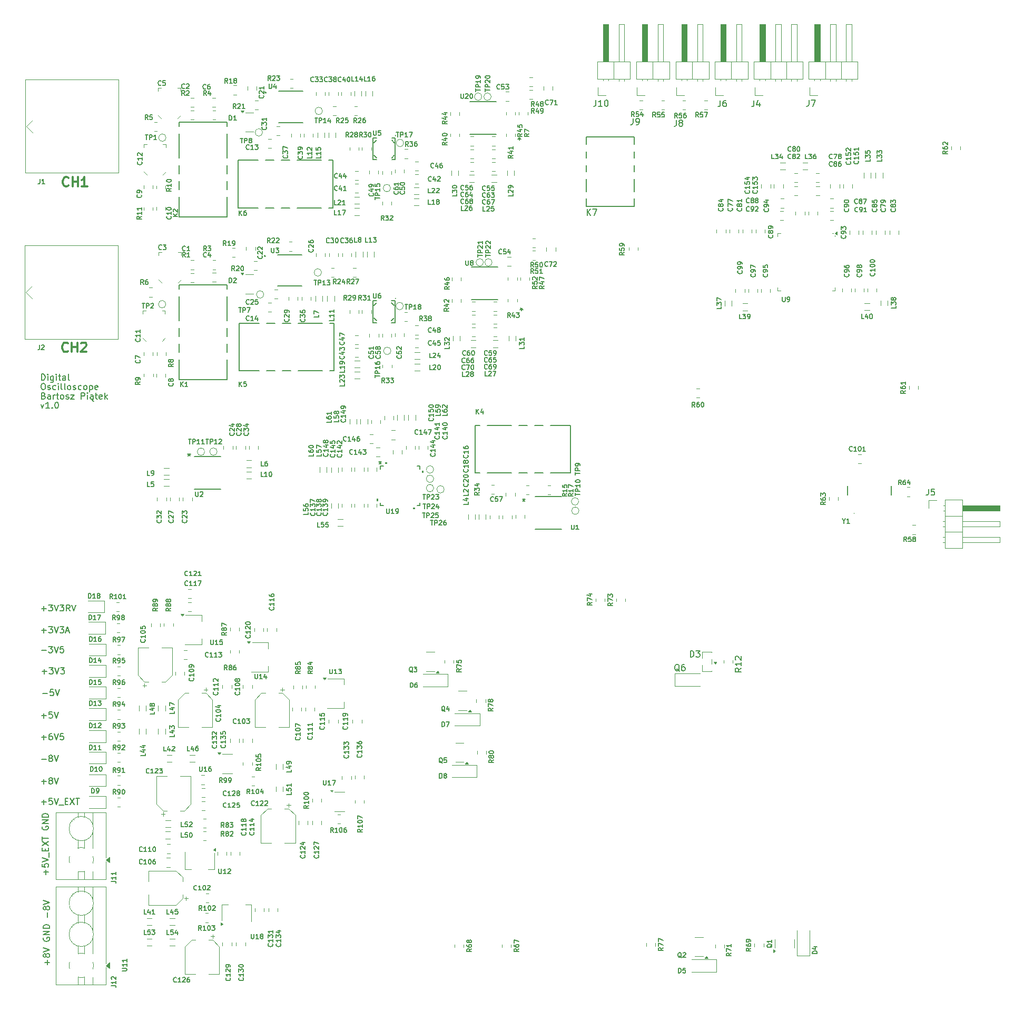
<source format=gto>
%TF.GenerationSoftware,KiCad,Pcbnew,9.0.0*%
%TF.CreationDate,2025-12-16T12:57:00+01:00*%
%TF.ProjectId,DigitalOsciloscope,44696769-7461-46c4-9f73-63696c6f7363,rev?*%
%TF.SameCoordinates,Original*%
%TF.FileFunction,Legend,Top*%
%TF.FilePolarity,Positive*%
%FSLAX46Y46*%
G04 Gerber Fmt 4.6, Leading zero omitted, Abs format (unit mm)*
G04 Created by KiCad (PCBNEW 9.0.0) date 2025-12-16 12:57:00*
%MOMM*%
%LPD*%
G01*
G04 APERTURE LIST*
%ADD10C,0.200000*%
%ADD11C,0.300000*%
%ADD12C,0.150000*%
%ADD13C,0.187500*%
%ADD14C,0.100000*%
%ADD15C,0.120000*%
%ADD16C,0.152400*%
%ADD17C,0.127000*%
%ADD18C,0.000000*%
G04 APERTURE END LIST*
D10*
X124069673Y-165086266D02*
X124831578Y-165086266D01*
X125450625Y-164895790D02*
X125355387Y-164848171D01*
X125355387Y-164848171D02*
X125307768Y-164800552D01*
X125307768Y-164800552D02*
X125260149Y-164705314D01*
X125260149Y-164705314D02*
X125260149Y-164657695D01*
X125260149Y-164657695D02*
X125307768Y-164562457D01*
X125307768Y-164562457D02*
X125355387Y-164514838D01*
X125355387Y-164514838D02*
X125450625Y-164467219D01*
X125450625Y-164467219D02*
X125641101Y-164467219D01*
X125641101Y-164467219D02*
X125736339Y-164514838D01*
X125736339Y-164514838D02*
X125783958Y-164562457D01*
X125783958Y-164562457D02*
X125831577Y-164657695D01*
X125831577Y-164657695D02*
X125831577Y-164705314D01*
X125831577Y-164705314D02*
X125783958Y-164800552D01*
X125783958Y-164800552D02*
X125736339Y-164848171D01*
X125736339Y-164848171D02*
X125641101Y-164895790D01*
X125641101Y-164895790D02*
X125450625Y-164895790D01*
X125450625Y-164895790D02*
X125355387Y-164943409D01*
X125355387Y-164943409D02*
X125307768Y-164991028D01*
X125307768Y-164991028D02*
X125260149Y-165086266D01*
X125260149Y-165086266D02*
X125260149Y-165276742D01*
X125260149Y-165276742D02*
X125307768Y-165371980D01*
X125307768Y-165371980D02*
X125355387Y-165419600D01*
X125355387Y-165419600D02*
X125450625Y-165467219D01*
X125450625Y-165467219D02*
X125641101Y-165467219D01*
X125641101Y-165467219D02*
X125736339Y-165419600D01*
X125736339Y-165419600D02*
X125783958Y-165371980D01*
X125783958Y-165371980D02*
X125831577Y-165276742D01*
X125831577Y-165276742D02*
X125831577Y-165086266D01*
X125831577Y-165086266D02*
X125783958Y-164991028D01*
X125783958Y-164991028D02*
X125736339Y-164943409D01*
X125736339Y-164943409D02*
X125641101Y-164895790D01*
X126117292Y-164467219D02*
X126450625Y-165467219D01*
X126450625Y-165467219D02*
X126783958Y-164467219D01*
X124069673Y-147586266D02*
X124831578Y-147586266D01*
X125212530Y-146967219D02*
X125831577Y-146967219D01*
X125831577Y-146967219D02*
X125498244Y-147348171D01*
X125498244Y-147348171D02*
X125641101Y-147348171D01*
X125641101Y-147348171D02*
X125736339Y-147395790D01*
X125736339Y-147395790D02*
X125783958Y-147443409D01*
X125783958Y-147443409D02*
X125831577Y-147538647D01*
X125831577Y-147538647D02*
X125831577Y-147776742D01*
X125831577Y-147776742D02*
X125783958Y-147871980D01*
X125783958Y-147871980D02*
X125736339Y-147919600D01*
X125736339Y-147919600D02*
X125641101Y-147967219D01*
X125641101Y-147967219D02*
X125355387Y-147967219D01*
X125355387Y-147967219D02*
X125260149Y-147919600D01*
X125260149Y-147919600D02*
X125212530Y-147871980D01*
X126117292Y-146967219D02*
X126450625Y-147967219D01*
X126450625Y-147967219D02*
X126783958Y-146967219D01*
X127593482Y-146967219D02*
X127117292Y-146967219D01*
X127117292Y-146967219D02*
X127069673Y-147443409D01*
X127069673Y-147443409D02*
X127117292Y-147395790D01*
X127117292Y-147395790D02*
X127212530Y-147348171D01*
X127212530Y-147348171D02*
X127450625Y-147348171D01*
X127450625Y-147348171D02*
X127545863Y-147395790D01*
X127545863Y-147395790D02*
X127593482Y-147443409D01*
X127593482Y-147443409D02*
X127641101Y-147538647D01*
X127641101Y-147538647D02*
X127641101Y-147776742D01*
X127641101Y-147776742D02*
X127593482Y-147871980D01*
X127593482Y-147871980D02*
X127545863Y-147919600D01*
X127545863Y-147919600D02*
X127450625Y-147967219D01*
X127450625Y-147967219D02*
X127212530Y-147967219D01*
X127212530Y-147967219D02*
X127117292Y-147919600D01*
X127117292Y-147919600D02*
X127069673Y-147871980D01*
X124069673Y-161586266D02*
X124831578Y-161586266D01*
X124450625Y-161967219D02*
X124450625Y-161205314D01*
X125736339Y-160967219D02*
X125545863Y-160967219D01*
X125545863Y-160967219D02*
X125450625Y-161014838D01*
X125450625Y-161014838D02*
X125403006Y-161062457D01*
X125403006Y-161062457D02*
X125307768Y-161205314D01*
X125307768Y-161205314D02*
X125260149Y-161395790D01*
X125260149Y-161395790D02*
X125260149Y-161776742D01*
X125260149Y-161776742D02*
X125307768Y-161871980D01*
X125307768Y-161871980D02*
X125355387Y-161919600D01*
X125355387Y-161919600D02*
X125450625Y-161967219D01*
X125450625Y-161967219D02*
X125641101Y-161967219D01*
X125641101Y-161967219D02*
X125736339Y-161919600D01*
X125736339Y-161919600D02*
X125783958Y-161871980D01*
X125783958Y-161871980D02*
X125831577Y-161776742D01*
X125831577Y-161776742D02*
X125831577Y-161538647D01*
X125831577Y-161538647D02*
X125783958Y-161443409D01*
X125783958Y-161443409D02*
X125736339Y-161395790D01*
X125736339Y-161395790D02*
X125641101Y-161348171D01*
X125641101Y-161348171D02*
X125450625Y-161348171D01*
X125450625Y-161348171D02*
X125355387Y-161395790D01*
X125355387Y-161395790D02*
X125307768Y-161443409D01*
X125307768Y-161443409D02*
X125260149Y-161538647D01*
X126117292Y-160967219D02*
X126450625Y-161967219D01*
X126450625Y-161967219D02*
X126783958Y-160967219D01*
X127593482Y-160967219D02*
X127117292Y-160967219D01*
X127117292Y-160967219D02*
X127069673Y-161443409D01*
X127069673Y-161443409D02*
X127117292Y-161395790D01*
X127117292Y-161395790D02*
X127212530Y-161348171D01*
X127212530Y-161348171D02*
X127450625Y-161348171D01*
X127450625Y-161348171D02*
X127545863Y-161395790D01*
X127545863Y-161395790D02*
X127593482Y-161443409D01*
X127593482Y-161443409D02*
X127641101Y-161538647D01*
X127641101Y-161538647D02*
X127641101Y-161776742D01*
X127641101Y-161776742D02*
X127593482Y-161871980D01*
X127593482Y-161871980D02*
X127545863Y-161919600D01*
X127545863Y-161919600D02*
X127450625Y-161967219D01*
X127450625Y-161967219D02*
X127212530Y-161967219D01*
X127212530Y-161967219D02*
X127117292Y-161919600D01*
X127117292Y-161919600D02*
X127069673Y-161871980D01*
X124786266Y-183630326D02*
X124786266Y-182868422D01*
X125167219Y-183249374D02*
X124405314Y-183249374D01*
X124167219Y-181916041D02*
X124167219Y-182392231D01*
X124167219Y-182392231D02*
X124643409Y-182439850D01*
X124643409Y-182439850D02*
X124595790Y-182392231D01*
X124595790Y-182392231D02*
X124548171Y-182296993D01*
X124548171Y-182296993D02*
X124548171Y-182058898D01*
X124548171Y-182058898D02*
X124595790Y-181963660D01*
X124595790Y-181963660D02*
X124643409Y-181916041D01*
X124643409Y-181916041D02*
X124738647Y-181868422D01*
X124738647Y-181868422D02*
X124976742Y-181868422D01*
X124976742Y-181868422D02*
X125071980Y-181916041D01*
X125071980Y-181916041D02*
X125119600Y-181963660D01*
X125119600Y-181963660D02*
X125167219Y-182058898D01*
X125167219Y-182058898D02*
X125167219Y-182296993D01*
X125167219Y-182296993D02*
X125119600Y-182392231D01*
X125119600Y-182392231D02*
X125071980Y-182439850D01*
X124167219Y-181582707D02*
X125167219Y-181249374D01*
X125167219Y-181249374D02*
X124167219Y-180916041D01*
X125262457Y-180820803D02*
X125262457Y-180058898D01*
X124643409Y-179820802D02*
X124643409Y-179487469D01*
X125167219Y-179344612D02*
X125167219Y-179820802D01*
X125167219Y-179820802D02*
X124167219Y-179820802D01*
X124167219Y-179820802D02*
X124167219Y-179344612D01*
X124167219Y-179011278D02*
X125167219Y-178344612D01*
X124167219Y-178344612D02*
X125167219Y-179011278D01*
X124167219Y-178106516D02*
X124167219Y-177535088D01*
X125167219Y-177820802D02*
X124167219Y-177820802D01*
X124214838Y-175916040D02*
X124167219Y-176011278D01*
X124167219Y-176011278D02*
X124167219Y-176154135D01*
X124167219Y-176154135D02*
X124214838Y-176296992D01*
X124214838Y-176296992D02*
X124310076Y-176392230D01*
X124310076Y-176392230D02*
X124405314Y-176439849D01*
X124405314Y-176439849D02*
X124595790Y-176487468D01*
X124595790Y-176487468D02*
X124738647Y-176487468D01*
X124738647Y-176487468D02*
X124929123Y-176439849D01*
X124929123Y-176439849D02*
X125024361Y-176392230D01*
X125024361Y-176392230D02*
X125119600Y-176296992D01*
X125119600Y-176296992D02*
X125167219Y-176154135D01*
X125167219Y-176154135D02*
X125167219Y-176058897D01*
X125167219Y-176058897D02*
X125119600Y-175916040D01*
X125119600Y-175916040D02*
X125071980Y-175868421D01*
X125071980Y-175868421D02*
X124738647Y-175868421D01*
X124738647Y-175868421D02*
X124738647Y-176058897D01*
X125167219Y-175439849D02*
X124167219Y-175439849D01*
X124167219Y-175439849D02*
X125167219Y-174868421D01*
X125167219Y-174868421D02*
X124167219Y-174868421D01*
X125167219Y-174392230D02*
X124167219Y-174392230D01*
X124167219Y-174392230D02*
X124167219Y-174154135D01*
X124167219Y-174154135D02*
X124214838Y-174011278D01*
X124214838Y-174011278D02*
X124310076Y-173916040D01*
X124310076Y-173916040D02*
X124405314Y-173868421D01*
X124405314Y-173868421D02*
X124595790Y-173820802D01*
X124595790Y-173820802D02*
X124738647Y-173820802D01*
X124738647Y-173820802D02*
X124929123Y-173868421D01*
X124929123Y-173868421D02*
X125024361Y-173916040D01*
X125024361Y-173916040D02*
X125119600Y-174011278D01*
X125119600Y-174011278D02*
X125167219Y-174154135D01*
X125167219Y-174154135D02*
X125167219Y-174392230D01*
X124069673Y-104167219D02*
X124069673Y-103167219D01*
X124069673Y-103167219D02*
X124307768Y-103167219D01*
X124307768Y-103167219D02*
X124450625Y-103214838D01*
X124450625Y-103214838D02*
X124545863Y-103310076D01*
X124545863Y-103310076D02*
X124593482Y-103405314D01*
X124593482Y-103405314D02*
X124641101Y-103595790D01*
X124641101Y-103595790D02*
X124641101Y-103738647D01*
X124641101Y-103738647D02*
X124593482Y-103929123D01*
X124593482Y-103929123D02*
X124545863Y-104024361D01*
X124545863Y-104024361D02*
X124450625Y-104119600D01*
X124450625Y-104119600D02*
X124307768Y-104167219D01*
X124307768Y-104167219D02*
X124069673Y-104167219D01*
X125069673Y-104167219D02*
X125069673Y-103500552D01*
X125069673Y-103167219D02*
X125022054Y-103214838D01*
X125022054Y-103214838D02*
X125069673Y-103262457D01*
X125069673Y-103262457D02*
X125117292Y-103214838D01*
X125117292Y-103214838D02*
X125069673Y-103167219D01*
X125069673Y-103167219D02*
X125069673Y-103262457D01*
X125974434Y-103500552D02*
X125974434Y-104310076D01*
X125974434Y-104310076D02*
X125926815Y-104405314D01*
X125926815Y-104405314D02*
X125879196Y-104452933D01*
X125879196Y-104452933D02*
X125783958Y-104500552D01*
X125783958Y-104500552D02*
X125641101Y-104500552D01*
X125641101Y-104500552D02*
X125545863Y-104452933D01*
X125974434Y-104119600D02*
X125879196Y-104167219D01*
X125879196Y-104167219D02*
X125688720Y-104167219D01*
X125688720Y-104167219D02*
X125593482Y-104119600D01*
X125593482Y-104119600D02*
X125545863Y-104071980D01*
X125545863Y-104071980D02*
X125498244Y-103976742D01*
X125498244Y-103976742D02*
X125498244Y-103691028D01*
X125498244Y-103691028D02*
X125545863Y-103595790D01*
X125545863Y-103595790D02*
X125593482Y-103548171D01*
X125593482Y-103548171D02*
X125688720Y-103500552D01*
X125688720Y-103500552D02*
X125879196Y-103500552D01*
X125879196Y-103500552D02*
X125974434Y-103548171D01*
X126450625Y-104167219D02*
X126450625Y-103500552D01*
X126450625Y-103167219D02*
X126403006Y-103214838D01*
X126403006Y-103214838D02*
X126450625Y-103262457D01*
X126450625Y-103262457D02*
X126498244Y-103214838D01*
X126498244Y-103214838D02*
X126450625Y-103167219D01*
X126450625Y-103167219D02*
X126450625Y-103262457D01*
X126783958Y-103500552D02*
X127164910Y-103500552D01*
X126926815Y-103167219D02*
X126926815Y-104024361D01*
X126926815Y-104024361D02*
X126974434Y-104119600D01*
X126974434Y-104119600D02*
X127069672Y-104167219D01*
X127069672Y-104167219D02*
X127164910Y-104167219D01*
X127926815Y-104167219D02*
X127926815Y-103643409D01*
X127926815Y-103643409D02*
X127879196Y-103548171D01*
X127879196Y-103548171D02*
X127783958Y-103500552D01*
X127783958Y-103500552D02*
X127593482Y-103500552D01*
X127593482Y-103500552D02*
X127498244Y-103548171D01*
X127926815Y-104119600D02*
X127831577Y-104167219D01*
X127831577Y-104167219D02*
X127593482Y-104167219D01*
X127593482Y-104167219D02*
X127498244Y-104119600D01*
X127498244Y-104119600D02*
X127450625Y-104024361D01*
X127450625Y-104024361D02*
X127450625Y-103929123D01*
X127450625Y-103929123D02*
X127498244Y-103833885D01*
X127498244Y-103833885D02*
X127593482Y-103786266D01*
X127593482Y-103786266D02*
X127831577Y-103786266D01*
X127831577Y-103786266D02*
X127926815Y-103738647D01*
X128545863Y-104167219D02*
X128450625Y-104119600D01*
X128450625Y-104119600D02*
X128403006Y-104024361D01*
X128403006Y-104024361D02*
X128403006Y-103167219D01*
X124069673Y-168686266D02*
X124831578Y-168686266D01*
X124450625Y-169067219D02*
X124450625Y-168305314D01*
X125450625Y-168495790D02*
X125355387Y-168448171D01*
X125355387Y-168448171D02*
X125307768Y-168400552D01*
X125307768Y-168400552D02*
X125260149Y-168305314D01*
X125260149Y-168305314D02*
X125260149Y-168257695D01*
X125260149Y-168257695D02*
X125307768Y-168162457D01*
X125307768Y-168162457D02*
X125355387Y-168114838D01*
X125355387Y-168114838D02*
X125450625Y-168067219D01*
X125450625Y-168067219D02*
X125641101Y-168067219D01*
X125641101Y-168067219D02*
X125736339Y-168114838D01*
X125736339Y-168114838D02*
X125783958Y-168162457D01*
X125783958Y-168162457D02*
X125831577Y-168257695D01*
X125831577Y-168257695D02*
X125831577Y-168305314D01*
X125831577Y-168305314D02*
X125783958Y-168400552D01*
X125783958Y-168400552D02*
X125736339Y-168448171D01*
X125736339Y-168448171D02*
X125641101Y-168495790D01*
X125641101Y-168495790D02*
X125450625Y-168495790D01*
X125450625Y-168495790D02*
X125355387Y-168543409D01*
X125355387Y-168543409D02*
X125307768Y-168591028D01*
X125307768Y-168591028D02*
X125260149Y-168686266D01*
X125260149Y-168686266D02*
X125260149Y-168876742D01*
X125260149Y-168876742D02*
X125307768Y-168971980D01*
X125307768Y-168971980D02*
X125355387Y-169019600D01*
X125355387Y-169019600D02*
X125450625Y-169067219D01*
X125450625Y-169067219D02*
X125641101Y-169067219D01*
X125641101Y-169067219D02*
X125736339Y-169019600D01*
X125736339Y-169019600D02*
X125783958Y-168971980D01*
X125783958Y-168971980D02*
X125831577Y-168876742D01*
X125831577Y-168876742D02*
X125831577Y-168686266D01*
X125831577Y-168686266D02*
X125783958Y-168591028D01*
X125783958Y-168591028D02*
X125736339Y-168543409D01*
X125736339Y-168543409D02*
X125641101Y-168495790D01*
X126117292Y-168067219D02*
X126450625Y-169067219D01*
X126450625Y-169067219D02*
X126783958Y-168067219D01*
X124069673Y-158086266D02*
X124831578Y-158086266D01*
X124450625Y-158467219D02*
X124450625Y-157705314D01*
X125783958Y-157467219D02*
X125307768Y-157467219D01*
X125307768Y-157467219D02*
X125260149Y-157943409D01*
X125260149Y-157943409D02*
X125307768Y-157895790D01*
X125307768Y-157895790D02*
X125403006Y-157848171D01*
X125403006Y-157848171D02*
X125641101Y-157848171D01*
X125641101Y-157848171D02*
X125736339Y-157895790D01*
X125736339Y-157895790D02*
X125783958Y-157943409D01*
X125783958Y-157943409D02*
X125831577Y-158038647D01*
X125831577Y-158038647D02*
X125831577Y-158276742D01*
X125831577Y-158276742D02*
X125783958Y-158371980D01*
X125783958Y-158371980D02*
X125736339Y-158419600D01*
X125736339Y-158419600D02*
X125641101Y-158467219D01*
X125641101Y-158467219D02*
X125403006Y-158467219D01*
X125403006Y-158467219D02*
X125307768Y-158419600D01*
X125307768Y-158419600D02*
X125260149Y-158371980D01*
X126117292Y-157467219D02*
X126450625Y-158467219D01*
X126450625Y-158467219D02*
X126783958Y-157467219D01*
X124069673Y-140886266D02*
X124831578Y-140886266D01*
X124450625Y-141267219D02*
X124450625Y-140505314D01*
X125212530Y-140267219D02*
X125831577Y-140267219D01*
X125831577Y-140267219D02*
X125498244Y-140648171D01*
X125498244Y-140648171D02*
X125641101Y-140648171D01*
X125641101Y-140648171D02*
X125736339Y-140695790D01*
X125736339Y-140695790D02*
X125783958Y-140743409D01*
X125783958Y-140743409D02*
X125831577Y-140838647D01*
X125831577Y-140838647D02*
X125831577Y-141076742D01*
X125831577Y-141076742D02*
X125783958Y-141171980D01*
X125783958Y-141171980D02*
X125736339Y-141219600D01*
X125736339Y-141219600D02*
X125641101Y-141267219D01*
X125641101Y-141267219D02*
X125355387Y-141267219D01*
X125355387Y-141267219D02*
X125260149Y-141219600D01*
X125260149Y-141219600D02*
X125212530Y-141171980D01*
X126117292Y-140267219D02*
X126450625Y-141267219D01*
X126450625Y-141267219D02*
X126783958Y-140267219D01*
X127022054Y-140267219D02*
X127641101Y-140267219D01*
X127641101Y-140267219D02*
X127307768Y-140648171D01*
X127307768Y-140648171D02*
X127450625Y-140648171D01*
X127450625Y-140648171D02*
X127545863Y-140695790D01*
X127545863Y-140695790D02*
X127593482Y-140743409D01*
X127593482Y-140743409D02*
X127641101Y-140838647D01*
X127641101Y-140838647D02*
X127641101Y-141076742D01*
X127641101Y-141076742D02*
X127593482Y-141171980D01*
X127593482Y-141171980D02*
X127545863Y-141219600D01*
X127545863Y-141219600D02*
X127450625Y-141267219D01*
X127450625Y-141267219D02*
X127164911Y-141267219D01*
X127164911Y-141267219D02*
X127069673Y-141219600D01*
X127069673Y-141219600D02*
X127022054Y-141171980D01*
X128641101Y-141267219D02*
X128307768Y-140791028D01*
X128069673Y-141267219D02*
X128069673Y-140267219D01*
X128069673Y-140267219D02*
X128450625Y-140267219D01*
X128450625Y-140267219D02*
X128545863Y-140314838D01*
X128545863Y-140314838D02*
X128593482Y-140362457D01*
X128593482Y-140362457D02*
X128641101Y-140457695D01*
X128641101Y-140457695D02*
X128641101Y-140600552D01*
X128641101Y-140600552D02*
X128593482Y-140695790D01*
X128593482Y-140695790D02*
X128545863Y-140743409D01*
X128545863Y-140743409D02*
X128450625Y-140791028D01*
X128450625Y-140791028D02*
X128069673Y-140791028D01*
X128926816Y-140267219D02*
X129260149Y-141267219D01*
X129260149Y-141267219D02*
X129593482Y-140267219D01*
X124260149Y-104667219D02*
X124450625Y-104667219D01*
X124450625Y-104667219D02*
X124545863Y-104714838D01*
X124545863Y-104714838D02*
X124641101Y-104810076D01*
X124641101Y-104810076D02*
X124688720Y-105000552D01*
X124688720Y-105000552D02*
X124688720Y-105333885D01*
X124688720Y-105333885D02*
X124641101Y-105524361D01*
X124641101Y-105524361D02*
X124545863Y-105619600D01*
X124545863Y-105619600D02*
X124450625Y-105667219D01*
X124450625Y-105667219D02*
X124260149Y-105667219D01*
X124260149Y-105667219D02*
X124164911Y-105619600D01*
X124164911Y-105619600D02*
X124069673Y-105524361D01*
X124069673Y-105524361D02*
X124022054Y-105333885D01*
X124022054Y-105333885D02*
X124022054Y-105000552D01*
X124022054Y-105000552D02*
X124069673Y-104810076D01*
X124069673Y-104810076D02*
X124164911Y-104714838D01*
X124164911Y-104714838D02*
X124260149Y-104667219D01*
X125069673Y-105619600D02*
X125164911Y-105667219D01*
X125164911Y-105667219D02*
X125355387Y-105667219D01*
X125355387Y-105667219D02*
X125450625Y-105619600D01*
X125450625Y-105619600D02*
X125498244Y-105524361D01*
X125498244Y-105524361D02*
X125498244Y-105476742D01*
X125498244Y-105476742D02*
X125450625Y-105381504D01*
X125450625Y-105381504D02*
X125355387Y-105333885D01*
X125355387Y-105333885D02*
X125212530Y-105333885D01*
X125212530Y-105333885D02*
X125117292Y-105286266D01*
X125117292Y-105286266D02*
X125069673Y-105191028D01*
X125069673Y-105191028D02*
X125069673Y-105143409D01*
X125069673Y-105143409D02*
X125117292Y-105048171D01*
X125117292Y-105048171D02*
X125212530Y-105000552D01*
X125212530Y-105000552D02*
X125355387Y-105000552D01*
X125355387Y-105000552D02*
X125450625Y-105048171D01*
X126355387Y-105619600D02*
X126260149Y-105667219D01*
X126260149Y-105667219D02*
X126069673Y-105667219D01*
X126069673Y-105667219D02*
X125974435Y-105619600D01*
X125974435Y-105619600D02*
X125926816Y-105571980D01*
X125926816Y-105571980D02*
X125879197Y-105476742D01*
X125879197Y-105476742D02*
X125879197Y-105191028D01*
X125879197Y-105191028D02*
X125926816Y-105095790D01*
X125926816Y-105095790D02*
X125974435Y-105048171D01*
X125974435Y-105048171D02*
X126069673Y-105000552D01*
X126069673Y-105000552D02*
X126260149Y-105000552D01*
X126260149Y-105000552D02*
X126355387Y-105048171D01*
X126783959Y-105667219D02*
X126783959Y-105000552D01*
X126783959Y-104667219D02*
X126736340Y-104714838D01*
X126736340Y-104714838D02*
X126783959Y-104762457D01*
X126783959Y-104762457D02*
X126831578Y-104714838D01*
X126831578Y-104714838D02*
X126783959Y-104667219D01*
X126783959Y-104667219D02*
X126783959Y-104762457D01*
X127403006Y-105667219D02*
X127307768Y-105619600D01*
X127307768Y-105619600D02*
X127260149Y-105524361D01*
X127260149Y-105524361D02*
X127260149Y-104667219D01*
X127926816Y-105667219D02*
X127831578Y-105619600D01*
X127831578Y-105619600D02*
X127783959Y-105524361D01*
X127783959Y-105524361D02*
X127783959Y-104667219D01*
X128450626Y-105667219D02*
X128355388Y-105619600D01*
X128355388Y-105619600D02*
X128307769Y-105571980D01*
X128307769Y-105571980D02*
X128260150Y-105476742D01*
X128260150Y-105476742D02*
X128260150Y-105191028D01*
X128260150Y-105191028D02*
X128307769Y-105095790D01*
X128307769Y-105095790D02*
X128355388Y-105048171D01*
X128355388Y-105048171D02*
X128450626Y-105000552D01*
X128450626Y-105000552D02*
X128593483Y-105000552D01*
X128593483Y-105000552D02*
X128688721Y-105048171D01*
X128688721Y-105048171D02*
X128736340Y-105095790D01*
X128736340Y-105095790D02*
X128783959Y-105191028D01*
X128783959Y-105191028D02*
X128783959Y-105476742D01*
X128783959Y-105476742D02*
X128736340Y-105571980D01*
X128736340Y-105571980D02*
X128688721Y-105619600D01*
X128688721Y-105619600D02*
X128593483Y-105667219D01*
X128593483Y-105667219D02*
X128450626Y-105667219D01*
X129164912Y-105619600D02*
X129260150Y-105667219D01*
X129260150Y-105667219D02*
X129450626Y-105667219D01*
X129450626Y-105667219D02*
X129545864Y-105619600D01*
X129545864Y-105619600D02*
X129593483Y-105524361D01*
X129593483Y-105524361D02*
X129593483Y-105476742D01*
X129593483Y-105476742D02*
X129545864Y-105381504D01*
X129545864Y-105381504D02*
X129450626Y-105333885D01*
X129450626Y-105333885D02*
X129307769Y-105333885D01*
X129307769Y-105333885D02*
X129212531Y-105286266D01*
X129212531Y-105286266D02*
X129164912Y-105191028D01*
X129164912Y-105191028D02*
X129164912Y-105143409D01*
X129164912Y-105143409D02*
X129212531Y-105048171D01*
X129212531Y-105048171D02*
X129307769Y-105000552D01*
X129307769Y-105000552D02*
X129450626Y-105000552D01*
X129450626Y-105000552D02*
X129545864Y-105048171D01*
X130450626Y-105619600D02*
X130355388Y-105667219D01*
X130355388Y-105667219D02*
X130164912Y-105667219D01*
X130164912Y-105667219D02*
X130069674Y-105619600D01*
X130069674Y-105619600D02*
X130022055Y-105571980D01*
X130022055Y-105571980D02*
X129974436Y-105476742D01*
X129974436Y-105476742D02*
X129974436Y-105191028D01*
X129974436Y-105191028D02*
X130022055Y-105095790D01*
X130022055Y-105095790D02*
X130069674Y-105048171D01*
X130069674Y-105048171D02*
X130164912Y-105000552D01*
X130164912Y-105000552D02*
X130355388Y-105000552D01*
X130355388Y-105000552D02*
X130450626Y-105048171D01*
X131022055Y-105667219D02*
X130926817Y-105619600D01*
X130926817Y-105619600D02*
X130879198Y-105571980D01*
X130879198Y-105571980D02*
X130831579Y-105476742D01*
X130831579Y-105476742D02*
X130831579Y-105191028D01*
X130831579Y-105191028D02*
X130879198Y-105095790D01*
X130879198Y-105095790D02*
X130926817Y-105048171D01*
X130926817Y-105048171D02*
X131022055Y-105000552D01*
X131022055Y-105000552D02*
X131164912Y-105000552D01*
X131164912Y-105000552D02*
X131260150Y-105048171D01*
X131260150Y-105048171D02*
X131307769Y-105095790D01*
X131307769Y-105095790D02*
X131355388Y-105191028D01*
X131355388Y-105191028D02*
X131355388Y-105476742D01*
X131355388Y-105476742D02*
X131307769Y-105571980D01*
X131307769Y-105571980D02*
X131260150Y-105619600D01*
X131260150Y-105619600D02*
X131164912Y-105667219D01*
X131164912Y-105667219D02*
X131022055Y-105667219D01*
X131783960Y-105000552D02*
X131783960Y-106000552D01*
X131783960Y-105048171D02*
X131879198Y-105000552D01*
X131879198Y-105000552D02*
X132069674Y-105000552D01*
X132069674Y-105000552D02*
X132164912Y-105048171D01*
X132164912Y-105048171D02*
X132212531Y-105095790D01*
X132212531Y-105095790D02*
X132260150Y-105191028D01*
X132260150Y-105191028D02*
X132260150Y-105476742D01*
X132260150Y-105476742D02*
X132212531Y-105571980D01*
X132212531Y-105571980D02*
X132164912Y-105619600D01*
X132164912Y-105619600D02*
X132069674Y-105667219D01*
X132069674Y-105667219D02*
X131879198Y-105667219D01*
X131879198Y-105667219D02*
X131783960Y-105619600D01*
X133069674Y-105619600D02*
X132974436Y-105667219D01*
X132974436Y-105667219D02*
X132783960Y-105667219D01*
X132783960Y-105667219D02*
X132688722Y-105619600D01*
X132688722Y-105619600D02*
X132641103Y-105524361D01*
X132641103Y-105524361D02*
X132641103Y-105143409D01*
X132641103Y-105143409D02*
X132688722Y-105048171D01*
X132688722Y-105048171D02*
X132783960Y-105000552D01*
X132783960Y-105000552D02*
X132974436Y-105000552D01*
X132974436Y-105000552D02*
X133069674Y-105048171D01*
X133069674Y-105048171D02*
X133117293Y-105143409D01*
X133117293Y-105143409D02*
X133117293Y-105238647D01*
X133117293Y-105238647D02*
X132641103Y-105333885D01*
X124069673Y-171986266D02*
X124831578Y-171986266D01*
X124450625Y-172367219D02*
X124450625Y-171605314D01*
X125783958Y-171367219D02*
X125307768Y-171367219D01*
X125307768Y-171367219D02*
X125260149Y-171843409D01*
X125260149Y-171843409D02*
X125307768Y-171795790D01*
X125307768Y-171795790D02*
X125403006Y-171748171D01*
X125403006Y-171748171D02*
X125641101Y-171748171D01*
X125641101Y-171748171D02*
X125736339Y-171795790D01*
X125736339Y-171795790D02*
X125783958Y-171843409D01*
X125783958Y-171843409D02*
X125831577Y-171938647D01*
X125831577Y-171938647D02*
X125831577Y-172176742D01*
X125831577Y-172176742D02*
X125783958Y-172271980D01*
X125783958Y-172271980D02*
X125736339Y-172319600D01*
X125736339Y-172319600D02*
X125641101Y-172367219D01*
X125641101Y-172367219D02*
X125403006Y-172367219D01*
X125403006Y-172367219D02*
X125307768Y-172319600D01*
X125307768Y-172319600D02*
X125260149Y-172271980D01*
X126117292Y-171367219D02*
X126450625Y-172367219D01*
X126450625Y-172367219D02*
X126783958Y-171367219D01*
X126879197Y-172462457D02*
X127641101Y-172462457D01*
X127879197Y-171843409D02*
X128212530Y-171843409D01*
X128355387Y-172367219D02*
X127879197Y-172367219D01*
X127879197Y-172367219D02*
X127879197Y-171367219D01*
X127879197Y-171367219D02*
X128355387Y-171367219D01*
X128688721Y-171367219D02*
X129355387Y-172367219D01*
X129355387Y-171367219D02*
X128688721Y-172367219D01*
X129593483Y-171367219D02*
X130164911Y-171367219D01*
X129879197Y-172367219D02*
X129879197Y-171367219D01*
X124269673Y-154486266D02*
X125031578Y-154486266D01*
X125983958Y-153867219D02*
X125507768Y-153867219D01*
X125507768Y-153867219D02*
X125460149Y-154343409D01*
X125460149Y-154343409D02*
X125507768Y-154295790D01*
X125507768Y-154295790D02*
X125603006Y-154248171D01*
X125603006Y-154248171D02*
X125841101Y-154248171D01*
X125841101Y-154248171D02*
X125936339Y-154295790D01*
X125936339Y-154295790D02*
X125983958Y-154343409D01*
X125983958Y-154343409D02*
X126031577Y-154438647D01*
X126031577Y-154438647D02*
X126031577Y-154676742D01*
X126031577Y-154676742D02*
X125983958Y-154771980D01*
X125983958Y-154771980D02*
X125936339Y-154819600D01*
X125936339Y-154819600D02*
X125841101Y-154867219D01*
X125841101Y-154867219D02*
X125603006Y-154867219D01*
X125603006Y-154867219D02*
X125507768Y-154819600D01*
X125507768Y-154819600D02*
X125460149Y-154771980D01*
X126317292Y-153867219D02*
X126650625Y-154867219D01*
X126650625Y-154867219D02*
X126983958Y-153867219D01*
D11*
X128311653Y-99457971D02*
X128240225Y-99529400D01*
X128240225Y-99529400D02*
X128025939Y-99600828D01*
X128025939Y-99600828D02*
X127883082Y-99600828D01*
X127883082Y-99600828D02*
X127668796Y-99529400D01*
X127668796Y-99529400D02*
X127525939Y-99386542D01*
X127525939Y-99386542D02*
X127454510Y-99243685D01*
X127454510Y-99243685D02*
X127383082Y-98957971D01*
X127383082Y-98957971D02*
X127383082Y-98743685D01*
X127383082Y-98743685D02*
X127454510Y-98457971D01*
X127454510Y-98457971D02*
X127525939Y-98315114D01*
X127525939Y-98315114D02*
X127668796Y-98172257D01*
X127668796Y-98172257D02*
X127883082Y-98100828D01*
X127883082Y-98100828D02*
X128025939Y-98100828D01*
X128025939Y-98100828D02*
X128240225Y-98172257D01*
X128240225Y-98172257D02*
X128311653Y-98243685D01*
X128954510Y-99600828D02*
X128954510Y-98100828D01*
X128954510Y-98815114D02*
X129811653Y-98815114D01*
X129811653Y-99600828D02*
X129811653Y-98100828D01*
X130454511Y-98243685D02*
X130525939Y-98172257D01*
X130525939Y-98172257D02*
X130668797Y-98100828D01*
X130668797Y-98100828D02*
X131025939Y-98100828D01*
X131025939Y-98100828D02*
X131168797Y-98172257D01*
X131168797Y-98172257D02*
X131240225Y-98243685D01*
X131240225Y-98243685D02*
X131311654Y-98386542D01*
X131311654Y-98386542D02*
X131311654Y-98529400D01*
X131311654Y-98529400D02*
X131240225Y-98743685D01*
X131240225Y-98743685D02*
X130383082Y-99600828D01*
X130383082Y-99600828D02*
X131311654Y-99600828D01*
D10*
X124169673Y-150986266D02*
X124931578Y-150986266D01*
X124550625Y-151367219D02*
X124550625Y-150605314D01*
X125312530Y-150367219D02*
X125931577Y-150367219D01*
X125931577Y-150367219D02*
X125598244Y-150748171D01*
X125598244Y-150748171D02*
X125741101Y-150748171D01*
X125741101Y-150748171D02*
X125836339Y-150795790D01*
X125836339Y-150795790D02*
X125883958Y-150843409D01*
X125883958Y-150843409D02*
X125931577Y-150938647D01*
X125931577Y-150938647D02*
X125931577Y-151176742D01*
X125931577Y-151176742D02*
X125883958Y-151271980D01*
X125883958Y-151271980D02*
X125836339Y-151319600D01*
X125836339Y-151319600D02*
X125741101Y-151367219D01*
X125741101Y-151367219D02*
X125455387Y-151367219D01*
X125455387Y-151367219D02*
X125360149Y-151319600D01*
X125360149Y-151319600D02*
X125312530Y-151271980D01*
X126217292Y-150367219D02*
X126550625Y-151367219D01*
X126550625Y-151367219D02*
X126883958Y-150367219D01*
X127122054Y-150367219D02*
X127741101Y-150367219D01*
X127741101Y-150367219D02*
X127407768Y-150748171D01*
X127407768Y-150748171D02*
X127550625Y-150748171D01*
X127550625Y-150748171D02*
X127645863Y-150795790D01*
X127645863Y-150795790D02*
X127693482Y-150843409D01*
X127693482Y-150843409D02*
X127741101Y-150938647D01*
X127741101Y-150938647D02*
X127741101Y-151176742D01*
X127741101Y-151176742D02*
X127693482Y-151271980D01*
X127693482Y-151271980D02*
X127645863Y-151319600D01*
X127645863Y-151319600D02*
X127550625Y-151367219D01*
X127550625Y-151367219D02*
X127264911Y-151367219D01*
X127264911Y-151367219D02*
X127169673Y-151319600D01*
X127169673Y-151319600D02*
X127122054Y-151271980D01*
X123974435Y-108000552D02*
X124212530Y-108667219D01*
X124212530Y-108667219D02*
X124450625Y-108000552D01*
X125355387Y-108667219D02*
X124783959Y-108667219D01*
X125069673Y-108667219D02*
X125069673Y-107667219D01*
X125069673Y-107667219D02*
X124974435Y-107810076D01*
X124974435Y-107810076D02*
X124879197Y-107905314D01*
X124879197Y-107905314D02*
X124783959Y-107952933D01*
X125783959Y-108571980D02*
X125831578Y-108619600D01*
X125831578Y-108619600D02*
X125783959Y-108667219D01*
X125783959Y-108667219D02*
X125736340Y-108619600D01*
X125736340Y-108619600D02*
X125783959Y-108571980D01*
X125783959Y-108571980D02*
X125783959Y-108667219D01*
X126450625Y-107667219D02*
X126545863Y-107667219D01*
X126545863Y-107667219D02*
X126641101Y-107714838D01*
X126641101Y-107714838D02*
X126688720Y-107762457D01*
X126688720Y-107762457D02*
X126736339Y-107857695D01*
X126736339Y-107857695D02*
X126783958Y-108048171D01*
X126783958Y-108048171D02*
X126783958Y-108286266D01*
X126783958Y-108286266D02*
X126736339Y-108476742D01*
X126736339Y-108476742D02*
X126688720Y-108571980D01*
X126688720Y-108571980D02*
X126641101Y-108619600D01*
X126641101Y-108619600D02*
X126545863Y-108667219D01*
X126545863Y-108667219D02*
X126450625Y-108667219D01*
X126450625Y-108667219D02*
X126355387Y-108619600D01*
X126355387Y-108619600D02*
X126307768Y-108571980D01*
X126307768Y-108571980D02*
X126260149Y-108476742D01*
X126260149Y-108476742D02*
X126212530Y-108286266D01*
X126212530Y-108286266D02*
X126212530Y-108048171D01*
X126212530Y-108048171D02*
X126260149Y-107857695D01*
X126260149Y-107857695D02*
X126307768Y-107762457D01*
X126307768Y-107762457D02*
X126355387Y-107714838D01*
X126355387Y-107714838D02*
X126450625Y-107667219D01*
X124403006Y-106643409D02*
X124545863Y-106691028D01*
X124545863Y-106691028D02*
X124593482Y-106738647D01*
X124593482Y-106738647D02*
X124641101Y-106833885D01*
X124641101Y-106833885D02*
X124641101Y-106976742D01*
X124641101Y-106976742D02*
X124593482Y-107071980D01*
X124593482Y-107071980D02*
X124545863Y-107119600D01*
X124545863Y-107119600D02*
X124450625Y-107167219D01*
X124450625Y-107167219D02*
X124069673Y-107167219D01*
X124069673Y-107167219D02*
X124069673Y-106167219D01*
X124069673Y-106167219D02*
X124403006Y-106167219D01*
X124403006Y-106167219D02*
X124498244Y-106214838D01*
X124498244Y-106214838D02*
X124545863Y-106262457D01*
X124545863Y-106262457D02*
X124593482Y-106357695D01*
X124593482Y-106357695D02*
X124593482Y-106452933D01*
X124593482Y-106452933D02*
X124545863Y-106548171D01*
X124545863Y-106548171D02*
X124498244Y-106595790D01*
X124498244Y-106595790D02*
X124403006Y-106643409D01*
X124403006Y-106643409D02*
X124069673Y-106643409D01*
X125498244Y-107167219D02*
X125498244Y-106643409D01*
X125498244Y-106643409D02*
X125450625Y-106548171D01*
X125450625Y-106548171D02*
X125355387Y-106500552D01*
X125355387Y-106500552D02*
X125164911Y-106500552D01*
X125164911Y-106500552D02*
X125069673Y-106548171D01*
X125498244Y-107119600D02*
X125403006Y-107167219D01*
X125403006Y-107167219D02*
X125164911Y-107167219D01*
X125164911Y-107167219D02*
X125069673Y-107119600D01*
X125069673Y-107119600D02*
X125022054Y-107024361D01*
X125022054Y-107024361D02*
X125022054Y-106929123D01*
X125022054Y-106929123D02*
X125069673Y-106833885D01*
X125069673Y-106833885D02*
X125164911Y-106786266D01*
X125164911Y-106786266D02*
X125403006Y-106786266D01*
X125403006Y-106786266D02*
X125498244Y-106738647D01*
X125974435Y-107167219D02*
X125974435Y-106500552D01*
X125974435Y-106691028D02*
X126022054Y-106595790D01*
X126022054Y-106595790D02*
X126069673Y-106548171D01*
X126069673Y-106548171D02*
X126164911Y-106500552D01*
X126164911Y-106500552D02*
X126260149Y-106500552D01*
X126450626Y-106500552D02*
X126831578Y-106500552D01*
X126593483Y-106167219D02*
X126593483Y-107024361D01*
X126593483Y-107024361D02*
X126641102Y-107119600D01*
X126641102Y-107119600D02*
X126736340Y-107167219D01*
X126736340Y-107167219D02*
X126831578Y-107167219D01*
X127307769Y-107167219D02*
X127212531Y-107119600D01*
X127212531Y-107119600D02*
X127164912Y-107071980D01*
X127164912Y-107071980D02*
X127117293Y-106976742D01*
X127117293Y-106976742D02*
X127117293Y-106691028D01*
X127117293Y-106691028D02*
X127164912Y-106595790D01*
X127164912Y-106595790D02*
X127212531Y-106548171D01*
X127212531Y-106548171D02*
X127307769Y-106500552D01*
X127307769Y-106500552D02*
X127450626Y-106500552D01*
X127450626Y-106500552D02*
X127545864Y-106548171D01*
X127545864Y-106548171D02*
X127593483Y-106595790D01*
X127593483Y-106595790D02*
X127641102Y-106691028D01*
X127641102Y-106691028D02*
X127641102Y-106976742D01*
X127641102Y-106976742D02*
X127593483Y-107071980D01*
X127593483Y-107071980D02*
X127545864Y-107119600D01*
X127545864Y-107119600D02*
X127450626Y-107167219D01*
X127450626Y-107167219D02*
X127307769Y-107167219D01*
X128022055Y-107119600D02*
X128117293Y-107167219D01*
X128117293Y-107167219D02*
X128307769Y-107167219D01*
X128307769Y-107167219D02*
X128403007Y-107119600D01*
X128403007Y-107119600D02*
X128450626Y-107024361D01*
X128450626Y-107024361D02*
X128450626Y-106976742D01*
X128450626Y-106976742D02*
X128403007Y-106881504D01*
X128403007Y-106881504D02*
X128307769Y-106833885D01*
X128307769Y-106833885D02*
X128164912Y-106833885D01*
X128164912Y-106833885D02*
X128069674Y-106786266D01*
X128069674Y-106786266D02*
X128022055Y-106691028D01*
X128022055Y-106691028D02*
X128022055Y-106643409D01*
X128022055Y-106643409D02*
X128069674Y-106548171D01*
X128069674Y-106548171D02*
X128164912Y-106500552D01*
X128164912Y-106500552D02*
X128307769Y-106500552D01*
X128307769Y-106500552D02*
X128403007Y-106548171D01*
X128783960Y-106500552D02*
X129307769Y-106500552D01*
X129307769Y-106500552D02*
X128783960Y-107167219D01*
X128783960Y-107167219D02*
X129307769Y-107167219D01*
X130450627Y-107167219D02*
X130450627Y-106167219D01*
X130450627Y-106167219D02*
X130831579Y-106167219D01*
X130831579Y-106167219D02*
X130926817Y-106214838D01*
X130926817Y-106214838D02*
X130974436Y-106262457D01*
X130974436Y-106262457D02*
X131022055Y-106357695D01*
X131022055Y-106357695D02*
X131022055Y-106500552D01*
X131022055Y-106500552D02*
X130974436Y-106595790D01*
X130974436Y-106595790D02*
X130926817Y-106643409D01*
X130926817Y-106643409D02*
X130831579Y-106691028D01*
X130831579Y-106691028D02*
X130450627Y-106691028D01*
X131450627Y-107167219D02*
X131450627Y-106500552D01*
X131450627Y-106167219D02*
X131403008Y-106214838D01*
X131403008Y-106214838D02*
X131450627Y-106262457D01*
X131450627Y-106262457D02*
X131498246Y-106214838D01*
X131498246Y-106214838D02*
X131450627Y-106167219D01*
X131450627Y-106167219D02*
X131450627Y-106262457D01*
X132355388Y-107167219D02*
X132355388Y-106643409D01*
X132355388Y-106643409D02*
X132307769Y-106548171D01*
X132307769Y-106548171D02*
X132212531Y-106500552D01*
X132212531Y-106500552D02*
X132022055Y-106500552D01*
X132022055Y-106500552D02*
X131926817Y-106548171D01*
X132355388Y-107119600D02*
X132260150Y-107167219D01*
X132260150Y-107167219D02*
X132022055Y-107167219D01*
X132022055Y-107167219D02*
X131926817Y-107119600D01*
X131926817Y-107119600D02*
X131879198Y-107024361D01*
X131879198Y-107024361D02*
X131879198Y-106929123D01*
X131879198Y-106929123D02*
X131926817Y-106833885D01*
X131926817Y-106833885D02*
X132022055Y-106786266D01*
X132022055Y-106786266D02*
X132260150Y-106786266D01*
X132260150Y-106786266D02*
X132355388Y-106738647D01*
X132355388Y-107167219D02*
X132260150Y-107262457D01*
X132260150Y-107262457D02*
X132212531Y-107357695D01*
X132212531Y-107357695D02*
X132260150Y-107452933D01*
X132260150Y-107452933D02*
X132355388Y-107500552D01*
X132355388Y-107500552D02*
X132450626Y-107500552D01*
X132688722Y-106500552D02*
X133069674Y-106500552D01*
X132831579Y-106167219D02*
X132831579Y-107024361D01*
X132831579Y-107024361D02*
X132879198Y-107119600D01*
X132879198Y-107119600D02*
X132974436Y-107167219D01*
X132974436Y-107167219D02*
X133069674Y-107167219D01*
X133783960Y-107119600D02*
X133688722Y-107167219D01*
X133688722Y-107167219D02*
X133498246Y-107167219D01*
X133498246Y-107167219D02*
X133403008Y-107119600D01*
X133403008Y-107119600D02*
X133355389Y-107024361D01*
X133355389Y-107024361D02*
X133355389Y-106643409D01*
X133355389Y-106643409D02*
X133403008Y-106548171D01*
X133403008Y-106548171D02*
X133498246Y-106500552D01*
X133498246Y-106500552D02*
X133688722Y-106500552D01*
X133688722Y-106500552D02*
X133783960Y-106548171D01*
X133783960Y-106548171D02*
X133831579Y-106643409D01*
X133831579Y-106643409D02*
X133831579Y-106738647D01*
X133831579Y-106738647D02*
X133355389Y-106833885D01*
X134260151Y-107167219D02*
X134260151Y-106167219D01*
X134355389Y-106786266D02*
X134641103Y-107167219D01*
X134641103Y-106500552D02*
X134260151Y-106881504D01*
D11*
X128411653Y-72857971D02*
X128340225Y-72929400D01*
X128340225Y-72929400D02*
X128125939Y-73000828D01*
X128125939Y-73000828D02*
X127983082Y-73000828D01*
X127983082Y-73000828D02*
X127768796Y-72929400D01*
X127768796Y-72929400D02*
X127625939Y-72786542D01*
X127625939Y-72786542D02*
X127554510Y-72643685D01*
X127554510Y-72643685D02*
X127483082Y-72357971D01*
X127483082Y-72357971D02*
X127483082Y-72143685D01*
X127483082Y-72143685D02*
X127554510Y-71857971D01*
X127554510Y-71857971D02*
X127625939Y-71715114D01*
X127625939Y-71715114D02*
X127768796Y-71572257D01*
X127768796Y-71572257D02*
X127983082Y-71500828D01*
X127983082Y-71500828D02*
X128125939Y-71500828D01*
X128125939Y-71500828D02*
X128340225Y-71572257D01*
X128340225Y-71572257D02*
X128411653Y-71643685D01*
X129054510Y-73000828D02*
X129054510Y-71500828D01*
X129054510Y-72215114D02*
X129911653Y-72215114D01*
X129911653Y-73000828D02*
X129911653Y-71500828D01*
X131411654Y-73000828D02*
X130554511Y-73000828D01*
X130983082Y-73000828D02*
X130983082Y-71500828D01*
X130983082Y-71500828D02*
X130840225Y-71715114D01*
X130840225Y-71715114D02*
X130697368Y-71857971D01*
X130697368Y-71857971D02*
X130554511Y-71929400D01*
D10*
X124986266Y-198130326D02*
X124986266Y-197368422D01*
X125367219Y-197749374D02*
X124605314Y-197749374D01*
X124795790Y-196749374D02*
X124748171Y-196844612D01*
X124748171Y-196844612D02*
X124700552Y-196892231D01*
X124700552Y-196892231D02*
X124605314Y-196939850D01*
X124605314Y-196939850D02*
X124557695Y-196939850D01*
X124557695Y-196939850D02*
X124462457Y-196892231D01*
X124462457Y-196892231D02*
X124414838Y-196844612D01*
X124414838Y-196844612D02*
X124367219Y-196749374D01*
X124367219Y-196749374D02*
X124367219Y-196558898D01*
X124367219Y-196558898D02*
X124414838Y-196463660D01*
X124414838Y-196463660D02*
X124462457Y-196416041D01*
X124462457Y-196416041D02*
X124557695Y-196368422D01*
X124557695Y-196368422D02*
X124605314Y-196368422D01*
X124605314Y-196368422D02*
X124700552Y-196416041D01*
X124700552Y-196416041D02*
X124748171Y-196463660D01*
X124748171Y-196463660D02*
X124795790Y-196558898D01*
X124795790Y-196558898D02*
X124795790Y-196749374D01*
X124795790Y-196749374D02*
X124843409Y-196844612D01*
X124843409Y-196844612D02*
X124891028Y-196892231D01*
X124891028Y-196892231D02*
X124986266Y-196939850D01*
X124986266Y-196939850D02*
X125176742Y-196939850D01*
X125176742Y-196939850D02*
X125271980Y-196892231D01*
X125271980Y-196892231D02*
X125319600Y-196844612D01*
X125319600Y-196844612D02*
X125367219Y-196749374D01*
X125367219Y-196749374D02*
X125367219Y-196558898D01*
X125367219Y-196558898D02*
X125319600Y-196463660D01*
X125319600Y-196463660D02*
X125271980Y-196416041D01*
X125271980Y-196416041D02*
X125176742Y-196368422D01*
X125176742Y-196368422D02*
X124986266Y-196368422D01*
X124986266Y-196368422D02*
X124891028Y-196416041D01*
X124891028Y-196416041D02*
X124843409Y-196463660D01*
X124843409Y-196463660D02*
X124795790Y-196558898D01*
X124367219Y-196082707D02*
X125367219Y-195749374D01*
X125367219Y-195749374D02*
X124367219Y-195416041D01*
X124414838Y-193796993D02*
X124367219Y-193892231D01*
X124367219Y-193892231D02*
X124367219Y-194035088D01*
X124367219Y-194035088D02*
X124414838Y-194177945D01*
X124414838Y-194177945D02*
X124510076Y-194273183D01*
X124510076Y-194273183D02*
X124605314Y-194320802D01*
X124605314Y-194320802D02*
X124795790Y-194368421D01*
X124795790Y-194368421D02*
X124938647Y-194368421D01*
X124938647Y-194368421D02*
X125129123Y-194320802D01*
X125129123Y-194320802D02*
X125224361Y-194273183D01*
X125224361Y-194273183D02*
X125319600Y-194177945D01*
X125319600Y-194177945D02*
X125367219Y-194035088D01*
X125367219Y-194035088D02*
X125367219Y-193939850D01*
X125367219Y-193939850D02*
X125319600Y-193796993D01*
X125319600Y-193796993D02*
X125271980Y-193749374D01*
X125271980Y-193749374D02*
X124938647Y-193749374D01*
X124938647Y-193749374D02*
X124938647Y-193939850D01*
X125367219Y-193320802D02*
X124367219Y-193320802D01*
X124367219Y-193320802D02*
X125367219Y-192749374D01*
X125367219Y-192749374D02*
X124367219Y-192749374D01*
X125367219Y-192273183D02*
X124367219Y-192273183D01*
X124367219Y-192273183D02*
X124367219Y-192035088D01*
X124367219Y-192035088D02*
X124414838Y-191892231D01*
X124414838Y-191892231D02*
X124510076Y-191796993D01*
X124510076Y-191796993D02*
X124605314Y-191749374D01*
X124605314Y-191749374D02*
X124795790Y-191701755D01*
X124795790Y-191701755D02*
X124938647Y-191701755D01*
X124938647Y-191701755D02*
X125129123Y-191749374D01*
X125129123Y-191749374D02*
X125224361Y-191796993D01*
X125224361Y-191796993D02*
X125319600Y-191892231D01*
X125319600Y-191892231D02*
X125367219Y-192035088D01*
X125367219Y-192035088D02*
X125367219Y-192273183D01*
X124986266Y-190511278D02*
X124986266Y-189749374D01*
X124795790Y-189130326D02*
X124748171Y-189225564D01*
X124748171Y-189225564D02*
X124700552Y-189273183D01*
X124700552Y-189273183D02*
X124605314Y-189320802D01*
X124605314Y-189320802D02*
X124557695Y-189320802D01*
X124557695Y-189320802D02*
X124462457Y-189273183D01*
X124462457Y-189273183D02*
X124414838Y-189225564D01*
X124414838Y-189225564D02*
X124367219Y-189130326D01*
X124367219Y-189130326D02*
X124367219Y-188939850D01*
X124367219Y-188939850D02*
X124414838Y-188844612D01*
X124414838Y-188844612D02*
X124462457Y-188796993D01*
X124462457Y-188796993D02*
X124557695Y-188749374D01*
X124557695Y-188749374D02*
X124605314Y-188749374D01*
X124605314Y-188749374D02*
X124700552Y-188796993D01*
X124700552Y-188796993D02*
X124748171Y-188844612D01*
X124748171Y-188844612D02*
X124795790Y-188939850D01*
X124795790Y-188939850D02*
X124795790Y-189130326D01*
X124795790Y-189130326D02*
X124843409Y-189225564D01*
X124843409Y-189225564D02*
X124891028Y-189273183D01*
X124891028Y-189273183D02*
X124986266Y-189320802D01*
X124986266Y-189320802D02*
X125176742Y-189320802D01*
X125176742Y-189320802D02*
X125271980Y-189273183D01*
X125271980Y-189273183D02*
X125319600Y-189225564D01*
X125319600Y-189225564D02*
X125367219Y-189130326D01*
X125367219Y-189130326D02*
X125367219Y-188939850D01*
X125367219Y-188939850D02*
X125319600Y-188844612D01*
X125319600Y-188844612D02*
X125271980Y-188796993D01*
X125271980Y-188796993D02*
X125176742Y-188749374D01*
X125176742Y-188749374D02*
X124986266Y-188749374D01*
X124986266Y-188749374D02*
X124891028Y-188796993D01*
X124891028Y-188796993D02*
X124843409Y-188844612D01*
X124843409Y-188844612D02*
X124795790Y-188939850D01*
X124367219Y-188463659D02*
X125367219Y-188130326D01*
X125367219Y-188130326D02*
X124367219Y-187796993D01*
X124069673Y-144386266D02*
X124831578Y-144386266D01*
X124450625Y-144767219D02*
X124450625Y-144005314D01*
X125212530Y-143767219D02*
X125831577Y-143767219D01*
X125831577Y-143767219D02*
X125498244Y-144148171D01*
X125498244Y-144148171D02*
X125641101Y-144148171D01*
X125641101Y-144148171D02*
X125736339Y-144195790D01*
X125736339Y-144195790D02*
X125783958Y-144243409D01*
X125783958Y-144243409D02*
X125831577Y-144338647D01*
X125831577Y-144338647D02*
X125831577Y-144576742D01*
X125831577Y-144576742D02*
X125783958Y-144671980D01*
X125783958Y-144671980D02*
X125736339Y-144719600D01*
X125736339Y-144719600D02*
X125641101Y-144767219D01*
X125641101Y-144767219D02*
X125355387Y-144767219D01*
X125355387Y-144767219D02*
X125260149Y-144719600D01*
X125260149Y-144719600D02*
X125212530Y-144671980D01*
X126117292Y-143767219D02*
X126450625Y-144767219D01*
X126450625Y-144767219D02*
X126783958Y-143767219D01*
X127022054Y-143767219D02*
X127641101Y-143767219D01*
X127641101Y-143767219D02*
X127307768Y-144148171D01*
X127307768Y-144148171D02*
X127450625Y-144148171D01*
X127450625Y-144148171D02*
X127545863Y-144195790D01*
X127545863Y-144195790D02*
X127593482Y-144243409D01*
X127593482Y-144243409D02*
X127641101Y-144338647D01*
X127641101Y-144338647D02*
X127641101Y-144576742D01*
X127641101Y-144576742D02*
X127593482Y-144671980D01*
X127593482Y-144671980D02*
X127545863Y-144719600D01*
X127545863Y-144719600D02*
X127450625Y-144767219D01*
X127450625Y-144767219D02*
X127164911Y-144767219D01*
X127164911Y-144767219D02*
X127069673Y-144719600D01*
X127069673Y-144719600D02*
X127022054Y-144671980D01*
X128022054Y-144481504D02*
X128498244Y-144481504D01*
X127926816Y-144767219D02*
X128260149Y-143767219D01*
X128260149Y-143767219D02*
X128593482Y-144767219D01*
D12*
X152367735Y-154289286D02*
X152403450Y-154325000D01*
X152403450Y-154325000D02*
X152439164Y-154432143D01*
X152439164Y-154432143D02*
X152439164Y-154503571D01*
X152439164Y-154503571D02*
X152403450Y-154610714D01*
X152403450Y-154610714D02*
X152332021Y-154682143D01*
X152332021Y-154682143D02*
X152260592Y-154717857D01*
X152260592Y-154717857D02*
X152117735Y-154753571D01*
X152117735Y-154753571D02*
X152010592Y-154753571D01*
X152010592Y-154753571D02*
X151867735Y-154717857D01*
X151867735Y-154717857D02*
X151796307Y-154682143D01*
X151796307Y-154682143D02*
X151724878Y-154610714D01*
X151724878Y-154610714D02*
X151689164Y-154503571D01*
X151689164Y-154503571D02*
X151689164Y-154432143D01*
X151689164Y-154432143D02*
X151724878Y-154325000D01*
X151724878Y-154325000D02*
X151760592Y-154289286D01*
X152439164Y-153575000D02*
X152439164Y-154003571D01*
X152439164Y-153789286D02*
X151689164Y-153789286D01*
X151689164Y-153789286D02*
X151796307Y-153860714D01*
X151796307Y-153860714D02*
X151867735Y-153932143D01*
X151867735Y-153932143D02*
X151903450Y-154003571D01*
X152439164Y-152860714D02*
X152439164Y-153289285D01*
X152439164Y-153075000D02*
X151689164Y-153075000D01*
X151689164Y-153075000D02*
X151796307Y-153146428D01*
X151796307Y-153146428D02*
X151867735Y-153217857D01*
X151867735Y-153217857D02*
X151903450Y-153289285D01*
X151760592Y-152574999D02*
X151724878Y-152539285D01*
X151724878Y-152539285D02*
X151689164Y-152467857D01*
X151689164Y-152467857D02*
X151689164Y-152289285D01*
X151689164Y-152289285D02*
X151724878Y-152217857D01*
X151724878Y-152217857D02*
X151760592Y-152182142D01*
X151760592Y-152182142D02*
X151832021Y-152146428D01*
X151832021Y-152146428D02*
X151903450Y-152146428D01*
X151903450Y-152146428D02*
X152010592Y-152182142D01*
X152010592Y-152182142D02*
X152439164Y-152610714D01*
X152439164Y-152610714D02*
X152439164Y-152146428D01*
X189239164Y-62482143D02*
X188882021Y-62732143D01*
X189239164Y-62910714D02*
X188489164Y-62910714D01*
X188489164Y-62910714D02*
X188489164Y-62625000D01*
X188489164Y-62625000D02*
X188524878Y-62553571D01*
X188524878Y-62553571D02*
X188560592Y-62517857D01*
X188560592Y-62517857D02*
X188632021Y-62482143D01*
X188632021Y-62482143D02*
X188739164Y-62482143D01*
X188739164Y-62482143D02*
X188810592Y-62517857D01*
X188810592Y-62517857D02*
X188846307Y-62553571D01*
X188846307Y-62553571D02*
X188882021Y-62625000D01*
X188882021Y-62625000D02*
X188882021Y-62910714D01*
X188739164Y-61839286D02*
X189239164Y-61839286D01*
X188453450Y-62017857D02*
X188989164Y-62196428D01*
X188989164Y-62196428D02*
X188989164Y-61732143D01*
X188739164Y-61125000D02*
X189239164Y-61125000D01*
X188453450Y-61303571D02*
X188989164Y-61482142D01*
X188989164Y-61482142D02*
X188989164Y-61017857D01*
X233567735Y-76482143D02*
X233603450Y-76517857D01*
X233603450Y-76517857D02*
X233639164Y-76625000D01*
X233639164Y-76625000D02*
X233639164Y-76696428D01*
X233639164Y-76696428D02*
X233603450Y-76803571D01*
X233603450Y-76803571D02*
X233532021Y-76875000D01*
X233532021Y-76875000D02*
X233460592Y-76910714D01*
X233460592Y-76910714D02*
X233317735Y-76946428D01*
X233317735Y-76946428D02*
X233210592Y-76946428D01*
X233210592Y-76946428D02*
X233067735Y-76910714D01*
X233067735Y-76910714D02*
X232996307Y-76875000D01*
X232996307Y-76875000D02*
X232924878Y-76803571D01*
X232924878Y-76803571D02*
X232889164Y-76696428D01*
X232889164Y-76696428D02*
X232889164Y-76625000D01*
X232889164Y-76625000D02*
X232924878Y-76517857D01*
X232924878Y-76517857D02*
X232960592Y-76482143D01*
X233210592Y-76053571D02*
X233174878Y-76125000D01*
X233174878Y-76125000D02*
X233139164Y-76160714D01*
X233139164Y-76160714D02*
X233067735Y-76196428D01*
X233067735Y-76196428D02*
X233032021Y-76196428D01*
X233032021Y-76196428D02*
X232960592Y-76160714D01*
X232960592Y-76160714D02*
X232924878Y-76125000D01*
X232924878Y-76125000D02*
X232889164Y-76053571D01*
X232889164Y-76053571D02*
X232889164Y-75910714D01*
X232889164Y-75910714D02*
X232924878Y-75839286D01*
X232924878Y-75839286D02*
X232960592Y-75803571D01*
X232960592Y-75803571D02*
X233032021Y-75767857D01*
X233032021Y-75767857D02*
X233067735Y-75767857D01*
X233067735Y-75767857D02*
X233139164Y-75803571D01*
X233139164Y-75803571D02*
X233174878Y-75839286D01*
X233174878Y-75839286D02*
X233210592Y-75910714D01*
X233210592Y-75910714D02*
X233210592Y-76053571D01*
X233210592Y-76053571D02*
X233246307Y-76125000D01*
X233246307Y-76125000D02*
X233282021Y-76160714D01*
X233282021Y-76160714D02*
X233353450Y-76196428D01*
X233353450Y-76196428D02*
X233496307Y-76196428D01*
X233496307Y-76196428D02*
X233567735Y-76160714D01*
X233567735Y-76160714D02*
X233603450Y-76125000D01*
X233603450Y-76125000D02*
X233639164Y-76053571D01*
X233639164Y-76053571D02*
X233639164Y-75910714D01*
X233639164Y-75910714D02*
X233603450Y-75839286D01*
X233603450Y-75839286D02*
X233567735Y-75803571D01*
X233567735Y-75803571D02*
X233496307Y-75767857D01*
X233496307Y-75767857D02*
X233353450Y-75767857D01*
X233353450Y-75767857D02*
X233282021Y-75803571D01*
X233282021Y-75803571D02*
X233246307Y-75839286D01*
X233246307Y-75839286D02*
X233210592Y-75910714D01*
X233139164Y-75125000D02*
X233639164Y-75125000D01*
X232853450Y-75303571D02*
X233389164Y-75482142D01*
X233389164Y-75482142D02*
X233389164Y-75017857D01*
X153992856Y-56364164D02*
X153742856Y-56007021D01*
X153564285Y-56364164D02*
X153564285Y-55614164D01*
X153564285Y-55614164D02*
X153849999Y-55614164D01*
X153849999Y-55614164D02*
X153921428Y-55649878D01*
X153921428Y-55649878D02*
X153957142Y-55685592D01*
X153957142Y-55685592D02*
X153992856Y-55757021D01*
X153992856Y-55757021D02*
X153992856Y-55864164D01*
X153992856Y-55864164D02*
X153957142Y-55935592D01*
X153957142Y-55935592D02*
X153921428Y-55971307D01*
X153921428Y-55971307D02*
X153849999Y-56007021D01*
X153849999Y-56007021D02*
X153564285Y-56007021D01*
X154707142Y-56364164D02*
X154278571Y-56364164D01*
X154492856Y-56364164D02*
X154492856Y-55614164D01*
X154492856Y-55614164D02*
X154421428Y-55721307D01*
X154421428Y-55721307D02*
X154349999Y-55792735D01*
X154349999Y-55792735D02*
X154278571Y-55828450D01*
X155135714Y-55935592D02*
X155064285Y-55899878D01*
X155064285Y-55899878D02*
X155028571Y-55864164D01*
X155028571Y-55864164D02*
X154992857Y-55792735D01*
X154992857Y-55792735D02*
X154992857Y-55757021D01*
X154992857Y-55757021D02*
X155028571Y-55685592D01*
X155028571Y-55685592D02*
X155064285Y-55649878D01*
X155064285Y-55649878D02*
X155135714Y-55614164D01*
X155135714Y-55614164D02*
X155278571Y-55614164D01*
X155278571Y-55614164D02*
X155350000Y-55649878D01*
X155350000Y-55649878D02*
X155385714Y-55685592D01*
X155385714Y-55685592D02*
X155421428Y-55757021D01*
X155421428Y-55757021D02*
X155421428Y-55792735D01*
X155421428Y-55792735D02*
X155385714Y-55864164D01*
X155385714Y-55864164D02*
X155350000Y-55899878D01*
X155350000Y-55899878D02*
X155278571Y-55935592D01*
X155278571Y-55935592D02*
X155135714Y-55935592D01*
X155135714Y-55935592D02*
X155064285Y-55971307D01*
X155064285Y-55971307D02*
X155028571Y-56007021D01*
X155028571Y-56007021D02*
X154992857Y-56078450D01*
X154992857Y-56078450D02*
X154992857Y-56221307D01*
X154992857Y-56221307D02*
X155028571Y-56292735D01*
X155028571Y-56292735D02*
X155064285Y-56328450D01*
X155064285Y-56328450D02*
X155135714Y-56364164D01*
X155135714Y-56364164D02*
X155278571Y-56364164D01*
X155278571Y-56364164D02*
X155350000Y-56328450D01*
X155350000Y-56328450D02*
X155385714Y-56292735D01*
X155385714Y-56292735D02*
X155421428Y-56221307D01*
X155421428Y-56221307D02*
X155421428Y-56078450D01*
X155421428Y-56078450D02*
X155385714Y-56007021D01*
X155385714Y-56007021D02*
X155350000Y-55971307D01*
X155350000Y-55971307D02*
X155278571Y-55935592D01*
X255317735Y-68889286D02*
X255353450Y-68925000D01*
X255353450Y-68925000D02*
X255389164Y-69032143D01*
X255389164Y-69032143D02*
X255389164Y-69103571D01*
X255389164Y-69103571D02*
X255353450Y-69210714D01*
X255353450Y-69210714D02*
X255282021Y-69282143D01*
X255282021Y-69282143D02*
X255210592Y-69317857D01*
X255210592Y-69317857D02*
X255067735Y-69353571D01*
X255067735Y-69353571D02*
X254960592Y-69353571D01*
X254960592Y-69353571D02*
X254817735Y-69317857D01*
X254817735Y-69317857D02*
X254746307Y-69282143D01*
X254746307Y-69282143D02*
X254674878Y-69210714D01*
X254674878Y-69210714D02*
X254639164Y-69103571D01*
X254639164Y-69103571D02*
X254639164Y-69032143D01*
X254639164Y-69032143D02*
X254674878Y-68925000D01*
X254674878Y-68925000D02*
X254710592Y-68889286D01*
X255389164Y-68175000D02*
X255389164Y-68603571D01*
X255389164Y-68389286D02*
X254639164Y-68389286D01*
X254639164Y-68389286D02*
X254746307Y-68460714D01*
X254746307Y-68460714D02*
X254817735Y-68532143D01*
X254817735Y-68532143D02*
X254853450Y-68603571D01*
X254639164Y-67496428D02*
X254639164Y-67853571D01*
X254639164Y-67853571D02*
X254996307Y-67889285D01*
X254996307Y-67889285D02*
X254960592Y-67853571D01*
X254960592Y-67853571D02*
X254924878Y-67782143D01*
X254924878Y-67782143D02*
X254924878Y-67603571D01*
X254924878Y-67603571D02*
X254960592Y-67532143D01*
X254960592Y-67532143D02*
X254996307Y-67496428D01*
X254996307Y-67496428D02*
X255067735Y-67460714D01*
X255067735Y-67460714D02*
X255246307Y-67460714D01*
X255246307Y-67460714D02*
X255317735Y-67496428D01*
X255317735Y-67496428D02*
X255353450Y-67532143D01*
X255353450Y-67532143D02*
X255389164Y-67603571D01*
X255389164Y-67603571D02*
X255389164Y-67782143D01*
X255389164Y-67782143D02*
X255353450Y-67853571D01*
X255353450Y-67853571D02*
X255317735Y-67889285D01*
X255389164Y-66746428D02*
X255389164Y-67174999D01*
X255389164Y-66960714D02*
X254639164Y-66960714D01*
X254639164Y-66960714D02*
X254746307Y-67032142D01*
X254746307Y-67032142D02*
X254817735Y-67103571D01*
X254817735Y-67103571D02*
X254853450Y-67174999D01*
X173060713Y-113867735D02*
X173024999Y-113903450D01*
X173024999Y-113903450D02*
X172917856Y-113939164D01*
X172917856Y-113939164D02*
X172846428Y-113939164D01*
X172846428Y-113939164D02*
X172739285Y-113903450D01*
X172739285Y-113903450D02*
X172667856Y-113832021D01*
X172667856Y-113832021D02*
X172632142Y-113760592D01*
X172632142Y-113760592D02*
X172596428Y-113617735D01*
X172596428Y-113617735D02*
X172596428Y-113510592D01*
X172596428Y-113510592D02*
X172632142Y-113367735D01*
X172632142Y-113367735D02*
X172667856Y-113296307D01*
X172667856Y-113296307D02*
X172739285Y-113224878D01*
X172739285Y-113224878D02*
X172846428Y-113189164D01*
X172846428Y-113189164D02*
X172917856Y-113189164D01*
X172917856Y-113189164D02*
X173024999Y-113224878D01*
X173024999Y-113224878D02*
X173060713Y-113260592D01*
X173774999Y-113939164D02*
X173346428Y-113939164D01*
X173560713Y-113939164D02*
X173560713Y-113189164D01*
X173560713Y-113189164D02*
X173489285Y-113296307D01*
X173489285Y-113296307D02*
X173417856Y-113367735D01*
X173417856Y-113367735D02*
X173346428Y-113403450D01*
X174417857Y-113439164D02*
X174417857Y-113939164D01*
X174239285Y-113153450D02*
X174060714Y-113689164D01*
X174060714Y-113689164D02*
X174524999Y-113689164D01*
X175132143Y-113189164D02*
X174989285Y-113189164D01*
X174989285Y-113189164D02*
X174917857Y-113224878D01*
X174917857Y-113224878D02*
X174882143Y-113260592D01*
X174882143Y-113260592D02*
X174810714Y-113367735D01*
X174810714Y-113367735D02*
X174775000Y-113510592D01*
X174775000Y-113510592D02*
X174775000Y-113796307D01*
X174775000Y-113796307D02*
X174810714Y-113867735D01*
X174810714Y-113867735D02*
X174846428Y-113903450D01*
X174846428Y-113903450D02*
X174917857Y-113939164D01*
X174917857Y-113939164D02*
X175060714Y-113939164D01*
X175060714Y-113939164D02*
X175132143Y-113903450D01*
X175132143Y-113903450D02*
X175167857Y-113867735D01*
X175167857Y-113867735D02*
X175203571Y-113796307D01*
X175203571Y-113796307D02*
X175203571Y-113617735D01*
X175203571Y-113617735D02*
X175167857Y-113546307D01*
X175167857Y-113546307D02*
X175132143Y-113510592D01*
X175132143Y-113510592D02*
X175060714Y-113474878D01*
X175060714Y-113474878D02*
X174917857Y-113474878D01*
X174917857Y-113474878D02*
X174846428Y-113510592D01*
X174846428Y-113510592D02*
X174810714Y-113546307D01*
X174810714Y-113546307D02*
X174775000Y-113617735D01*
X213190476Y-59104819D02*
X213190476Y-59819104D01*
X213190476Y-59819104D02*
X213142857Y-59961961D01*
X213142857Y-59961961D02*
X213047619Y-60057200D01*
X213047619Y-60057200D02*
X212904762Y-60104819D01*
X212904762Y-60104819D02*
X212809524Y-60104819D01*
X214190476Y-60104819D02*
X213619048Y-60104819D01*
X213904762Y-60104819D02*
X213904762Y-59104819D01*
X213904762Y-59104819D02*
X213809524Y-59247676D01*
X213809524Y-59247676D02*
X213714286Y-59342914D01*
X213714286Y-59342914D02*
X213619048Y-59390533D01*
X214809524Y-59104819D02*
X214904762Y-59104819D01*
X214904762Y-59104819D02*
X215000000Y-59152438D01*
X215000000Y-59152438D02*
X215047619Y-59200057D01*
X215047619Y-59200057D02*
X215095238Y-59295295D01*
X215095238Y-59295295D02*
X215142857Y-59485771D01*
X215142857Y-59485771D02*
X215142857Y-59723866D01*
X215142857Y-59723866D02*
X215095238Y-59914342D01*
X215095238Y-59914342D02*
X215047619Y-60009580D01*
X215047619Y-60009580D02*
X215000000Y-60057200D01*
X215000000Y-60057200D02*
X214904762Y-60104819D01*
X214904762Y-60104819D02*
X214809524Y-60104819D01*
X214809524Y-60104819D02*
X214714286Y-60057200D01*
X214714286Y-60057200D02*
X214666667Y-60009580D01*
X214666667Y-60009580D02*
X214619048Y-59914342D01*
X214619048Y-59914342D02*
X214571429Y-59723866D01*
X214571429Y-59723866D02*
X214571429Y-59485771D01*
X214571429Y-59485771D02*
X214619048Y-59295295D01*
X214619048Y-59295295D02*
X214666667Y-59200057D01*
X214666667Y-59200057D02*
X214714286Y-59152438D01*
X214714286Y-59152438D02*
X214809524Y-59104819D01*
X145760713Y-200867735D02*
X145724999Y-200903450D01*
X145724999Y-200903450D02*
X145617856Y-200939164D01*
X145617856Y-200939164D02*
X145546428Y-200939164D01*
X145546428Y-200939164D02*
X145439285Y-200903450D01*
X145439285Y-200903450D02*
X145367856Y-200832021D01*
X145367856Y-200832021D02*
X145332142Y-200760592D01*
X145332142Y-200760592D02*
X145296428Y-200617735D01*
X145296428Y-200617735D02*
X145296428Y-200510592D01*
X145296428Y-200510592D02*
X145332142Y-200367735D01*
X145332142Y-200367735D02*
X145367856Y-200296307D01*
X145367856Y-200296307D02*
X145439285Y-200224878D01*
X145439285Y-200224878D02*
X145546428Y-200189164D01*
X145546428Y-200189164D02*
X145617856Y-200189164D01*
X145617856Y-200189164D02*
X145724999Y-200224878D01*
X145724999Y-200224878D02*
X145760713Y-200260592D01*
X146474999Y-200939164D02*
X146046428Y-200939164D01*
X146260713Y-200939164D02*
X146260713Y-200189164D01*
X146260713Y-200189164D02*
X146189285Y-200296307D01*
X146189285Y-200296307D02*
X146117856Y-200367735D01*
X146117856Y-200367735D02*
X146046428Y-200403450D01*
X146760714Y-200260592D02*
X146796428Y-200224878D01*
X146796428Y-200224878D02*
X146867857Y-200189164D01*
X146867857Y-200189164D02*
X147046428Y-200189164D01*
X147046428Y-200189164D02*
X147117857Y-200224878D01*
X147117857Y-200224878D02*
X147153571Y-200260592D01*
X147153571Y-200260592D02*
X147189285Y-200332021D01*
X147189285Y-200332021D02*
X147189285Y-200403450D01*
X147189285Y-200403450D02*
X147153571Y-200510592D01*
X147153571Y-200510592D02*
X146724999Y-200939164D01*
X146724999Y-200939164D02*
X147189285Y-200939164D01*
X147832143Y-200189164D02*
X147689285Y-200189164D01*
X147689285Y-200189164D02*
X147617857Y-200224878D01*
X147617857Y-200224878D02*
X147582143Y-200260592D01*
X147582143Y-200260592D02*
X147510714Y-200367735D01*
X147510714Y-200367735D02*
X147475000Y-200510592D01*
X147475000Y-200510592D02*
X147475000Y-200796307D01*
X147475000Y-200796307D02*
X147510714Y-200867735D01*
X147510714Y-200867735D02*
X147546428Y-200903450D01*
X147546428Y-200903450D02*
X147617857Y-200939164D01*
X147617857Y-200939164D02*
X147760714Y-200939164D01*
X147760714Y-200939164D02*
X147832143Y-200903450D01*
X147832143Y-200903450D02*
X147867857Y-200867735D01*
X147867857Y-200867735D02*
X147903571Y-200796307D01*
X147903571Y-200796307D02*
X147903571Y-200617735D01*
X147903571Y-200617735D02*
X147867857Y-200546307D01*
X147867857Y-200546307D02*
X147832143Y-200510592D01*
X147832143Y-200510592D02*
X147760714Y-200474878D01*
X147760714Y-200474878D02*
X147617857Y-200474878D01*
X147617857Y-200474878D02*
X147546428Y-200510592D01*
X147546428Y-200510592D02*
X147510714Y-200546307D01*
X147510714Y-200546307D02*
X147475000Y-200617735D01*
X186817857Y-100539164D02*
X186460714Y-100539164D01*
X186460714Y-100539164D02*
X186460714Y-99789164D01*
X187032143Y-99860592D02*
X187067857Y-99824878D01*
X187067857Y-99824878D02*
X187139286Y-99789164D01*
X187139286Y-99789164D02*
X187317857Y-99789164D01*
X187317857Y-99789164D02*
X187389286Y-99824878D01*
X187389286Y-99824878D02*
X187425000Y-99860592D01*
X187425000Y-99860592D02*
X187460714Y-99932021D01*
X187460714Y-99932021D02*
X187460714Y-100003450D01*
X187460714Y-100003450D02*
X187425000Y-100110592D01*
X187425000Y-100110592D02*
X186996428Y-100539164D01*
X186996428Y-100539164D02*
X187460714Y-100539164D01*
X188103572Y-100039164D02*
X188103572Y-100539164D01*
X187925000Y-99753450D02*
X187746429Y-100289164D01*
X187746429Y-100289164D02*
X188210714Y-100289164D01*
X241567735Y-80782143D02*
X241603450Y-80817857D01*
X241603450Y-80817857D02*
X241639164Y-80925000D01*
X241639164Y-80925000D02*
X241639164Y-80996428D01*
X241639164Y-80996428D02*
X241603450Y-81103571D01*
X241603450Y-81103571D02*
X241532021Y-81175000D01*
X241532021Y-81175000D02*
X241460592Y-81210714D01*
X241460592Y-81210714D02*
X241317735Y-81246428D01*
X241317735Y-81246428D02*
X241210592Y-81246428D01*
X241210592Y-81246428D02*
X241067735Y-81210714D01*
X241067735Y-81210714D02*
X240996307Y-81175000D01*
X240996307Y-81175000D02*
X240924878Y-81103571D01*
X240924878Y-81103571D02*
X240889164Y-80996428D01*
X240889164Y-80996428D02*
X240889164Y-80925000D01*
X240889164Y-80925000D02*
X240924878Y-80817857D01*
X240924878Y-80817857D02*
X240960592Y-80782143D01*
X241210592Y-80353571D02*
X241174878Y-80425000D01*
X241174878Y-80425000D02*
X241139164Y-80460714D01*
X241139164Y-80460714D02*
X241067735Y-80496428D01*
X241067735Y-80496428D02*
X241032021Y-80496428D01*
X241032021Y-80496428D02*
X240960592Y-80460714D01*
X240960592Y-80460714D02*
X240924878Y-80425000D01*
X240924878Y-80425000D02*
X240889164Y-80353571D01*
X240889164Y-80353571D02*
X240889164Y-80210714D01*
X240889164Y-80210714D02*
X240924878Y-80139286D01*
X240924878Y-80139286D02*
X240960592Y-80103571D01*
X240960592Y-80103571D02*
X241032021Y-80067857D01*
X241032021Y-80067857D02*
X241067735Y-80067857D01*
X241067735Y-80067857D02*
X241139164Y-80103571D01*
X241139164Y-80103571D02*
X241174878Y-80139286D01*
X241174878Y-80139286D02*
X241210592Y-80210714D01*
X241210592Y-80210714D02*
X241210592Y-80353571D01*
X241210592Y-80353571D02*
X241246307Y-80425000D01*
X241246307Y-80425000D02*
X241282021Y-80460714D01*
X241282021Y-80460714D02*
X241353450Y-80496428D01*
X241353450Y-80496428D02*
X241496307Y-80496428D01*
X241496307Y-80496428D02*
X241567735Y-80460714D01*
X241567735Y-80460714D02*
X241603450Y-80425000D01*
X241603450Y-80425000D02*
X241639164Y-80353571D01*
X241639164Y-80353571D02*
X241639164Y-80210714D01*
X241639164Y-80210714D02*
X241603450Y-80139286D01*
X241603450Y-80139286D02*
X241567735Y-80103571D01*
X241567735Y-80103571D02*
X241496307Y-80067857D01*
X241496307Y-80067857D02*
X241353450Y-80067857D01*
X241353450Y-80067857D02*
X241282021Y-80103571D01*
X241282021Y-80103571D02*
X241246307Y-80139286D01*
X241246307Y-80139286D02*
X241210592Y-80210714D01*
X241639164Y-79710714D02*
X241639164Y-79567857D01*
X241639164Y-79567857D02*
X241603450Y-79496428D01*
X241603450Y-79496428D02*
X241567735Y-79460714D01*
X241567735Y-79460714D02*
X241460592Y-79389285D01*
X241460592Y-79389285D02*
X241317735Y-79353571D01*
X241317735Y-79353571D02*
X241032021Y-79353571D01*
X241032021Y-79353571D02*
X240960592Y-79389285D01*
X240960592Y-79389285D02*
X240924878Y-79425000D01*
X240924878Y-79425000D02*
X240889164Y-79496428D01*
X240889164Y-79496428D02*
X240889164Y-79639285D01*
X240889164Y-79639285D02*
X240924878Y-79710714D01*
X240924878Y-79710714D02*
X240960592Y-79746428D01*
X240960592Y-79746428D02*
X241032021Y-79782142D01*
X241032021Y-79782142D02*
X241210592Y-79782142D01*
X241210592Y-79782142D02*
X241282021Y-79746428D01*
X241282021Y-79746428D02*
X241317735Y-79710714D01*
X241317735Y-79710714D02*
X241353450Y-79639285D01*
X241353450Y-79639285D02*
X241353450Y-79496428D01*
X241353450Y-79496428D02*
X241317735Y-79425000D01*
X241317735Y-79425000D02*
X241282021Y-79389285D01*
X241282021Y-79389285D02*
X241210592Y-79353571D01*
X147174999Y-83267735D02*
X147139285Y-83303450D01*
X147139285Y-83303450D02*
X147032142Y-83339164D01*
X147032142Y-83339164D02*
X146960714Y-83339164D01*
X146960714Y-83339164D02*
X146853571Y-83303450D01*
X146853571Y-83303450D02*
X146782142Y-83232021D01*
X146782142Y-83232021D02*
X146746428Y-83160592D01*
X146746428Y-83160592D02*
X146710714Y-83017735D01*
X146710714Y-83017735D02*
X146710714Y-82910592D01*
X146710714Y-82910592D02*
X146746428Y-82767735D01*
X146746428Y-82767735D02*
X146782142Y-82696307D01*
X146782142Y-82696307D02*
X146853571Y-82624878D01*
X146853571Y-82624878D02*
X146960714Y-82589164D01*
X146960714Y-82589164D02*
X147032142Y-82589164D01*
X147032142Y-82589164D02*
X147139285Y-82624878D01*
X147139285Y-82624878D02*
X147174999Y-82660592D01*
X147889285Y-83339164D02*
X147460714Y-83339164D01*
X147674999Y-83339164D02*
X147674999Y-82589164D01*
X147674999Y-82589164D02*
X147603571Y-82696307D01*
X147603571Y-82696307D02*
X147532142Y-82767735D01*
X147532142Y-82767735D02*
X147460714Y-82803450D01*
X209228571Y-127389164D02*
X209228571Y-127996307D01*
X209228571Y-127996307D02*
X209264285Y-128067735D01*
X209264285Y-128067735D02*
X209300000Y-128103450D01*
X209300000Y-128103450D02*
X209371428Y-128139164D01*
X209371428Y-128139164D02*
X209514285Y-128139164D01*
X209514285Y-128139164D02*
X209585714Y-128103450D01*
X209585714Y-128103450D02*
X209621428Y-128067735D01*
X209621428Y-128067735D02*
X209657142Y-127996307D01*
X209657142Y-127996307D02*
X209657142Y-127389164D01*
X210407142Y-128139164D02*
X209978571Y-128139164D01*
X210192856Y-128139164D02*
X210192856Y-127389164D01*
X210192856Y-127389164D02*
X210121428Y-127496307D01*
X210121428Y-127496307D02*
X210049999Y-127567735D01*
X210049999Y-127567735D02*
X209978571Y-127603450D01*
X201600000Y-123154819D02*
X201600000Y-123392914D01*
X201361905Y-123297676D02*
X201600000Y-123392914D01*
X201600000Y-123392914D02*
X201838095Y-123297676D01*
X201457143Y-123583390D02*
X201600000Y-123392914D01*
X201600000Y-123392914D02*
X201742857Y-123583390D01*
X241817857Y-68539164D02*
X241460714Y-68539164D01*
X241460714Y-68539164D02*
X241460714Y-67789164D01*
X241996428Y-67789164D02*
X242460714Y-67789164D01*
X242460714Y-67789164D02*
X242210714Y-68074878D01*
X242210714Y-68074878D02*
X242317857Y-68074878D01*
X242317857Y-68074878D02*
X242389286Y-68110592D01*
X242389286Y-68110592D02*
X242425000Y-68146307D01*
X242425000Y-68146307D02*
X242460714Y-68217735D01*
X242460714Y-68217735D02*
X242460714Y-68396307D01*
X242460714Y-68396307D02*
X242425000Y-68467735D01*
X242425000Y-68467735D02*
X242389286Y-68503450D01*
X242389286Y-68503450D02*
X242317857Y-68539164D01*
X242317857Y-68539164D02*
X242103571Y-68539164D01*
X242103571Y-68539164D02*
X242032143Y-68503450D01*
X242032143Y-68503450D02*
X241996428Y-68467735D01*
X243103572Y-68039164D02*
X243103572Y-68539164D01*
X242925000Y-67753450D02*
X242746429Y-68289164D01*
X242746429Y-68289164D02*
X243210714Y-68289164D01*
X205517856Y-59767735D02*
X205482142Y-59803450D01*
X205482142Y-59803450D02*
X205374999Y-59839164D01*
X205374999Y-59839164D02*
X205303571Y-59839164D01*
X205303571Y-59839164D02*
X205196428Y-59803450D01*
X205196428Y-59803450D02*
X205124999Y-59732021D01*
X205124999Y-59732021D02*
X205089285Y-59660592D01*
X205089285Y-59660592D02*
X205053571Y-59517735D01*
X205053571Y-59517735D02*
X205053571Y-59410592D01*
X205053571Y-59410592D02*
X205089285Y-59267735D01*
X205089285Y-59267735D02*
X205124999Y-59196307D01*
X205124999Y-59196307D02*
X205196428Y-59124878D01*
X205196428Y-59124878D02*
X205303571Y-59089164D01*
X205303571Y-59089164D02*
X205374999Y-59089164D01*
X205374999Y-59089164D02*
X205482142Y-59124878D01*
X205482142Y-59124878D02*
X205517856Y-59160592D01*
X205767856Y-59089164D02*
X206267856Y-59089164D01*
X206267856Y-59089164D02*
X205946428Y-59839164D01*
X206946428Y-59839164D02*
X206517857Y-59839164D01*
X206732142Y-59839164D02*
X206732142Y-59089164D01*
X206732142Y-59089164D02*
X206660714Y-59196307D01*
X206660714Y-59196307D02*
X206589285Y-59267735D01*
X206589285Y-59267735D02*
X206517857Y-59303450D01*
X192639164Y-123724999D02*
X192639164Y-124082142D01*
X192639164Y-124082142D02*
X191889164Y-124082142D01*
X192139164Y-123153571D02*
X192639164Y-123153571D01*
X191853450Y-123332142D02*
X192389164Y-123510713D01*
X192389164Y-123510713D02*
X192389164Y-123046428D01*
X175617856Y-65039164D02*
X175367856Y-64682021D01*
X175189285Y-65039164D02*
X175189285Y-64289164D01*
X175189285Y-64289164D02*
X175474999Y-64289164D01*
X175474999Y-64289164D02*
X175546428Y-64324878D01*
X175546428Y-64324878D02*
X175582142Y-64360592D01*
X175582142Y-64360592D02*
X175617856Y-64432021D01*
X175617856Y-64432021D02*
X175617856Y-64539164D01*
X175617856Y-64539164D02*
X175582142Y-64610592D01*
X175582142Y-64610592D02*
X175546428Y-64646307D01*
X175546428Y-64646307D02*
X175474999Y-64682021D01*
X175474999Y-64682021D02*
X175189285Y-64682021D01*
X175867856Y-64289164D02*
X176332142Y-64289164D01*
X176332142Y-64289164D02*
X176082142Y-64574878D01*
X176082142Y-64574878D02*
X176189285Y-64574878D01*
X176189285Y-64574878D02*
X176260714Y-64610592D01*
X176260714Y-64610592D02*
X176296428Y-64646307D01*
X176296428Y-64646307D02*
X176332142Y-64717735D01*
X176332142Y-64717735D02*
X176332142Y-64896307D01*
X176332142Y-64896307D02*
X176296428Y-64967735D01*
X176296428Y-64967735D02*
X176260714Y-65003450D01*
X176260714Y-65003450D02*
X176189285Y-65039164D01*
X176189285Y-65039164D02*
X175974999Y-65039164D01*
X175974999Y-65039164D02*
X175903571Y-65003450D01*
X175903571Y-65003450D02*
X175867856Y-64967735D01*
X176796428Y-64289164D02*
X176867857Y-64289164D01*
X176867857Y-64289164D02*
X176939285Y-64324878D01*
X176939285Y-64324878D02*
X176975000Y-64360592D01*
X176975000Y-64360592D02*
X177010714Y-64432021D01*
X177010714Y-64432021D02*
X177046428Y-64574878D01*
X177046428Y-64574878D02*
X177046428Y-64753450D01*
X177046428Y-64753450D02*
X177010714Y-64896307D01*
X177010714Y-64896307D02*
X176975000Y-64967735D01*
X176975000Y-64967735D02*
X176939285Y-65003450D01*
X176939285Y-65003450D02*
X176867857Y-65039164D01*
X176867857Y-65039164D02*
X176796428Y-65039164D01*
X176796428Y-65039164D02*
X176725000Y-65003450D01*
X176725000Y-65003450D02*
X176689285Y-64967735D01*
X176689285Y-64967735D02*
X176653571Y-64896307D01*
X176653571Y-64896307D02*
X176617857Y-64753450D01*
X176617857Y-64753450D02*
X176617857Y-64574878D01*
X176617857Y-64574878D02*
X176653571Y-64432021D01*
X176653571Y-64432021D02*
X176689285Y-64360592D01*
X176689285Y-64360592D02*
X176725000Y-64324878D01*
X176725000Y-64324878D02*
X176796428Y-64289164D01*
X172867735Y-110439286D02*
X172903450Y-110475000D01*
X172903450Y-110475000D02*
X172939164Y-110582143D01*
X172939164Y-110582143D02*
X172939164Y-110653571D01*
X172939164Y-110653571D02*
X172903450Y-110760714D01*
X172903450Y-110760714D02*
X172832021Y-110832143D01*
X172832021Y-110832143D02*
X172760592Y-110867857D01*
X172760592Y-110867857D02*
X172617735Y-110903571D01*
X172617735Y-110903571D02*
X172510592Y-110903571D01*
X172510592Y-110903571D02*
X172367735Y-110867857D01*
X172367735Y-110867857D02*
X172296307Y-110832143D01*
X172296307Y-110832143D02*
X172224878Y-110760714D01*
X172224878Y-110760714D02*
X172189164Y-110653571D01*
X172189164Y-110653571D02*
X172189164Y-110582143D01*
X172189164Y-110582143D02*
X172224878Y-110475000D01*
X172224878Y-110475000D02*
X172260592Y-110439286D01*
X172939164Y-109725000D02*
X172939164Y-110153571D01*
X172939164Y-109939286D02*
X172189164Y-109939286D01*
X172189164Y-109939286D02*
X172296307Y-110010714D01*
X172296307Y-110010714D02*
X172367735Y-110082143D01*
X172367735Y-110082143D02*
X172403450Y-110153571D01*
X172439164Y-109082143D02*
X172939164Y-109082143D01*
X172153450Y-109260714D02*
X172689164Y-109439285D01*
X172689164Y-109439285D02*
X172689164Y-108975000D01*
X172939164Y-108653571D02*
X172939164Y-108510714D01*
X172939164Y-108510714D02*
X172903450Y-108439285D01*
X172903450Y-108439285D02*
X172867735Y-108403571D01*
X172867735Y-108403571D02*
X172760592Y-108332142D01*
X172760592Y-108332142D02*
X172617735Y-108296428D01*
X172617735Y-108296428D02*
X172332021Y-108296428D01*
X172332021Y-108296428D02*
X172260592Y-108332142D01*
X172260592Y-108332142D02*
X172224878Y-108367857D01*
X172224878Y-108367857D02*
X172189164Y-108439285D01*
X172189164Y-108439285D02*
X172189164Y-108582142D01*
X172189164Y-108582142D02*
X172224878Y-108653571D01*
X172224878Y-108653571D02*
X172260592Y-108689285D01*
X172260592Y-108689285D02*
X172332021Y-108724999D01*
X172332021Y-108724999D02*
X172510592Y-108724999D01*
X172510592Y-108724999D02*
X172582021Y-108689285D01*
X172582021Y-108689285D02*
X172617735Y-108653571D01*
X172617735Y-108653571D02*
X172653450Y-108582142D01*
X172653450Y-108582142D02*
X172653450Y-108439285D01*
X172653450Y-108439285D02*
X172617735Y-108367857D01*
X172617735Y-108367857D02*
X172582021Y-108332142D01*
X172582021Y-108332142D02*
X172510592Y-108296428D01*
X203267856Y-61189164D02*
X203017856Y-60832021D01*
X202839285Y-61189164D02*
X202839285Y-60439164D01*
X202839285Y-60439164D02*
X203124999Y-60439164D01*
X203124999Y-60439164D02*
X203196428Y-60474878D01*
X203196428Y-60474878D02*
X203232142Y-60510592D01*
X203232142Y-60510592D02*
X203267856Y-60582021D01*
X203267856Y-60582021D02*
X203267856Y-60689164D01*
X203267856Y-60689164D02*
X203232142Y-60760592D01*
X203232142Y-60760592D02*
X203196428Y-60796307D01*
X203196428Y-60796307D02*
X203124999Y-60832021D01*
X203124999Y-60832021D02*
X202839285Y-60832021D01*
X203910714Y-60689164D02*
X203910714Y-61189164D01*
X203732142Y-60403450D02*
X203553571Y-60939164D01*
X203553571Y-60939164D02*
X204017856Y-60939164D01*
X204339285Y-61189164D02*
X204482142Y-61189164D01*
X204482142Y-61189164D02*
X204553571Y-61153450D01*
X204553571Y-61153450D02*
X204589285Y-61117735D01*
X204589285Y-61117735D02*
X204660714Y-61010592D01*
X204660714Y-61010592D02*
X204696428Y-60867735D01*
X204696428Y-60867735D02*
X204696428Y-60582021D01*
X204696428Y-60582021D02*
X204660714Y-60510592D01*
X204660714Y-60510592D02*
X204625000Y-60474878D01*
X204625000Y-60474878D02*
X204553571Y-60439164D01*
X204553571Y-60439164D02*
X204410714Y-60439164D01*
X204410714Y-60439164D02*
X204339285Y-60474878D01*
X204339285Y-60474878D02*
X204303571Y-60510592D01*
X204303571Y-60510592D02*
X204267857Y-60582021D01*
X204267857Y-60582021D02*
X204267857Y-60760592D01*
X204267857Y-60760592D02*
X204303571Y-60832021D01*
X204303571Y-60832021D02*
X204339285Y-60867735D01*
X204339285Y-60867735D02*
X204410714Y-60903450D01*
X204410714Y-60903450D02*
X204553571Y-60903450D01*
X204553571Y-60903450D02*
X204625000Y-60867735D01*
X204625000Y-60867735D02*
X204660714Y-60832021D01*
X204660714Y-60832021D02*
X204696428Y-60760592D01*
X145964164Y-77778571D02*
X145214164Y-77778571D01*
X145964164Y-77350000D02*
X145535592Y-77671428D01*
X145214164Y-77350000D02*
X145642735Y-77778571D01*
X145285592Y-77064285D02*
X145249878Y-77028571D01*
X145249878Y-77028571D02*
X145214164Y-76957143D01*
X145214164Y-76957143D02*
X145214164Y-76778571D01*
X145214164Y-76778571D02*
X145249878Y-76707143D01*
X145249878Y-76707143D02*
X145285592Y-76671428D01*
X145285592Y-76671428D02*
X145357021Y-76635714D01*
X145357021Y-76635714D02*
X145428450Y-76635714D01*
X145428450Y-76635714D02*
X145535592Y-76671428D01*
X145535592Y-76671428D02*
X145964164Y-77100000D01*
X145964164Y-77100000D02*
X145964164Y-76635714D01*
X226267856Y-61939164D02*
X226017856Y-61582021D01*
X225839285Y-61939164D02*
X225839285Y-61189164D01*
X225839285Y-61189164D02*
X226124999Y-61189164D01*
X226124999Y-61189164D02*
X226196428Y-61224878D01*
X226196428Y-61224878D02*
X226232142Y-61260592D01*
X226232142Y-61260592D02*
X226267856Y-61332021D01*
X226267856Y-61332021D02*
X226267856Y-61439164D01*
X226267856Y-61439164D02*
X226232142Y-61510592D01*
X226232142Y-61510592D02*
X226196428Y-61546307D01*
X226196428Y-61546307D02*
X226124999Y-61582021D01*
X226124999Y-61582021D02*
X225839285Y-61582021D01*
X226946428Y-61189164D02*
X226589285Y-61189164D01*
X226589285Y-61189164D02*
X226553571Y-61546307D01*
X226553571Y-61546307D02*
X226589285Y-61510592D01*
X226589285Y-61510592D02*
X226660714Y-61474878D01*
X226660714Y-61474878D02*
X226839285Y-61474878D01*
X226839285Y-61474878D02*
X226910714Y-61510592D01*
X226910714Y-61510592D02*
X226946428Y-61546307D01*
X226946428Y-61546307D02*
X226982142Y-61617735D01*
X226982142Y-61617735D02*
X226982142Y-61796307D01*
X226982142Y-61796307D02*
X226946428Y-61867735D01*
X226946428Y-61867735D02*
X226910714Y-61903450D01*
X226910714Y-61903450D02*
X226839285Y-61939164D01*
X226839285Y-61939164D02*
X226660714Y-61939164D01*
X226660714Y-61939164D02*
X226589285Y-61903450D01*
X226589285Y-61903450D02*
X226553571Y-61867735D01*
X227625000Y-61189164D02*
X227482142Y-61189164D01*
X227482142Y-61189164D02*
X227410714Y-61224878D01*
X227410714Y-61224878D02*
X227375000Y-61260592D01*
X227375000Y-61260592D02*
X227303571Y-61367735D01*
X227303571Y-61367735D02*
X227267857Y-61510592D01*
X227267857Y-61510592D02*
X227267857Y-61796307D01*
X227267857Y-61796307D02*
X227303571Y-61867735D01*
X227303571Y-61867735D02*
X227339285Y-61903450D01*
X227339285Y-61903450D02*
X227410714Y-61939164D01*
X227410714Y-61939164D02*
X227553571Y-61939164D01*
X227553571Y-61939164D02*
X227625000Y-61903450D01*
X227625000Y-61903450D02*
X227660714Y-61867735D01*
X227660714Y-61867735D02*
X227696428Y-61796307D01*
X227696428Y-61796307D02*
X227696428Y-61617735D01*
X227696428Y-61617735D02*
X227660714Y-61546307D01*
X227660714Y-61546307D02*
X227625000Y-61510592D01*
X227625000Y-61510592D02*
X227553571Y-61474878D01*
X227553571Y-61474878D02*
X227410714Y-61474878D01*
X227410714Y-61474878D02*
X227339285Y-61510592D01*
X227339285Y-61510592D02*
X227303571Y-61546307D01*
X227303571Y-61546307D02*
X227267857Y-61617735D01*
X172267735Y-116039286D02*
X172303450Y-116075000D01*
X172303450Y-116075000D02*
X172339164Y-116182143D01*
X172339164Y-116182143D02*
X172339164Y-116253571D01*
X172339164Y-116253571D02*
X172303450Y-116360714D01*
X172303450Y-116360714D02*
X172232021Y-116432143D01*
X172232021Y-116432143D02*
X172160592Y-116467857D01*
X172160592Y-116467857D02*
X172017735Y-116503571D01*
X172017735Y-116503571D02*
X171910592Y-116503571D01*
X171910592Y-116503571D02*
X171767735Y-116467857D01*
X171767735Y-116467857D02*
X171696307Y-116432143D01*
X171696307Y-116432143D02*
X171624878Y-116360714D01*
X171624878Y-116360714D02*
X171589164Y-116253571D01*
X171589164Y-116253571D02*
X171589164Y-116182143D01*
X171589164Y-116182143D02*
X171624878Y-116075000D01*
X171624878Y-116075000D02*
X171660592Y-116039286D01*
X172339164Y-115325000D02*
X172339164Y-115753571D01*
X172339164Y-115539286D02*
X171589164Y-115539286D01*
X171589164Y-115539286D02*
X171696307Y-115610714D01*
X171696307Y-115610714D02*
X171767735Y-115682143D01*
X171767735Y-115682143D02*
X171803450Y-115753571D01*
X171839164Y-114682143D02*
X172339164Y-114682143D01*
X171553450Y-114860714D02*
X172089164Y-115039285D01*
X172089164Y-115039285D02*
X172089164Y-114575000D01*
X171660592Y-114324999D02*
X171624878Y-114289285D01*
X171624878Y-114289285D02*
X171589164Y-114217857D01*
X171589164Y-114217857D02*
X171589164Y-114039285D01*
X171589164Y-114039285D02*
X171624878Y-113967857D01*
X171624878Y-113967857D02*
X171660592Y-113932142D01*
X171660592Y-113932142D02*
X171732021Y-113896428D01*
X171732021Y-113896428D02*
X171803450Y-113896428D01*
X171803450Y-113896428D02*
X171910592Y-113932142D01*
X171910592Y-113932142D02*
X172339164Y-114360714D01*
X172339164Y-114360714D02*
X172339164Y-113896428D01*
X188528571Y-165710592D02*
X188457142Y-165674878D01*
X188457142Y-165674878D02*
X188385714Y-165603450D01*
X188385714Y-165603450D02*
X188278571Y-165496307D01*
X188278571Y-165496307D02*
X188207142Y-165460592D01*
X188207142Y-165460592D02*
X188135714Y-165460592D01*
X188171428Y-165639164D02*
X188100000Y-165603450D01*
X188100000Y-165603450D02*
X188028571Y-165532021D01*
X188028571Y-165532021D02*
X187992857Y-165389164D01*
X187992857Y-165389164D02*
X187992857Y-165139164D01*
X187992857Y-165139164D02*
X188028571Y-164996307D01*
X188028571Y-164996307D02*
X188100000Y-164924878D01*
X188100000Y-164924878D02*
X188171428Y-164889164D01*
X188171428Y-164889164D02*
X188314285Y-164889164D01*
X188314285Y-164889164D02*
X188385714Y-164924878D01*
X188385714Y-164924878D02*
X188457142Y-164996307D01*
X188457142Y-164996307D02*
X188492857Y-165139164D01*
X188492857Y-165139164D02*
X188492857Y-165389164D01*
X188492857Y-165389164D02*
X188457142Y-165532021D01*
X188457142Y-165532021D02*
X188385714Y-165603450D01*
X188385714Y-165603450D02*
X188314285Y-165639164D01*
X188314285Y-165639164D02*
X188171428Y-165639164D01*
X189171428Y-164889164D02*
X188814285Y-164889164D01*
X188814285Y-164889164D02*
X188778571Y-165246307D01*
X188778571Y-165246307D02*
X188814285Y-165210592D01*
X188814285Y-165210592D02*
X188885714Y-165174878D01*
X188885714Y-165174878D02*
X189064285Y-165174878D01*
X189064285Y-165174878D02*
X189135714Y-165210592D01*
X189135714Y-165210592D02*
X189171428Y-165246307D01*
X189171428Y-165246307D02*
X189207142Y-165317735D01*
X189207142Y-165317735D02*
X189207142Y-165496307D01*
X189207142Y-165496307D02*
X189171428Y-165567735D01*
X189171428Y-165567735D02*
X189135714Y-165603450D01*
X189135714Y-165603450D02*
X189064285Y-165639164D01*
X189064285Y-165639164D02*
X188885714Y-165639164D01*
X188885714Y-165639164D02*
X188814285Y-165603450D01*
X188814285Y-165603450D02*
X188778571Y-165567735D01*
X253777735Y-87072143D02*
X253813450Y-87107857D01*
X253813450Y-87107857D02*
X253849164Y-87215000D01*
X253849164Y-87215000D02*
X253849164Y-87286428D01*
X253849164Y-87286428D02*
X253813450Y-87393571D01*
X253813450Y-87393571D02*
X253742021Y-87465000D01*
X253742021Y-87465000D02*
X253670592Y-87500714D01*
X253670592Y-87500714D02*
X253527735Y-87536428D01*
X253527735Y-87536428D02*
X253420592Y-87536428D01*
X253420592Y-87536428D02*
X253277735Y-87500714D01*
X253277735Y-87500714D02*
X253206307Y-87465000D01*
X253206307Y-87465000D02*
X253134878Y-87393571D01*
X253134878Y-87393571D02*
X253099164Y-87286428D01*
X253099164Y-87286428D02*
X253099164Y-87215000D01*
X253099164Y-87215000D02*
X253134878Y-87107857D01*
X253134878Y-87107857D02*
X253170592Y-87072143D01*
X253849164Y-86715000D02*
X253849164Y-86572143D01*
X253849164Y-86572143D02*
X253813450Y-86500714D01*
X253813450Y-86500714D02*
X253777735Y-86465000D01*
X253777735Y-86465000D02*
X253670592Y-86393571D01*
X253670592Y-86393571D02*
X253527735Y-86357857D01*
X253527735Y-86357857D02*
X253242021Y-86357857D01*
X253242021Y-86357857D02*
X253170592Y-86393571D01*
X253170592Y-86393571D02*
X253134878Y-86429286D01*
X253134878Y-86429286D02*
X253099164Y-86500714D01*
X253099164Y-86500714D02*
X253099164Y-86643571D01*
X253099164Y-86643571D02*
X253134878Y-86715000D01*
X253134878Y-86715000D02*
X253170592Y-86750714D01*
X253170592Y-86750714D02*
X253242021Y-86786428D01*
X253242021Y-86786428D02*
X253420592Y-86786428D01*
X253420592Y-86786428D02*
X253492021Y-86750714D01*
X253492021Y-86750714D02*
X253527735Y-86715000D01*
X253527735Y-86715000D02*
X253563450Y-86643571D01*
X253563450Y-86643571D02*
X253563450Y-86500714D01*
X253563450Y-86500714D02*
X253527735Y-86429286D01*
X253527735Y-86429286D02*
X253492021Y-86393571D01*
X253492021Y-86393571D02*
X253420592Y-86357857D01*
X253099164Y-85715000D02*
X253099164Y-85857857D01*
X253099164Y-85857857D02*
X253134878Y-85929285D01*
X253134878Y-85929285D02*
X253170592Y-85965000D01*
X253170592Y-85965000D02*
X253277735Y-86036428D01*
X253277735Y-86036428D02*
X253420592Y-86072142D01*
X253420592Y-86072142D02*
X253706307Y-86072142D01*
X253706307Y-86072142D02*
X253777735Y-86036428D01*
X253777735Y-86036428D02*
X253813450Y-86000714D01*
X253813450Y-86000714D02*
X253849164Y-85929285D01*
X253849164Y-85929285D02*
X253849164Y-85786428D01*
X253849164Y-85786428D02*
X253813450Y-85715000D01*
X253813450Y-85715000D02*
X253777735Y-85679285D01*
X253777735Y-85679285D02*
X253706307Y-85643571D01*
X253706307Y-85643571D02*
X253527735Y-85643571D01*
X253527735Y-85643571D02*
X253456307Y-85679285D01*
X253456307Y-85679285D02*
X253420592Y-85715000D01*
X253420592Y-85715000D02*
X253384878Y-85786428D01*
X253384878Y-85786428D02*
X253384878Y-85929285D01*
X253384878Y-85929285D02*
X253420592Y-86000714D01*
X253420592Y-86000714D02*
X253456307Y-86036428D01*
X253456307Y-86036428D02*
X253527735Y-86072142D01*
X240867735Y-76582143D02*
X240903450Y-76617857D01*
X240903450Y-76617857D02*
X240939164Y-76725000D01*
X240939164Y-76725000D02*
X240939164Y-76796428D01*
X240939164Y-76796428D02*
X240903450Y-76903571D01*
X240903450Y-76903571D02*
X240832021Y-76975000D01*
X240832021Y-76975000D02*
X240760592Y-77010714D01*
X240760592Y-77010714D02*
X240617735Y-77046428D01*
X240617735Y-77046428D02*
X240510592Y-77046428D01*
X240510592Y-77046428D02*
X240367735Y-77010714D01*
X240367735Y-77010714D02*
X240296307Y-76975000D01*
X240296307Y-76975000D02*
X240224878Y-76903571D01*
X240224878Y-76903571D02*
X240189164Y-76796428D01*
X240189164Y-76796428D02*
X240189164Y-76725000D01*
X240189164Y-76725000D02*
X240224878Y-76617857D01*
X240224878Y-76617857D02*
X240260592Y-76582143D01*
X240939164Y-76225000D02*
X240939164Y-76082143D01*
X240939164Y-76082143D02*
X240903450Y-76010714D01*
X240903450Y-76010714D02*
X240867735Y-75975000D01*
X240867735Y-75975000D02*
X240760592Y-75903571D01*
X240760592Y-75903571D02*
X240617735Y-75867857D01*
X240617735Y-75867857D02*
X240332021Y-75867857D01*
X240332021Y-75867857D02*
X240260592Y-75903571D01*
X240260592Y-75903571D02*
X240224878Y-75939286D01*
X240224878Y-75939286D02*
X240189164Y-76010714D01*
X240189164Y-76010714D02*
X240189164Y-76153571D01*
X240189164Y-76153571D02*
X240224878Y-76225000D01*
X240224878Y-76225000D02*
X240260592Y-76260714D01*
X240260592Y-76260714D02*
X240332021Y-76296428D01*
X240332021Y-76296428D02*
X240510592Y-76296428D01*
X240510592Y-76296428D02*
X240582021Y-76260714D01*
X240582021Y-76260714D02*
X240617735Y-76225000D01*
X240617735Y-76225000D02*
X240653450Y-76153571D01*
X240653450Y-76153571D02*
X240653450Y-76010714D01*
X240653450Y-76010714D02*
X240617735Y-75939286D01*
X240617735Y-75939286D02*
X240582021Y-75903571D01*
X240582021Y-75903571D02*
X240510592Y-75867857D01*
X240439164Y-75225000D02*
X240939164Y-75225000D01*
X240153450Y-75403571D02*
X240689164Y-75582142D01*
X240689164Y-75582142D02*
X240689164Y-75117857D01*
X144617857Y-193289164D02*
X144260714Y-193289164D01*
X144260714Y-193289164D02*
X144260714Y-192539164D01*
X145225000Y-192539164D02*
X144867857Y-192539164D01*
X144867857Y-192539164D02*
X144832143Y-192896307D01*
X144832143Y-192896307D02*
X144867857Y-192860592D01*
X144867857Y-192860592D02*
X144939286Y-192824878D01*
X144939286Y-192824878D02*
X145117857Y-192824878D01*
X145117857Y-192824878D02*
X145189286Y-192860592D01*
X145189286Y-192860592D02*
X145225000Y-192896307D01*
X145225000Y-192896307D02*
X145260714Y-192967735D01*
X145260714Y-192967735D02*
X145260714Y-193146307D01*
X145260714Y-193146307D02*
X145225000Y-193217735D01*
X145225000Y-193217735D02*
X145189286Y-193253450D01*
X145189286Y-193253450D02*
X145117857Y-193289164D01*
X145117857Y-193289164D02*
X144939286Y-193289164D01*
X144939286Y-193289164D02*
X144867857Y-193253450D01*
X144867857Y-193253450D02*
X144832143Y-193217735D01*
X145903572Y-192789164D02*
X145903572Y-193289164D01*
X145725000Y-192503450D02*
X145546429Y-193039164D01*
X145546429Y-193039164D02*
X146010714Y-193039164D01*
X165567735Y-161539286D02*
X165603450Y-161575000D01*
X165603450Y-161575000D02*
X165639164Y-161682143D01*
X165639164Y-161682143D02*
X165639164Y-161753571D01*
X165639164Y-161753571D02*
X165603450Y-161860714D01*
X165603450Y-161860714D02*
X165532021Y-161932143D01*
X165532021Y-161932143D02*
X165460592Y-161967857D01*
X165460592Y-161967857D02*
X165317735Y-162003571D01*
X165317735Y-162003571D02*
X165210592Y-162003571D01*
X165210592Y-162003571D02*
X165067735Y-161967857D01*
X165067735Y-161967857D02*
X164996307Y-161932143D01*
X164996307Y-161932143D02*
X164924878Y-161860714D01*
X164924878Y-161860714D02*
X164889164Y-161753571D01*
X164889164Y-161753571D02*
X164889164Y-161682143D01*
X164889164Y-161682143D02*
X164924878Y-161575000D01*
X164924878Y-161575000D02*
X164960592Y-161539286D01*
X165639164Y-160825000D02*
X165639164Y-161253571D01*
X165639164Y-161039286D02*
X164889164Y-161039286D01*
X164889164Y-161039286D02*
X164996307Y-161110714D01*
X164996307Y-161110714D02*
X165067735Y-161182143D01*
X165067735Y-161182143D02*
X165103450Y-161253571D01*
X164889164Y-160360714D02*
X164889164Y-160289285D01*
X164889164Y-160289285D02*
X164924878Y-160217857D01*
X164924878Y-160217857D02*
X164960592Y-160182143D01*
X164960592Y-160182143D02*
X165032021Y-160146428D01*
X165032021Y-160146428D02*
X165174878Y-160110714D01*
X165174878Y-160110714D02*
X165353450Y-160110714D01*
X165353450Y-160110714D02*
X165496307Y-160146428D01*
X165496307Y-160146428D02*
X165567735Y-160182143D01*
X165567735Y-160182143D02*
X165603450Y-160217857D01*
X165603450Y-160217857D02*
X165639164Y-160289285D01*
X165639164Y-160289285D02*
X165639164Y-160360714D01*
X165639164Y-160360714D02*
X165603450Y-160432143D01*
X165603450Y-160432143D02*
X165567735Y-160467857D01*
X165567735Y-160467857D02*
X165496307Y-160503571D01*
X165496307Y-160503571D02*
X165353450Y-160539285D01*
X165353450Y-160539285D02*
X165174878Y-160539285D01*
X165174878Y-160539285D02*
X165032021Y-160503571D01*
X165032021Y-160503571D02*
X164960592Y-160467857D01*
X164960592Y-160467857D02*
X164924878Y-160432143D01*
X164924878Y-160432143D02*
X164889164Y-160360714D01*
X164889164Y-159860714D02*
X164889164Y-159360714D01*
X164889164Y-159360714D02*
X165639164Y-159682142D01*
X203739164Y-88982143D02*
X203382021Y-89232143D01*
X203739164Y-89410714D02*
X202989164Y-89410714D01*
X202989164Y-89410714D02*
X202989164Y-89125000D01*
X202989164Y-89125000D02*
X203024878Y-89053571D01*
X203024878Y-89053571D02*
X203060592Y-89017857D01*
X203060592Y-89017857D02*
X203132021Y-88982143D01*
X203132021Y-88982143D02*
X203239164Y-88982143D01*
X203239164Y-88982143D02*
X203310592Y-89017857D01*
X203310592Y-89017857D02*
X203346307Y-89053571D01*
X203346307Y-89053571D02*
X203382021Y-89125000D01*
X203382021Y-89125000D02*
X203382021Y-89410714D01*
X202989164Y-88303571D02*
X202989164Y-88660714D01*
X202989164Y-88660714D02*
X203346307Y-88696428D01*
X203346307Y-88696428D02*
X203310592Y-88660714D01*
X203310592Y-88660714D02*
X203274878Y-88589286D01*
X203274878Y-88589286D02*
X203274878Y-88410714D01*
X203274878Y-88410714D02*
X203310592Y-88339286D01*
X203310592Y-88339286D02*
X203346307Y-88303571D01*
X203346307Y-88303571D02*
X203417735Y-88267857D01*
X203417735Y-88267857D02*
X203596307Y-88267857D01*
X203596307Y-88267857D02*
X203667735Y-88303571D01*
X203667735Y-88303571D02*
X203703450Y-88339286D01*
X203703450Y-88339286D02*
X203739164Y-88410714D01*
X203739164Y-88410714D02*
X203739164Y-88589286D01*
X203739164Y-88589286D02*
X203703450Y-88660714D01*
X203703450Y-88660714D02*
X203667735Y-88696428D01*
X203060592Y-87982142D02*
X203024878Y-87946428D01*
X203024878Y-87946428D02*
X202989164Y-87875000D01*
X202989164Y-87875000D02*
X202989164Y-87696428D01*
X202989164Y-87696428D02*
X203024878Y-87625000D01*
X203024878Y-87625000D02*
X203060592Y-87589285D01*
X203060592Y-87589285D02*
X203132021Y-87553571D01*
X203132021Y-87553571D02*
X203203450Y-87553571D01*
X203203450Y-87553571D02*
X203310592Y-87589285D01*
X203310592Y-87589285D02*
X203739164Y-88017857D01*
X203739164Y-88017857D02*
X203739164Y-87553571D01*
X189539164Y-92582143D02*
X189182021Y-92832143D01*
X189539164Y-93010714D02*
X188789164Y-93010714D01*
X188789164Y-93010714D02*
X188789164Y-92725000D01*
X188789164Y-92725000D02*
X188824878Y-92653571D01*
X188824878Y-92653571D02*
X188860592Y-92617857D01*
X188860592Y-92617857D02*
X188932021Y-92582143D01*
X188932021Y-92582143D02*
X189039164Y-92582143D01*
X189039164Y-92582143D02*
X189110592Y-92617857D01*
X189110592Y-92617857D02*
X189146307Y-92653571D01*
X189146307Y-92653571D02*
X189182021Y-92725000D01*
X189182021Y-92725000D02*
X189182021Y-93010714D01*
X189039164Y-91939286D02*
X189539164Y-91939286D01*
X188753450Y-92117857D02*
X189289164Y-92296428D01*
X189289164Y-92296428D02*
X189289164Y-91832143D01*
X188860592Y-91582142D02*
X188824878Y-91546428D01*
X188824878Y-91546428D02*
X188789164Y-91475000D01*
X188789164Y-91475000D02*
X188789164Y-91296428D01*
X188789164Y-91296428D02*
X188824878Y-91225000D01*
X188824878Y-91225000D02*
X188860592Y-91189285D01*
X188860592Y-91189285D02*
X188932021Y-91153571D01*
X188932021Y-91153571D02*
X189003450Y-91153571D01*
X189003450Y-91153571D02*
X189110592Y-91189285D01*
X189110592Y-91189285D02*
X189539164Y-91617857D01*
X189539164Y-91617857D02*
X189539164Y-91153571D01*
X163567735Y-67982143D02*
X163603450Y-68017857D01*
X163603450Y-68017857D02*
X163639164Y-68125000D01*
X163639164Y-68125000D02*
X163639164Y-68196428D01*
X163639164Y-68196428D02*
X163603450Y-68303571D01*
X163603450Y-68303571D02*
X163532021Y-68375000D01*
X163532021Y-68375000D02*
X163460592Y-68410714D01*
X163460592Y-68410714D02*
X163317735Y-68446428D01*
X163317735Y-68446428D02*
X163210592Y-68446428D01*
X163210592Y-68446428D02*
X163067735Y-68410714D01*
X163067735Y-68410714D02*
X162996307Y-68375000D01*
X162996307Y-68375000D02*
X162924878Y-68303571D01*
X162924878Y-68303571D02*
X162889164Y-68196428D01*
X162889164Y-68196428D02*
X162889164Y-68125000D01*
X162889164Y-68125000D02*
X162924878Y-68017857D01*
X162924878Y-68017857D02*
X162960592Y-67982143D01*
X162889164Y-67732143D02*
X162889164Y-67267857D01*
X162889164Y-67267857D02*
X163174878Y-67517857D01*
X163174878Y-67517857D02*
X163174878Y-67410714D01*
X163174878Y-67410714D02*
X163210592Y-67339286D01*
X163210592Y-67339286D02*
X163246307Y-67303571D01*
X163246307Y-67303571D02*
X163317735Y-67267857D01*
X163317735Y-67267857D02*
X163496307Y-67267857D01*
X163496307Y-67267857D02*
X163567735Y-67303571D01*
X163567735Y-67303571D02*
X163603450Y-67339286D01*
X163603450Y-67339286D02*
X163639164Y-67410714D01*
X163639164Y-67410714D02*
X163639164Y-67625000D01*
X163639164Y-67625000D02*
X163603450Y-67696428D01*
X163603450Y-67696428D02*
X163567735Y-67732143D01*
X162889164Y-67017857D02*
X162889164Y-66517857D01*
X162889164Y-66517857D02*
X163639164Y-66839285D01*
X195489164Y-84303571D02*
X195489164Y-83875000D01*
X196239164Y-84089285D02*
X195489164Y-84089285D01*
X196239164Y-83624999D02*
X195489164Y-83624999D01*
X195489164Y-83624999D02*
X195489164Y-83339285D01*
X195489164Y-83339285D02*
X195524878Y-83267856D01*
X195524878Y-83267856D02*
X195560592Y-83232142D01*
X195560592Y-83232142D02*
X195632021Y-83196428D01*
X195632021Y-83196428D02*
X195739164Y-83196428D01*
X195739164Y-83196428D02*
X195810592Y-83232142D01*
X195810592Y-83232142D02*
X195846307Y-83267856D01*
X195846307Y-83267856D02*
X195882021Y-83339285D01*
X195882021Y-83339285D02*
X195882021Y-83624999D01*
X195560592Y-82910713D02*
X195524878Y-82874999D01*
X195524878Y-82874999D02*
X195489164Y-82803571D01*
X195489164Y-82803571D02*
X195489164Y-82624999D01*
X195489164Y-82624999D02*
X195524878Y-82553571D01*
X195524878Y-82553571D02*
X195560592Y-82517856D01*
X195560592Y-82517856D02*
X195632021Y-82482142D01*
X195632021Y-82482142D02*
X195703450Y-82482142D01*
X195703450Y-82482142D02*
X195810592Y-82517856D01*
X195810592Y-82517856D02*
X196239164Y-82946428D01*
X196239164Y-82946428D02*
X196239164Y-82482142D01*
X195560592Y-82196427D02*
X195524878Y-82160713D01*
X195524878Y-82160713D02*
X195489164Y-82089285D01*
X195489164Y-82089285D02*
X195489164Y-81910713D01*
X195489164Y-81910713D02*
X195524878Y-81839285D01*
X195524878Y-81839285D02*
X195560592Y-81803570D01*
X195560592Y-81803570D02*
X195632021Y-81767856D01*
X195632021Y-81767856D02*
X195703450Y-81767856D01*
X195703450Y-81767856D02*
X195810592Y-81803570D01*
X195810592Y-81803570D02*
X196239164Y-82232142D01*
X196239164Y-82232142D02*
X196239164Y-81767856D01*
X136005356Y-156589164D02*
X135755356Y-156232021D01*
X135576785Y-156589164D02*
X135576785Y-155839164D01*
X135576785Y-155839164D02*
X135862499Y-155839164D01*
X135862499Y-155839164D02*
X135933928Y-155874878D01*
X135933928Y-155874878D02*
X135969642Y-155910592D01*
X135969642Y-155910592D02*
X136005356Y-155982021D01*
X136005356Y-155982021D02*
X136005356Y-156089164D01*
X136005356Y-156089164D02*
X135969642Y-156160592D01*
X135969642Y-156160592D02*
X135933928Y-156196307D01*
X135933928Y-156196307D02*
X135862499Y-156232021D01*
X135862499Y-156232021D02*
X135576785Y-156232021D01*
X136362499Y-156589164D02*
X136505356Y-156589164D01*
X136505356Y-156589164D02*
X136576785Y-156553450D01*
X136576785Y-156553450D02*
X136612499Y-156517735D01*
X136612499Y-156517735D02*
X136683928Y-156410592D01*
X136683928Y-156410592D02*
X136719642Y-156267735D01*
X136719642Y-156267735D02*
X136719642Y-155982021D01*
X136719642Y-155982021D02*
X136683928Y-155910592D01*
X136683928Y-155910592D02*
X136648214Y-155874878D01*
X136648214Y-155874878D02*
X136576785Y-155839164D01*
X136576785Y-155839164D02*
X136433928Y-155839164D01*
X136433928Y-155839164D02*
X136362499Y-155874878D01*
X136362499Y-155874878D02*
X136326785Y-155910592D01*
X136326785Y-155910592D02*
X136291071Y-155982021D01*
X136291071Y-155982021D02*
X136291071Y-156160592D01*
X136291071Y-156160592D02*
X136326785Y-156232021D01*
X136326785Y-156232021D02*
X136362499Y-156267735D01*
X136362499Y-156267735D02*
X136433928Y-156303450D01*
X136433928Y-156303450D02*
X136576785Y-156303450D01*
X136576785Y-156303450D02*
X136648214Y-156267735D01*
X136648214Y-156267735D02*
X136683928Y-156232021D01*
X136683928Y-156232021D02*
X136719642Y-156160592D01*
X137362500Y-156089164D02*
X137362500Y-156589164D01*
X137183928Y-155803450D02*
X137005357Y-156339164D01*
X137005357Y-156339164D02*
X137469642Y-156339164D01*
X151271428Y-145889164D02*
X151271428Y-146496307D01*
X151271428Y-146496307D02*
X151307142Y-146567735D01*
X151307142Y-146567735D02*
X151342857Y-146603450D01*
X151342857Y-146603450D02*
X151414285Y-146639164D01*
X151414285Y-146639164D02*
X151557142Y-146639164D01*
X151557142Y-146639164D02*
X151628571Y-146603450D01*
X151628571Y-146603450D02*
X151664285Y-146567735D01*
X151664285Y-146567735D02*
X151699999Y-146496307D01*
X151699999Y-146496307D02*
X151699999Y-145889164D01*
X152449999Y-146639164D02*
X152021428Y-146639164D01*
X152235713Y-146639164D02*
X152235713Y-145889164D01*
X152235713Y-145889164D02*
X152164285Y-145996307D01*
X152164285Y-145996307D02*
X152092856Y-146067735D01*
X152092856Y-146067735D02*
X152021428Y-146103450D01*
X153128571Y-145889164D02*
X152771428Y-145889164D01*
X152771428Y-145889164D02*
X152735714Y-146246307D01*
X152735714Y-146246307D02*
X152771428Y-146210592D01*
X152771428Y-146210592D02*
X152842857Y-146174878D01*
X152842857Y-146174878D02*
X153021428Y-146174878D01*
X153021428Y-146174878D02*
X153092857Y-146210592D01*
X153092857Y-146210592D02*
X153128571Y-146246307D01*
X153128571Y-146246307D02*
X153164285Y-146317735D01*
X153164285Y-146317735D02*
X153164285Y-146496307D01*
X153164285Y-146496307D02*
X153128571Y-146567735D01*
X153128571Y-146567735D02*
X153092857Y-146603450D01*
X153092857Y-146603450D02*
X153021428Y-146639164D01*
X153021428Y-146639164D02*
X152842857Y-146639164D01*
X152842857Y-146639164D02*
X152771428Y-146603450D01*
X152771428Y-146603450D02*
X152735714Y-146567735D01*
X168639164Y-93624999D02*
X168639164Y-93982142D01*
X168639164Y-93982142D02*
X167889164Y-93982142D01*
X167889164Y-93446428D02*
X167889164Y-92946428D01*
X167889164Y-92946428D02*
X168639164Y-93267856D01*
X136005356Y-149589164D02*
X135755356Y-149232021D01*
X135576785Y-149589164D02*
X135576785Y-148839164D01*
X135576785Y-148839164D02*
X135862499Y-148839164D01*
X135862499Y-148839164D02*
X135933928Y-148874878D01*
X135933928Y-148874878D02*
X135969642Y-148910592D01*
X135969642Y-148910592D02*
X136005356Y-148982021D01*
X136005356Y-148982021D02*
X136005356Y-149089164D01*
X136005356Y-149089164D02*
X135969642Y-149160592D01*
X135969642Y-149160592D02*
X135933928Y-149196307D01*
X135933928Y-149196307D02*
X135862499Y-149232021D01*
X135862499Y-149232021D02*
X135576785Y-149232021D01*
X136362499Y-149589164D02*
X136505356Y-149589164D01*
X136505356Y-149589164D02*
X136576785Y-149553450D01*
X136576785Y-149553450D02*
X136612499Y-149517735D01*
X136612499Y-149517735D02*
X136683928Y-149410592D01*
X136683928Y-149410592D02*
X136719642Y-149267735D01*
X136719642Y-149267735D02*
X136719642Y-148982021D01*
X136719642Y-148982021D02*
X136683928Y-148910592D01*
X136683928Y-148910592D02*
X136648214Y-148874878D01*
X136648214Y-148874878D02*
X136576785Y-148839164D01*
X136576785Y-148839164D02*
X136433928Y-148839164D01*
X136433928Y-148839164D02*
X136362499Y-148874878D01*
X136362499Y-148874878D02*
X136326785Y-148910592D01*
X136326785Y-148910592D02*
X136291071Y-148982021D01*
X136291071Y-148982021D02*
X136291071Y-149160592D01*
X136291071Y-149160592D02*
X136326785Y-149232021D01*
X136326785Y-149232021D02*
X136362499Y-149267735D01*
X136362499Y-149267735D02*
X136433928Y-149303450D01*
X136433928Y-149303450D02*
X136576785Y-149303450D01*
X136576785Y-149303450D02*
X136648214Y-149267735D01*
X136648214Y-149267735D02*
X136683928Y-149232021D01*
X136683928Y-149232021D02*
X136719642Y-149160592D01*
X137398214Y-148839164D02*
X137041071Y-148839164D01*
X137041071Y-148839164D02*
X137005357Y-149196307D01*
X137005357Y-149196307D02*
X137041071Y-149160592D01*
X137041071Y-149160592D02*
X137112500Y-149124878D01*
X137112500Y-149124878D02*
X137291071Y-149124878D01*
X137291071Y-149124878D02*
X137362500Y-149160592D01*
X137362500Y-149160592D02*
X137398214Y-149196307D01*
X137398214Y-149196307D02*
X137433928Y-149267735D01*
X137433928Y-149267735D02*
X137433928Y-149446307D01*
X137433928Y-149446307D02*
X137398214Y-149517735D01*
X137398214Y-149517735D02*
X137362500Y-149553450D01*
X137362500Y-149553450D02*
X137291071Y-149589164D01*
X137291071Y-149589164D02*
X137112500Y-149589164D01*
X137112500Y-149589164D02*
X137041071Y-149553450D01*
X137041071Y-149553450D02*
X137005357Y-149517735D01*
X157417856Y-91867735D02*
X157382142Y-91903450D01*
X157382142Y-91903450D02*
X157274999Y-91939164D01*
X157274999Y-91939164D02*
X157203571Y-91939164D01*
X157203571Y-91939164D02*
X157096428Y-91903450D01*
X157096428Y-91903450D02*
X157024999Y-91832021D01*
X157024999Y-91832021D02*
X156989285Y-91760592D01*
X156989285Y-91760592D02*
X156953571Y-91617735D01*
X156953571Y-91617735D02*
X156953571Y-91510592D01*
X156953571Y-91510592D02*
X156989285Y-91367735D01*
X156989285Y-91367735D02*
X157024999Y-91296307D01*
X157024999Y-91296307D02*
X157096428Y-91224878D01*
X157096428Y-91224878D02*
X157203571Y-91189164D01*
X157203571Y-91189164D02*
X157274999Y-91189164D01*
X157274999Y-91189164D02*
X157382142Y-91224878D01*
X157382142Y-91224878D02*
X157417856Y-91260592D01*
X157703571Y-91260592D02*
X157739285Y-91224878D01*
X157739285Y-91224878D02*
X157810714Y-91189164D01*
X157810714Y-91189164D02*
X157989285Y-91189164D01*
X157989285Y-91189164D02*
X158060714Y-91224878D01*
X158060714Y-91224878D02*
X158096428Y-91260592D01*
X158096428Y-91260592D02*
X158132142Y-91332021D01*
X158132142Y-91332021D02*
X158132142Y-91403450D01*
X158132142Y-91403450D02*
X158096428Y-91510592D01*
X158096428Y-91510592D02*
X157667856Y-91939164D01*
X157667856Y-91939164D02*
X158132142Y-91939164D01*
X158810714Y-91189164D02*
X158453571Y-91189164D01*
X158453571Y-91189164D02*
X158417857Y-91546307D01*
X158417857Y-91546307D02*
X158453571Y-91510592D01*
X158453571Y-91510592D02*
X158525000Y-91474878D01*
X158525000Y-91474878D02*
X158703571Y-91474878D01*
X158703571Y-91474878D02*
X158775000Y-91510592D01*
X158775000Y-91510592D02*
X158810714Y-91546307D01*
X158810714Y-91546307D02*
X158846428Y-91617735D01*
X158846428Y-91617735D02*
X158846428Y-91796307D01*
X158846428Y-91796307D02*
X158810714Y-91867735D01*
X158810714Y-91867735D02*
X158775000Y-91903450D01*
X158775000Y-91903450D02*
X158703571Y-91939164D01*
X158703571Y-91939164D02*
X158525000Y-91939164D01*
X158525000Y-91939164D02*
X158453571Y-91903450D01*
X158453571Y-91903450D02*
X158417857Y-91867735D01*
X228361905Y-148654819D02*
X228361905Y-147654819D01*
X228361905Y-147654819D02*
X228600000Y-147654819D01*
X228600000Y-147654819D02*
X228742857Y-147702438D01*
X228742857Y-147702438D02*
X228838095Y-147797676D01*
X228838095Y-147797676D02*
X228885714Y-147892914D01*
X228885714Y-147892914D02*
X228933333Y-148083390D01*
X228933333Y-148083390D02*
X228933333Y-148226247D01*
X228933333Y-148226247D02*
X228885714Y-148416723D01*
X228885714Y-148416723D02*
X228838095Y-148511961D01*
X228838095Y-148511961D02*
X228742857Y-148607200D01*
X228742857Y-148607200D02*
X228600000Y-148654819D01*
X228600000Y-148654819D02*
X228361905Y-148654819D01*
X229266667Y-147654819D02*
X229885714Y-147654819D01*
X229885714Y-147654819D02*
X229552381Y-148035771D01*
X229552381Y-148035771D02*
X229695238Y-148035771D01*
X229695238Y-148035771D02*
X229790476Y-148083390D01*
X229790476Y-148083390D02*
X229838095Y-148131009D01*
X229838095Y-148131009D02*
X229885714Y-148226247D01*
X229885714Y-148226247D02*
X229885714Y-148464342D01*
X229885714Y-148464342D02*
X229838095Y-148559580D01*
X229838095Y-148559580D02*
X229790476Y-148607200D01*
X229790476Y-148607200D02*
X229695238Y-148654819D01*
X229695238Y-148654819D02*
X229409524Y-148654819D01*
X229409524Y-148654819D02*
X229314286Y-148607200D01*
X229314286Y-148607200D02*
X229266667Y-148559580D01*
X247217857Y-68539164D02*
X246860714Y-68539164D01*
X246860714Y-68539164D02*
X246860714Y-67789164D01*
X247396428Y-67789164D02*
X247860714Y-67789164D01*
X247860714Y-67789164D02*
X247610714Y-68074878D01*
X247610714Y-68074878D02*
X247717857Y-68074878D01*
X247717857Y-68074878D02*
X247789286Y-68110592D01*
X247789286Y-68110592D02*
X247825000Y-68146307D01*
X247825000Y-68146307D02*
X247860714Y-68217735D01*
X247860714Y-68217735D02*
X247860714Y-68396307D01*
X247860714Y-68396307D02*
X247825000Y-68467735D01*
X247825000Y-68467735D02*
X247789286Y-68503450D01*
X247789286Y-68503450D02*
X247717857Y-68539164D01*
X247717857Y-68539164D02*
X247503571Y-68539164D01*
X247503571Y-68539164D02*
X247432143Y-68503450D01*
X247432143Y-68503450D02*
X247396428Y-68467735D01*
X248503572Y-67789164D02*
X248360714Y-67789164D01*
X248360714Y-67789164D02*
X248289286Y-67824878D01*
X248289286Y-67824878D02*
X248253572Y-67860592D01*
X248253572Y-67860592D02*
X248182143Y-67967735D01*
X248182143Y-67967735D02*
X248146429Y-68110592D01*
X248146429Y-68110592D02*
X248146429Y-68396307D01*
X248146429Y-68396307D02*
X248182143Y-68467735D01*
X248182143Y-68467735D02*
X248217857Y-68503450D01*
X248217857Y-68503450D02*
X248289286Y-68539164D01*
X248289286Y-68539164D02*
X248432143Y-68539164D01*
X248432143Y-68539164D02*
X248503572Y-68503450D01*
X248503572Y-68503450D02*
X248539286Y-68467735D01*
X248539286Y-68467735D02*
X248575000Y-68396307D01*
X248575000Y-68396307D02*
X248575000Y-68217735D01*
X248575000Y-68217735D02*
X248539286Y-68146307D01*
X248539286Y-68146307D02*
X248503572Y-68110592D01*
X248503572Y-68110592D02*
X248432143Y-68074878D01*
X248432143Y-68074878D02*
X248289286Y-68074878D01*
X248289286Y-68074878D02*
X248217857Y-68110592D01*
X248217857Y-68110592D02*
X248182143Y-68146307D01*
X248182143Y-68146307D02*
X248146429Y-68217735D01*
X131789285Y-156439164D02*
X131789285Y-155689164D01*
X131789285Y-155689164D02*
X131967856Y-155689164D01*
X131967856Y-155689164D02*
X132074999Y-155724878D01*
X132074999Y-155724878D02*
X132146428Y-155796307D01*
X132146428Y-155796307D02*
X132182142Y-155867735D01*
X132182142Y-155867735D02*
X132217856Y-156010592D01*
X132217856Y-156010592D02*
X132217856Y-156117735D01*
X132217856Y-156117735D02*
X132182142Y-156260592D01*
X132182142Y-156260592D02*
X132146428Y-156332021D01*
X132146428Y-156332021D02*
X132074999Y-156403450D01*
X132074999Y-156403450D02*
X131967856Y-156439164D01*
X131967856Y-156439164D02*
X131789285Y-156439164D01*
X132932142Y-156439164D02*
X132503571Y-156439164D01*
X132717856Y-156439164D02*
X132717856Y-155689164D01*
X132717856Y-155689164D02*
X132646428Y-155796307D01*
X132646428Y-155796307D02*
X132574999Y-155867735D01*
X132574999Y-155867735D02*
X132503571Y-155903450D01*
X133182142Y-155689164D02*
X133646428Y-155689164D01*
X133646428Y-155689164D02*
X133396428Y-155974878D01*
X133396428Y-155974878D02*
X133503571Y-155974878D01*
X133503571Y-155974878D02*
X133575000Y-156010592D01*
X133575000Y-156010592D02*
X133610714Y-156046307D01*
X133610714Y-156046307D02*
X133646428Y-156117735D01*
X133646428Y-156117735D02*
X133646428Y-156296307D01*
X133646428Y-156296307D02*
X133610714Y-156367735D01*
X133610714Y-156367735D02*
X133575000Y-156403450D01*
X133575000Y-156403450D02*
X133503571Y-156439164D01*
X133503571Y-156439164D02*
X133289285Y-156439164D01*
X133289285Y-156439164D02*
X133217857Y-156403450D01*
X133217857Y-156403450D02*
X133182142Y-156367735D01*
X172617856Y-81967735D02*
X172582142Y-82003450D01*
X172582142Y-82003450D02*
X172474999Y-82039164D01*
X172474999Y-82039164D02*
X172403571Y-82039164D01*
X172403571Y-82039164D02*
X172296428Y-82003450D01*
X172296428Y-82003450D02*
X172224999Y-81932021D01*
X172224999Y-81932021D02*
X172189285Y-81860592D01*
X172189285Y-81860592D02*
X172153571Y-81717735D01*
X172153571Y-81717735D02*
X172153571Y-81610592D01*
X172153571Y-81610592D02*
X172189285Y-81467735D01*
X172189285Y-81467735D02*
X172224999Y-81396307D01*
X172224999Y-81396307D02*
X172296428Y-81324878D01*
X172296428Y-81324878D02*
X172403571Y-81289164D01*
X172403571Y-81289164D02*
X172474999Y-81289164D01*
X172474999Y-81289164D02*
X172582142Y-81324878D01*
X172582142Y-81324878D02*
X172617856Y-81360592D01*
X172867856Y-81289164D02*
X173332142Y-81289164D01*
X173332142Y-81289164D02*
X173082142Y-81574878D01*
X173082142Y-81574878D02*
X173189285Y-81574878D01*
X173189285Y-81574878D02*
X173260714Y-81610592D01*
X173260714Y-81610592D02*
X173296428Y-81646307D01*
X173296428Y-81646307D02*
X173332142Y-81717735D01*
X173332142Y-81717735D02*
X173332142Y-81896307D01*
X173332142Y-81896307D02*
X173296428Y-81967735D01*
X173296428Y-81967735D02*
X173260714Y-82003450D01*
X173260714Y-82003450D02*
X173189285Y-82039164D01*
X173189285Y-82039164D02*
X172974999Y-82039164D01*
X172974999Y-82039164D02*
X172903571Y-82003450D01*
X172903571Y-82003450D02*
X172867856Y-81967735D01*
X173975000Y-81289164D02*
X173832142Y-81289164D01*
X173832142Y-81289164D02*
X173760714Y-81324878D01*
X173760714Y-81324878D02*
X173725000Y-81360592D01*
X173725000Y-81360592D02*
X173653571Y-81467735D01*
X173653571Y-81467735D02*
X173617857Y-81610592D01*
X173617857Y-81610592D02*
X173617857Y-81896307D01*
X173617857Y-81896307D02*
X173653571Y-81967735D01*
X173653571Y-81967735D02*
X173689285Y-82003450D01*
X173689285Y-82003450D02*
X173760714Y-82039164D01*
X173760714Y-82039164D02*
X173903571Y-82039164D01*
X173903571Y-82039164D02*
X173975000Y-82003450D01*
X173975000Y-82003450D02*
X174010714Y-81967735D01*
X174010714Y-81967735D02*
X174046428Y-81896307D01*
X174046428Y-81896307D02*
X174046428Y-81717735D01*
X174046428Y-81717735D02*
X174010714Y-81646307D01*
X174010714Y-81646307D02*
X173975000Y-81610592D01*
X173975000Y-81610592D02*
X173903571Y-81574878D01*
X173903571Y-81574878D02*
X173760714Y-81574878D01*
X173760714Y-81574878D02*
X173689285Y-81610592D01*
X173689285Y-81610592D02*
X173653571Y-81646307D01*
X173653571Y-81646307D02*
X173617857Y-81717735D01*
X226116666Y-62304819D02*
X226116666Y-63019104D01*
X226116666Y-63019104D02*
X226069047Y-63161961D01*
X226069047Y-63161961D02*
X225973809Y-63257200D01*
X225973809Y-63257200D02*
X225830952Y-63304819D01*
X225830952Y-63304819D02*
X225735714Y-63304819D01*
X226735714Y-62733390D02*
X226640476Y-62685771D01*
X226640476Y-62685771D02*
X226592857Y-62638152D01*
X226592857Y-62638152D02*
X226545238Y-62542914D01*
X226545238Y-62542914D02*
X226545238Y-62495295D01*
X226545238Y-62495295D02*
X226592857Y-62400057D01*
X226592857Y-62400057D02*
X226640476Y-62352438D01*
X226640476Y-62352438D02*
X226735714Y-62304819D01*
X226735714Y-62304819D02*
X226926190Y-62304819D01*
X226926190Y-62304819D02*
X227021428Y-62352438D01*
X227021428Y-62352438D02*
X227069047Y-62400057D01*
X227069047Y-62400057D02*
X227116666Y-62495295D01*
X227116666Y-62495295D02*
X227116666Y-62542914D01*
X227116666Y-62542914D02*
X227069047Y-62638152D01*
X227069047Y-62638152D02*
X227021428Y-62685771D01*
X227021428Y-62685771D02*
X226926190Y-62733390D01*
X226926190Y-62733390D02*
X226735714Y-62733390D01*
X226735714Y-62733390D02*
X226640476Y-62781009D01*
X226640476Y-62781009D02*
X226592857Y-62828628D01*
X226592857Y-62828628D02*
X226545238Y-62923866D01*
X226545238Y-62923866D02*
X226545238Y-63114342D01*
X226545238Y-63114342D02*
X226592857Y-63209580D01*
X226592857Y-63209580D02*
X226640476Y-63257200D01*
X226640476Y-63257200D02*
X226735714Y-63304819D01*
X226735714Y-63304819D02*
X226926190Y-63304819D01*
X226926190Y-63304819D02*
X227021428Y-63257200D01*
X227021428Y-63257200D02*
X227069047Y-63209580D01*
X227069047Y-63209580D02*
X227116666Y-63114342D01*
X227116666Y-63114342D02*
X227116666Y-62923866D01*
X227116666Y-62923866D02*
X227069047Y-62828628D01*
X227069047Y-62828628D02*
X227021428Y-62781009D01*
X227021428Y-62781009D02*
X226926190Y-62733390D01*
X168967735Y-125439286D02*
X169003450Y-125475000D01*
X169003450Y-125475000D02*
X169039164Y-125582143D01*
X169039164Y-125582143D02*
X169039164Y-125653571D01*
X169039164Y-125653571D02*
X169003450Y-125760714D01*
X169003450Y-125760714D02*
X168932021Y-125832143D01*
X168932021Y-125832143D02*
X168860592Y-125867857D01*
X168860592Y-125867857D02*
X168717735Y-125903571D01*
X168717735Y-125903571D02*
X168610592Y-125903571D01*
X168610592Y-125903571D02*
X168467735Y-125867857D01*
X168467735Y-125867857D02*
X168396307Y-125832143D01*
X168396307Y-125832143D02*
X168324878Y-125760714D01*
X168324878Y-125760714D02*
X168289164Y-125653571D01*
X168289164Y-125653571D02*
X168289164Y-125582143D01*
X168289164Y-125582143D02*
X168324878Y-125475000D01*
X168324878Y-125475000D02*
X168360592Y-125439286D01*
X169039164Y-124725000D02*
X169039164Y-125153571D01*
X169039164Y-124939286D02*
X168289164Y-124939286D01*
X168289164Y-124939286D02*
X168396307Y-125010714D01*
X168396307Y-125010714D02*
X168467735Y-125082143D01*
X168467735Y-125082143D02*
X168503450Y-125153571D01*
X168289164Y-124475000D02*
X168289164Y-124010714D01*
X168289164Y-124010714D02*
X168574878Y-124260714D01*
X168574878Y-124260714D02*
X168574878Y-124153571D01*
X168574878Y-124153571D02*
X168610592Y-124082143D01*
X168610592Y-124082143D02*
X168646307Y-124046428D01*
X168646307Y-124046428D02*
X168717735Y-124010714D01*
X168717735Y-124010714D02*
X168896307Y-124010714D01*
X168896307Y-124010714D02*
X168967735Y-124046428D01*
X168967735Y-124046428D02*
X169003450Y-124082143D01*
X169003450Y-124082143D02*
X169039164Y-124153571D01*
X169039164Y-124153571D02*
X169039164Y-124367857D01*
X169039164Y-124367857D02*
X169003450Y-124439285D01*
X169003450Y-124439285D02*
X168967735Y-124475000D01*
X168610592Y-123582142D02*
X168574878Y-123653571D01*
X168574878Y-123653571D02*
X168539164Y-123689285D01*
X168539164Y-123689285D02*
X168467735Y-123724999D01*
X168467735Y-123724999D02*
X168432021Y-123724999D01*
X168432021Y-123724999D02*
X168360592Y-123689285D01*
X168360592Y-123689285D02*
X168324878Y-123653571D01*
X168324878Y-123653571D02*
X168289164Y-123582142D01*
X168289164Y-123582142D02*
X168289164Y-123439285D01*
X168289164Y-123439285D02*
X168324878Y-123367857D01*
X168324878Y-123367857D02*
X168360592Y-123332142D01*
X168360592Y-123332142D02*
X168432021Y-123296428D01*
X168432021Y-123296428D02*
X168467735Y-123296428D01*
X168467735Y-123296428D02*
X168539164Y-123332142D01*
X168539164Y-123332142D02*
X168574878Y-123367857D01*
X168574878Y-123367857D02*
X168610592Y-123439285D01*
X168610592Y-123439285D02*
X168610592Y-123582142D01*
X168610592Y-123582142D02*
X168646307Y-123653571D01*
X168646307Y-123653571D02*
X168682021Y-123689285D01*
X168682021Y-123689285D02*
X168753450Y-123724999D01*
X168753450Y-123724999D02*
X168896307Y-123724999D01*
X168896307Y-123724999D02*
X168967735Y-123689285D01*
X168967735Y-123689285D02*
X169003450Y-123653571D01*
X169003450Y-123653571D02*
X169039164Y-123582142D01*
X169039164Y-123582142D02*
X169039164Y-123439285D01*
X169039164Y-123439285D02*
X169003450Y-123367857D01*
X169003450Y-123367857D02*
X168967735Y-123332142D01*
X168967735Y-123332142D02*
X168896307Y-123296428D01*
X168896307Y-123296428D02*
X168753450Y-123296428D01*
X168753450Y-123296428D02*
X168682021Y-123332142D01*
X168682021Y-123332142D02*
X168646307Y-123367857D01*
X168646307Y-123367857D02*
X168610592Y-123439285D01*
X147696428Y-113639164D02*
X148125000Y-113639164D01*
X147910714Y-114389164D02*
X147910714Y-113639164D01*
X148375000Y-114389164D02*
X148375000Y-113639164D01*
X148375000Y-113639164D02*
X148660714Y-113639164D01*
X148660714Y-113639164D02*
X148732143Y-113674878D01*
X148732143Y-113674878D02*
X148767857Y-113710592D01*
X148767857Y-113710592D02*
X148803571Y-113782021D01*
X148803571Y-113782021D02*
X148803571Y-113889164D01*
X148803571Y-113889164D02*
X148767857Y-113960592D01*
X148767857Y-113960592D02*
X148732143Y-113996307D01*
X148732143Y-113996307D02*
X148660714Y-114032021D01*
X148660714Y-114032021D02*
X148375000Y-114032021D01*
X149517857Y-114389164D02*
X149089286Y-114389164D01*
X149303571Y-114389164D02*
X149303571Y-113639164D01*
X149303571Y-113639164D02*
X149232143Y-113746307D01*
X149232143Y-113746307D02*
X149160714Y-113817735D01*
X149160714Y-113817735D02*
X149089286Y-113853450D01*
X150232143Y-114389164D02*
X149803572Y-114389164D01*
X150017857Y-114389164D02*
X150017857Y-113639164D01*
X150017857Y-113639164D02*
X149946429Y-113746307D01*
X149946429Y-113746307D02*
X149875000Y-113817735D01*
X149875000Y-113817735D02*
X149803572Y-113853450D01*
X141174999Y-62239164D02*
X140924999Y-61882021D01*
X140746428Y-62239164D02*
X140746428Y-61489164D01*
X140746428Y-61489164D02*
X141032142Y-61489164D01*
X141032142Y-61489164D02*
X141103571Y-61524878D01*
X141103571Y-61524878D02*
X141139285Y-61560592D01*
X141139285Y-61560592D02*
X141174999Y-61632021D01*
X141174999Y-61632021D02*
X141174999Y-61739164D01*
X141174999Y-61739164D02*
X141139285Y-61810592D01*
X141139285Y-61810592D02*
X141103571Y-61846307D01*
X141103571Y-61846307D02*
X141032142Y-61882021D01*
X141032142Y-61882021D02*
X140746428Y-61882021D01*
X141853571Y-61489164D02*
X141496428Y-61489164D01*
X141496428Y-61489164D02*
X141460714Y-61846307D01*
X141460714Y-61846307D02*
X141496428Y-61810592D01*
X141496428Y-61810592D02*
X141567857Y-61774878D01*
X141567857Y-61774878D02*
X141746428Y-61774878D01*
X141746428Y-61774878D02*
X141817857Y-61810592D01*
X141817857Y-61810592D02*
X141853571Y-61846307D01*
X141853571Y-61846307D02*
X141889285Y-61917735D01*
X141889285Y-61917735D02*
X141889285Y-62096307D01*
X141889285Y-62096307D02*
X141853571Y-62167735D01*
X141853571Y-62167735D02*
X141817857Y-62203450D01*
X141817857Y-62203450D02*
X141746428Y-62239164D01*
X141746428Y-62239164D02*
X141567857Y-62239164D01*
X141567857Y-62239164D02*
X141496428Y-62203450D01*
X141496428Y-62203450D02*
X141460714Y-62167735D01*
X167639164Y-150882143D02*
X167282021Y-151132143D01*
X167639164Y-151310714D02*
X166889164Y-151310714D01*
X166889164Y-151310714D02*
X166889164Y-151025000D01*
X166889164Y-151025000D02*
X166924878Y-150953571D01*
X166924878Y-150953571D02*
X166960592Y-150917857D01*
X166960592Y-150917857D02*
X167032021Y-150882143D01*
X167032021Y-150882143D02*
X167139164Y-150882143D01*
X167139164Y-150882143D02*
X167210592Y-150917857D01*
X167210592Y-150917857D02*
X167246307Y-150953571D01*
X167246307Y-150953571D02*
X167282021Y-151025000D01*
X167282021Y-151025000D02*
X167282021Y-151310714D01*
X167210592Y-150453571D02*
X167174878Y-150525000D01*
X167174878Y-150525000D02*
X167139164Y-150560714D01*
X167139164Y-150560714D02*
X167067735Y-150596428D01*
X167067735Y-150596428D02*
X167032021Y-150596428D01*
X167032021Y-150596428D02*
X166960592Y-150560714D01*
X166960592Y-150560714D02*
X166924878Y-150525000D01*
X166924878Y-150525000D02*
X166889164Y-150453571D01*
X166889164Y-150453571D02*
X166889164Y-150310714D01*
X166889164Y-150310714D02*
X166924878Y-150239286D01*
X166924878Y-150239286D02*
X166960592Y-150203571D01*
X166960592Y-150203571D02*
X167032021Y-150167857D01*
X167032021Y-150167857D02*
X167067735Y-150167857D01*
X167067735Y-150167857D02*
X167139164Y-150203571D01*
X167139164Y-150203571D02*
X167174878Y-150239286D01*
X167174878Y-150239286D02*
X167210592Y-150310714D01*
X167210592Y-150310714D02*
X167210592Y-150453571D01*
X167210592Y-150453571D02*
X167246307Y-150525000D01*
X167246307Y-150525000D02*
X167282021Y-150560714D01*
X167282021Y-150560714D02*
X167353450Y-150596428D01*
X167353450Y-150596428D02*
X167496307Y-150596428D01*
X167496307Y-150596428D02*
X167567735Y-150560714D01*
X167567735Y-150560714D02*
X167603450Y-150525000D01*
X167603450Y-150525000D02*
X167639164Y-150453571D01*
X167639164Y-150453571D02*
X167639164Y-150310714D01*
X167639164Y-150310714D02*
X167603450Y-150239286D01*
X167603450Y-150239286D02*
X167567735Y-150203571D01*
X167567735Y-150203571D02*
X167496307Y-150167857D01*
X167496307Y-150167857D02*
X167353450Y-150167857D01*
X167353450Y-150167857D02*
X167282021Y-150203571D01*
X167282021Y-150203571D02*
X167246307Y-150239286D01*
X167246307Y-150239286D02*
X167210592Y-150310714D01*
X167139164Y-149525000D02*
X167639164Y-149525000D01*
X166853450Y-149703571D02*
X167389164Y-149882142D01*
X167389164Y-149882142D02*
X167389164Y-149417857D01*
X247416666Y-59099819D02*
X247416666Y-59814104D01*
X247416666Y-59814104D02*
X247369047Y-59956961D01*
X247369047Y-59956961D02*
X247273809Y-60052200D01*
X247273809Y-60052200D02*
X247130952Y-60099819D01*
X247130952Y-60099819D02*
X247035714Y-60099819D01*
X247797619Y-59099819D02*
X248464285Y-59099819D01*
X248464285Y-59099819D02*
X248035714Y-60099819D01*
X143274999Y-56667735D02*
X143239285Y-56703450D01*
X143239285Y-56703450D02*
X143132142Y-56739164D01*
X143132142Y-56739164D02*
X143060714Y-56739164D01*
X143060714Y-56739164D02*
X142953571Y-56703450D01*
X142953571Y-56703450D02*
X142882142Y-56632021D01*
X142882142Y-56632021D02*
X142846428Y-56560592D01*
X142846428Y-56560592D02*
X142810714Y-56417735D01*
X142810714Y-56417735D02*
X142810714Y-56310592D01*
X142810714Y-56310592D02*
X142846428Y-56167735D01*
X142846428Y-56167735D02*
X142882142Y-56096307D01*
X142882142Y-56096307D02*
X142953571Y-56024878D01*
X142953571Y-56024878D02*
X143060714Y-55989164D01*
X143060714Y-55989164D02*
X143132142Y-55989164D01*
X143132142Y-55989164D02*
X143239285Y-56024878D01*
X143239285Y-56024878D02*
X143274999Y-56060592D01*
X143953571Y-55989164D02*
X143596428Y-55989164D01*
X143596428Y-55989164D02*
X143560714Y-56346307D01*
X143560714Y-56346307D02*
X143596428Y-56310592D01*
X143596428Y-56310592D02*
X143667857Y-56274878D01*
X143667857Y-56274878D02*
X143846428Y-56274878D01*
X143846428Y-56274878D02*
X143917857Y-56310592D01*
X143917857Y-56310592D02*
X143953571Y-56346307D01*
X143953571Y-56346307D02*
X143989285Y-56417735D01*
X143989285Y-56417735D02*
X143989285Y-56596307D01*
X143989285Y-56596307D02*
X143953571Y-56667735D01*
X143953571Y-56667735D02*
X143917857Y-56703450D01*
X143917857Y-56703450D02*
X143846428Y-56739164D01*
X143846428Y-56739164D02*
X143667857Y-56739164D01*
X143667857Y-56739164D02*
X143596428Y-56703450D01*
X143596428Y-56703450D02*
X143560714Y-56667735D01*
X155857735Y-154289286D02*
X155893450Y-154325000D01*
X155893450Y-154325000D02*
X155929164Y-154432143D01*
X155929164Y-154432143D02*
X155929164Y-154503571D01*
X155929164Y-154503571D02*
X155893450Y-154610714D01*
X155893450Y-154610714D02*
X155822021Y-154682143D01*
X155822021Y-154682143D02*
X155750592Y-154717857D01*
X155750592Y-154717857D02*
X155607735Y-154753571D01*
X155607735Y-154753571D02*
X155500592Y-154753571D01*
X155500592Y-154753571D02*
X155357735Y-154717857D01*
X155357735Y-154717857D02*
X155286307Y-154682143D01*
X155286307Y-154682143D02*
X155214878Y-154610714D01*
X155214878Y-154610714D02*
X155179164Y-154503571D01*
X155179164Y-154503571D02*
X155179164Y-154432143D01*
X155179164Y-154432143D02*
X155214878Y-154325000D01*
X155214878Y-154325000D02*
X155250592Y-154289286D01*
X155929164Y-153575000D02*
X155929164Y-154003571D01*
X155929164Y-153789286D02*
X155179164Y-153789286D01*
X155179164Y-153789286D02*
X155286307Y-153860714D01*
X155286307Y-153860714D02*
X155357735Y-153932143D01*
X155357735Y-153932143D02*
X155393450Y-154003571D01*
X155179164Y-153110714D02*
X155179164Y-153039285D01*
X155179164Y-153039285D02*
X155214878Y-152967857D01*
X155214878Y-152967857D02*
X155250592Y-152932143D01*
X155250592Y-152932143D02*
X155322021Y-152896428D01*
X155322021Y-152896428D02*
X155464878Y-152860714D01*
X155464878Y-152860714D02*
X155643450Y-152860714D01*
X155643450Y-152860714D02*
X155786307Y-152896428D01*
X155786307Y-152896428D02*
X155857735Y-152932143D01*
X155857735Y-152932143D02*
X155893450Y-152967857D01*
X155893450Y-152967857D02*
X155929164Y-153039285D01*
X155929164Y-153039285D02*
X155929164Y-153110714D01*
X155929164Y-153110714D02*
X155893450Y-153182143D01*
X155893450Y-153182143D02*
X155857735Y-153217857D01*
X155857735Y-153217857D02*
X155786307Y-153253571D01*
X155786307Y-153253571D02*
X155643450Y-153289285D01*
X155643450Y-153289285D02*
X155464878Y-153289285D01*
X155464878Y-153289285D02*
X155322021Y-153253571D01*
X155322021Y-153253571D02*
X155250592Y-153217857D01*
X155250592Y-153217857D02*
X155214878Y-153182143D01*
X155214878Y-153182143D02*
X155179164Y-153110714D01*
X155500592Y-152432142D02*
X155464878Y-152503571D01*
X155464878Y-152503571D02*
X155429164Y-152539285D01*
X155429164Y-152539285D02*
X155357735Y-152574999D01*
X155357735Y-152574999D02*
X155322021Y-152574999D01*
X155322021Y-152574999D02*
X155250592Y-152539285D01*
X155250592Y-152539285D02*
X155214878Y-152503571D01*
X155214878Y-152503571D02*
X155179164Y-152432142D01*
X155179164Y-152432142D02*
X155179164Y-152289285D01*
X155179164Y-152289285D02*
X155214878Y-152217857D01*
X155214878Y-152217857D02*
X155250592Y-152182142D01*
X155250592Y-152182142D02*
X155322021Y-152146428D01*
X155322021Y-152146428D02*
X155357735Y-152146428D01*
X155357735Y-152146428D02*
X155429164Y-152182142D01*
X155429164Y-152182142D02*
X155464878Y-152217857D01*
X155464878Y-152217857D02*
X155500592Y-152289285D01*
X155500592Y-152289285D02*
X155500592Y-152432142D01*
X155500592Y-152432142D02*
X155536307Y-152503571D01*
X155536307Y-152503571D02*
X155572021Y-152539285D01*
X155572021Y-152539285D02*
X155643450Y-152574999D01*
X155643450Y-152574999D02*
X155786307Y-152574999D01*
X155786307Y-152574999D02*
X155857735Y-152539285D01*
X155857735Y-152539285D02*
X155893450Y-152503571D01*
X155893450Y-152503571D02*
X155929164Y-152432142D01*
X155929164Y-152432142D02*
X155929164Y-152289285D01*
X155929164Y-152289285D02*
X155893450Y-152217857D01*
X155893450Y-152217857D02*
X155857735Y-152182142D01*
X155857735Y-152182142D02*
X155786307Y-152146428D01*
X155786307Y-152146428D02*
X155643450Y-152146428D01*
X155643450Y-152146428D02*
X155572021Y-152182142D01*
X155572021Y-152182142D02*
X155536307Y-152217857D01*
X155536307Y-152217857D02*
X155500592Y-152289285D01*
X147560713Y-135517735D02*
X147524999Y-135553450D01*
X147524999Y-135553450D02*
X147417856Y-135589164D01*
X147417856Y-135589164D02*
X147346428Y-135589164D01*
X147346428Y-135589164D02*
X147239285Y-135553450D01*
X147239285Y-135553450D02*
X147167856Y-135482021D01*
X147167856Y-135482021D02*
X147132142Y-135410592D01*
X147132142Y-135410592D02*
X147096428Y-135267735D01*
X147096428Y-135267735D02*
X147096428Y-135160592D01*
X147096428Y-135160592D02*
X147132142Y-135017735D01*
X147132142Y-135017735D02*
X147167856Y-134946307D01*
X147167856Y-134946307D02*
X147239285Y-134874878D01*
X147239285Y-134874878D02*
X147346428Y-134839164D01*
X147346428Y-134839164D02*
X147417856Y-134839164D01*
X147417856Y-134839164D02*
X147524999Y-134874878D01*
X147524999Y-134874878D02*
X147560713Y-134910592D01*
X148274999Y-135589164D02*
X147846428Y-135589164D01*
X148060713Y-135589164D02*
X148060713Y-134839164D01*
X148060713Y-134839164D02*
X147989285Y-134946307D01*
X147989285Y-134946307D02*
X147917856Y-135017735D01*
X147917856Y-135017735D02*
X147846428Y-135053450D01*
X148560714Y-134910592D02*
X148596428Y-134874878D01*
X148596428Y-134874878D02*
X148667857Y-134839164D01*
X148667857Y-134839164D02*
X148846428Y-134839164D01*
X148846428Y-134839164D02*
X148917857Y-134874878D01*
X148917857Y-134874878D02*
X148953571Y-134910592D01*
X148953571Y-134910592D02*
X148989285Y-134982021D01*
X148989285Y-134982021D02*
X148989285Y-135053450D01*
X148989285Y-135053450D02*
X148953571Y-135160592D01*
X148953571Y-135160592D02*
X148524999Y-135589164D01*
X148524999Y-135589164D02*
X148989285Y-135589164D01*
X149703571Y-135589164D02*
X149275000Y-135589164D01*
X149489285Y-135589164D02*
X149489285Y-134839164D01*
X149489285Y-134839164D02*
X149417857Y-134946307D01*
X149417857Y-134946307D02*
X149346428Y-135017735D01*
X149346428Y-135017735D02*
X149275000Y-135053450D01*
X147174999Y-84339164D02*
X146924999Y-83982021D01*
X146746428Y-84339164D02*
X146746428Y-83589164D01*
X146746428Y-83589164D02*
X147032142Y-83589164D01*
X147032142Y-83589164D02*
X147103571Y-83624878D01*
X147103571Y-83624878D02*
X147139285Y-83660592D01*
X147139285Y-83660592D02*
X147174999Y-83732021D01*
X147174999Y-83732021D02*
X147174999Y-83839164D01*
X147174999Y-83839164D02*
X147139285Y-83910592D01*
X147139285Y-83910592D02*
X147103571Y-83946307D01*
X147103571Y-83946307D02*
X147032142Y-83982021D01*
X147032142Y-83982021D02*
X146746428Y-83982021D01*
X147889285Y-84339164D02*
X147460714Y-84339164D01*
X147674999Y-84339164D02*
X147674999Y-83589164D01*
X147674999Y-83589164D02*
X147603571Y-83696307D01*
X147603571Y-83696307D02*
X147532142Y-83767735D01*
X147532142Y-83767735D02*
X147460714Y-83803450D01*
X185408928Y-124039164D02*
X185837500Y-124039164D01*
X185623214Y-124789164D02*
X185623214Y-124039164D01*
X186087500Y-124789164D02*
X186087500Y-124039164D01*
X186087500Y-124039164D02*
X186373214Y-124039164D01*
X186373214Y-124039164D02*
X186444643Y-124074878D01*
X186444643Y-124074878D02*
X186480357Y-124110592D01*
X186480357Y-124110592D02*
X186516071Y-124182021D01*
X186516071Y-124182021D02*
X186516071Y-124289164D01*
X186516071Y-124289164D02*
X186480357Y-124360592D01*
X186480357Y-124360592D02*
X186444643Y-124396307D01*
X186444643Y-124396307D02*
X186373214Y-124432021D01*
X186373214Y-124432021D02*
X186087500Y-124432021D01*
X186801786Y-124110592D02*
X186837500Y-124074878D01*
X186837500Y-124074878D02*
X186908929Y-124039164D01*
X186908929Y-124039164D02*
X187087500Y-124039164D01*
X187087500Y-124039164D02*
X187158929Y-124074878D01*
X187158929Y-124074878D02*
X187194643Y-124110592D01*
X187194643Y-124110592D02*
X187230357Y-124182021D01*
X187230357Y-124182021D02*
X187230357Y-124253450D01*
X187230357Y-124253450D02*
X187194643Y-124360592D01*
X187194643Y-124360592D02*
X186766071Y-124789164D01*
X186766071Y-124789164D02*
X187230357Y-124789164D01*
X187873215Y-124289164D02*
X187873215Y-124789164D01*
X187694643Y-124003450D02*
X187516072Y-124539164D01*
X187516072Y-124539164D02*
X187980357Y-124539164D01*
X262929164Y-105812143D02*
X262572021Y-106062143D01*
X262929164Y-106240714D02*
X262179164Y-106240714D01*
X262179164Y-106240714D02*
X262179164Y-105955000D01*
X262179164Y-105955000D02*
X262214878Y-105883571D01*
X262214878Y-105883571D02*
X262250592Y-105847857D01*
X262250592Y-105847857D02*
X262322021Y-105812143D01*
X262322021Y-105812143D02*
X262429164Y-105812143D01*
X262429164Y-105812143D02*
X262500592Y-105847857D01*
X262500592Y-105847857D02*
X262536307Y-105883571D01*
X262536307Y-105883571D02*
X262572021Y-105955000D01*
X262572021Y-105955000D02*
X262572021Y-106240714D01*
X262179164Y-105169286D02*
X262179164Y-105312143D01*
X262179164Y-105312143D02*
X262214878Y-105383571D01*
X262214878Y-105383571D02*
X262250592Y-105419286D01*
X262250592Y-105419286D02*
X262357735Y-105490714D01*
X262357735Y-105490714D02*
X262500592Y-105526428D01*
X262500592Y-105526428D02*
X262786307Y-105526428D01*
X262786307Y-105526428D02*
X262857735Y-105490714D01*
X262857735Y-105490714D02*
X262893450Y-105455000D01*
X262893450Y-105455000D02*
X262929164Y-105383571D01*
X262929164Y-105383571D02*
X262929164Y-105240714D01*
X262929164Y-105240714D02*
X262893450Y-105169286D01*
X262893450Y-105169286D02*
X262857735Y-105133571D01*
X262857735Y-105133571D02*
X262786307Y-105097857D01*
X262786307Y-105097857D02*
X262607735Y-105097857D01*
X262607735Y-105097857D02*
X262536307Y-105133571D01*
X262536307Y-105133571D02*
X262500592Y-105169286D01*
X262500592Y-105169286D02*
X262464878Y-105240714D01*
X262464878Y-105240714D02*
X262464878Y-105383571D01*
X262464878Y-105383571D02*
X262500592Y-105455000D01*
X262500592Y-105455000D02*
X262536307Y-105490714D01*
X262536307Y-105490714D02*
X262607735Y-105526428D01*
X262929164Y-104383571D02*
X262929164Y-104812142D01*
X262929164Y-104597857D02*
X262179164Y-104597857D01*
X262179164Y-104597857D02*
X262286307Y-104669285D01*
X262286307Y-104669285D02*
X262357735Y-104740714D01*
X262357735Y-104740714D02*
X262393450Y-104812142D01*
X139867735Y-100925000D02*
X139903450Y-100960714D01*
X139903450Y-100960714D02*
X139939164Y-101067857D01*
X139939164Y-101067857D02*
X139939164Y-101139285D01*
X139939164Y-101139285D02*
X139903450Y-101246428D01*
X139903450Y-101246428D02*
X139832021Y-101317857D01*
X139832021Y-101317857D02*
X139760592Y-101353571D01*
X139760592Y-101353571D02*
X139617735Y-101389285D01*
X139617735Y-101389285D02*
X139510592Y-101389285D01*
X139510592Y-101389285D02*
X139367735Y-101353571D01*
X139367735Y-101353571D02*
X139296307Y-101317857D01*
X139296307Y-101317857D02*
X139224878Y-101246428D01*
X139224878Y-101246428D02*
X139189164Y-101139285D01*
X139189164Y-101139285D02*
X139189164Y-101067857D01*
X139189164Y-101067857D02*
X139224878Y-100960714D01*
X139224878Y-100960714D02*
X139260592Y-100925000D01*
X139189164Y-100675000D02*
X139189164Y-100175000D01*
X139189164Y-100175000D02*
X139939164Y-100496428D01*
X185308928Y-125489164D02*
X185737500Y-125489164D01*
X185523214Y-126239164D02*
X185523214Y-125489164D01*
X185987500Y-126239164D02*
X185987500Y-125489164D01*
X185987500Y-125489164D02*
X186273214Y-125489164D01*
X186273214Y-125489164D02*
X186344643Y-125524878D01*
X186344643Y-125524878D02*
X186380357Y-125560592D01*
X186380357Y-125560592D02*
X186416071Y-125632021D01*
X186416071Y-125632021D02*
X186416071Y-125739164D01*
X186416071Y-125739164D02*
X186380357Y-125810592D01*
X186380357Y-125810592D02*
X186344643Y-125846307D01*
X186344643Y-125846307D02*
X186273214Y-125882021D01*
X186273214Y-125882021D02*
X185987500Y-125882021D01*
X186701786Y-125560592D02*
X186737500Y-125524878D01*
X186737500Y-125524878D02*
X186808929Y-125489164D01*
X186808929Y-125489164D02*
X186987500Y-125489164D01*
X186987500Y-125489164D02*
X187058929Y-125524878D01*
X187058929Y-125524878D02*
X187094643Y-125560592D01*
X187094643Y-125560592D02*
X187130357Y-125632021D01*
X187130357Y-125632021D02*
X187130357Y-125703450D01*
X187130357Y-125703450D02*
X187094643Y-125810592D01*
X187094643Y-125810592D02*
X186666071Y-126239164D01*
X186666071Y-126239164D02*
X187130357Y-126239164D01*
X187808929Y-125489164D02*
X187451786Y-125489164D01*
X187451786Y-125489164D02*
X187416072Y-125846307D01*
X187416072Y-125846307D02*
X187451786Y-125810592D01*
X187451786Y-125810592D02*
X187523215Y-125774878D01*
X187523215Y-125774878D02*
X187701786Y-125774878D01*
X187701786Y-125774878D02*
X187773215Y-125810592D01*
X187773215Y-125810592D02*
X187808929Y-125846307D01*
X187808929Y-125846307D02*
X187844643Y-125917735D01*
X187844643Y-125917735D02*
X187844643Y-126096307D01*
X187844643Y-126096307D02*
X187808929Y-126167735D01*
X187808929Y-126167735D02*
X187773215Y-126203450D01*
X187773215Y-126203450D02*
X187701786Y-126239164D01*
X187701786Y-126239164D02*
X187523215Y-126239164D01*
X187523215Y-126239164D02*
X187451786Y-126203450D01*
X187451786Y-126203450D02*
X187416072Y-126167735D01*
X177367735Y-100182143D02*
X177403450Y-100217857D01*
X177403450Y-100217857D02*
X177439164Y-100325000D01*
X177439164Y-100325000D02*
X177439164Y-100396428D01*
X177439164Y-100396428D02*
X177403450Y-100503571D01*
X177403450Y-100503571D02*
X177332021Y-100575000D01*
X177332021Y-100575000D02*
X177260592Y-100610714D01*
X177260592Y-100610714D02*
X177117735Y-100646428D01*
X177117735Y-100646428D02*
X177010592Y-100646428D01*
X177010592Y-100646428D02*
X176867735Y-100610714D01*
X176867735Y-100610714D02*
X176796307Y-100575000D01*
X176796307Y-100575000D02*
X176724878Y-100503571D01*
X176724878Y-100503571D02*
X176689164Y-100396428D01*
X176689164Y-100396428D02*
X176689164Y-100325000D01*
X176689164Y-100325000D02*
X176724878Y-100217857D01*
X176724878Y-100217857D02*
X176760592Y-100182143D01*
X176689164Y-99503571D02*
X176689164Y-99860714D01*
X176689164Y-99860714D02*
X177046307Y-99896428D01*
X177046307Y-99896428D02*
X177010592Y-99860714D01*
X177010592Y-99860714D02*
X176974878Y-99789286D01*
X176974878Y-99789286D02*
X176974878Y-99610714D01*
X176974878Y-99610714D02*
X177010592Y-99539286D01*
X177010592Y-99539286D02*
X177046307Y-99503571D01*
X177046307Y-99503571D02*
X177117735Y-99467857D01*
X177117735Y-99467857D02*
X177296307Y-99467857D01*
X177296307Y-99467857D02*
X177367735Y-99503571D01*
X177367735Y-99503571D02*
X177403450Y-99539286D01*
X177403450Y-99539286D02*
X177439164Y-99610714D01*
X177439164Y-99610714D02*
X177439164Y-99789286D01*
X177439164Y-99789286D02*
X177403450Y-99860714D01*
X177403450Y-99860714D02*
X177367735Y-99896428D01*
X177439164Y-98753571D02*
X177439164Y-99182142D01*
X177439164Y-98967857D02*
X176689164Y-98967857D01*
X176689164Y-98967857D02*
X176796307Y-99039285D01*
X176796307Y-99039285D02*
X176867735Y-99110714D01*
X176867735Y-99110714D02*
X176903450Y-99182142D01*
X140260713Y-181867735D02*
X140224999Y-181903450D01*
X140224999Y-181903450D02*
X140117856Y-181939164D01*
X140117856Y-181939164D02*
X140046428Y-181939164D01*
X140046428Y-181939164D02*
X139939285Y-181903450D01*
X139939285Y-181903450D02*
X139867856Y-181832021D01*
X139867856Y-181832021D02*
X139832142Y-181760592D01*
X139832142Y-181760592D02*
X139796428Y-181617735D01*
X139796428Y-181617735D02*
X139796428Y-181510592D01*
X139796428Y-181510592D02*
X139832142Y-181367735D01*
X139832142Y-181367735D02*
X139867856Y-181296307D01*
X139867856Y-181296307D02*
X139939285Y-181224878D01*
X139939285Y-181224878D02*
X140046428Y-181189164D01*
X140046428Y-181189164D02*
X140117856Y-181189164D01*
X140117856Y-181189164D02*
X140224999Y-181224878D01*
X140224999Y-181224878D02*
X140260713Y-181260592D01*
X140974999Y-181939164D02*
X140546428Y-181939164D01*
X140760713Y-181939164D02*
X140760713Y-181189164D01*
X140760713Y-181189164D02*
X140689285Y-181296307D01*
X140689285Y-181296307D02*
X140617856Y-181367735D01*
X140617856Y-181367735D02*
X140546428Y-181403450D01*
X141439285Y-181189164D02*
X141510714Y-181189164D01*
X141510714Y-181189164D02*
X141582142Y-181224878D01*
X141582142Y-181224878D02*
X141617857Y-181260592D01*
X141617857Y-181260592D02*
X141653571Y-181332021D01*
X141653571Y-181332021D02*
X141689285Y-181474878D01*
X141689285Y-181474878D02*
X141689285Y-181653450D01*
X141689285Y-181653450D02*
X141653571Y-181796307D01*
X141653571Y-181796307D02*
X141617857Y-181867735D01*
X141617857Y-181867735D02*
X141582142Y-181903450D01*
X141582142Y-181903450D02*
X141510714Y-181939164D01*
X141510714Y-181939164D02*
X141439285Y-181939164D01*
X141439285Y-181939164D02*
X141367857Y-181903450D01*
X141367857Y-181903450D02*
X141332142Y-181867735D01*
X141332142Y-181867735D02*
X141296428Y-181796307D01*
X141296428Y-181796307D02*
X141260714Y-181653450D01*
X141260714Y-181653450D02*
X141260714Y-181474878D01*
X141260714Y-181474878D02*
X141296428Y-181332021D01*
X141296428Y-181332021D02*
X141332142Y-181260592D01*
X141332142Y-181260592D02*
X141367857Y-181224878D01*
X141367857Y-181224878D02*
X141439285Y-181189164D01*
X142332143Y-181189164D02*
X142189285Y-181189164D01*
X142189285Y-181189164D02*
X142117857Y-181224878D01*
X142117857Y-181224878D02*
X142082143Y-181260592D01*
X142082143Y-181260592D02*
X142010714Y-181367735D01*
X142010714Y-181367735D02*
X141975000Y-181510592D01*
X141975000Y-181510592D02*
X141975000Y-181796307D01*
X141975000Y-181796307D02*
X142010714Y-181867735D01*
X142010714Y-181867735D02*
X142046428Y-181903450D01*
X142046428Y-181903450D02*
X142117857Y-181939164D01*
X142117857Y-181939164D02*
X142260714Y-181939164D01*
X142260714Y-181939164D02*
X142332143Y-181903450D01*
X142332143Y-181903450D02*
X142367857Y-181867735D01*
X142367857Y-181867735D02*
X142403571Y-181796307D01*
X142403571Y-181796307D02*
X142403571Y-181617735D01*
X142403571Y-181617735D02*
X142367857Y-181546307D01*
X142367857Y-181546307D02*
X142332143Y-181510592D01*
X142332143Y-181510592D02*
X142260714Y-181474878D01*
X142260714Y-181474878D02*
X142117857Y-181474878D01*
X142117857Y-181474878D02*
X142046428Y-181510592D01*
X142046428Y-181510592D02*
X142010714Y-181546307D01*
X142010714Y-181546307D02*
X141975000Y-181617735D01*
X161028571Y-82889164D02*
X161028571Y-83496307D01*
X161028571Y-83496307D02*
X161064285Y-83567735D01*
X161064285Y-83567735D02*
X161100000Y-83603450D01*
X161100000Y-83603450D02*
X161171428Y-83639164D01*
X161171428Y-83639164D02*
X161314285Y-83639164D01*
X161314285Y-83639164D02*
X161385714Y-83603450D01*
X161385714Y-83603450D02*
X161421428Y-83567735D01*
X161421428Y-83567735D02*
X161457142Y-83496307D01*
X161457142Y-83496307D02*
X161457142Y-82889164D01*
X161742856Y-82889164D02*
X162207142Y-82889164D01*
X162207142Y-82889164D02*
X161957142Y-83174878D01*
X161957142Y-83174878D02*
X162064285Y-83174878D01*
X162064285Y-83174878D02*
X162135714Y-83210592D01*
X162135714Y-83210592D02*
X162171428Y-83246307D01*
X162171428Y-83246307D02*
X162207142Y-83317735D01*
X162207142Y-83317735D02*
X162207142Y-83496307D01*
X162207142Y-83496307D02*
X162171428Y-83567735D01*
X162171428Y-83567735D02*
X162135714Y-83603450D01*
X162135714Y-83603450D02*
X162064285Y-83639164D01*
X162064285Y-83639164D02*
X161849999Y-83639164D01*
X161849999Y-83639164D02*
X161778571Y-83603450D01*
X161778571Y-83603450D02*
X161742856Y-83567735D01*
X155360713Y-159267735D02*
X155324999Y-159303450D01*
X155324999Y-159303450D02*
X155217856Y-159339164D01*
X155217856Y-159339164D02*
X155146428Y-159339164D01*
X155146428Y-159339164D02*
X155039285Y-159303450D01*
X155039285Y-159303450D02*
X154967856Y-159232021D01*
X154967856Y-159232021D02*
X154932142Y-159160592D01*
X154932142Y-159160592D02*
X154896428Y-159017735D01*
X154896428Y-159017735D02*
X154896428Y-158910592D01*
X154896428Y-158910592D02*
X154932142Y-158767735D01*
X154932142Y-158767735D02*
X154967856Y-158696307D01*
X154967856Y-158696307D02*
X155039285Y-158624878D01*
X155039285Y-158624878D02*
X155146428Y-158589164D01*
X155146428Y-158589164D02*
X155217856Y-158589164D01*
X155217856Y-158589164D02*
X155324999Y-158624878D01*
X155324999Y-158624878D02*
X155360713Y-158660592D01*
X156074999Y-159339164D02*
X155646428Y-159339164D01*
X155860713Y-159339164D02*
X155860713Y-158589164D01*
X155860713Y-158589164D02*
X155789285Y-158696307D01*
X155789285Y-158696307D02*
X155717856Y-158767735D01*
X155717856Y-158767735D02*
X155646428Y-158803450D01*
X156539285Y-158589164D02*
X156610714Y-158589164D01*
X156610714Y-158589164D02*
X156682142Y-158624878D01*
X156682142Y-158624878D02*
X156717857Y-158660592D01*
X156717857Y-158660592D02*
X156753571Y-158732021D01*
X156753571Y-158732021D02*
X156789285Y-158874878D01*
X156789285Y-158874878D02*
X156789285Y-159053450D01*
X156789285Y-159053450D02*
X156753571Y-159196307D01*
X156753571Y-159196307D02*
X156717857Y-159267735D01*
X156717857Y-159267735D02*
X156682142Y-159303450D01*
X156682142Y-159303450D02*
X156610714Y-159339164D01*
X156610714Y-159339164D02*
X156539285Y-159339164D01*
X156539285Y-159339164D02*
X156467857Y-159303450D01*
X156467857Y-159303450D02*
X156432142Y-159267735D01*
X156432142Y-159267735D02*
X156396428Y-159196307D01*
X156396428Y-159196307D02*
X156360714Y-159053450D01*
X156360714Y-159053450D02*
X156360714Y-158874878D01*
X156360714Y-158874878D02*
X156396428Y-158732021D01*
X156396428Y-158732021D02*
X156432142Y-158660592D01*
X156432142Y-158660592D02*
X156467857Y-158624878D01*
X156467857Y-158624878D02*
X156539285Y-158589164D01*
X157039285Y-158589164D02*
X157503571Y-158589164D01*
X157503571Y-158589164D02*
X157253571Y-158874878D01*
X157253571Y-158874878D02*
X157360714Y-158874878D01*
X157360714Y-158874878D02*
X157432143Y-158910592D01*
X157432143Y-158910592D02*
X157467857Y-158946307D01*
X157467857Y-158946307D02*
X157503571Y-159017735D01*
X157503571Y-159017735D02*
X157503571Y-159196307D01*
X157503571Y-159196307D02*
X157467857Y-159267735D01*
X157467857Y-159267735D02*
X157432143Y-159303450D01*
X157432143Y-159303450D02*
X157360714Y-159339164D01*
X157360714Y-159339164D02*
X157146428Y-159339164D01*
X157146428Y-159339164D02*
X157075000Y-159303450D01*
X157075000Y-159303450D02*
X157039285Y-159267735D01*
X131601785Y-139189164D02*
X131601785Y-138439164D01*
X131601785Y-138439164D02*
X131780356Y-138439164D01*
X131780356Y-138439164D02*
X131887499Y-138474878D01*
X131887499Y-138474878D02*
X131958928Y-138546307D01*
X131958928Y-138546307D02*
X131994642Y-138617735D01*
X131994642Y-138617735D02*
X132030356Y-138760592D01*
X132030356Y-138760592D02*
X132030356Y-138867735D01*
X132030356Y-138867735D02*
X131994642Y-139010592D01*
X131994642Y-139010592D02*
X131958928Y-139082021D01*
X131958928Y-139082021D02*
X131887499Y-139153450D01*
X131887499Y-139153450D02*
X131780356Y-139189164D01*
X131780356Y-139189164D02*
X131601785Y-139189164D01*
X132744642Y-139189164D02*
X132316071Y-139189164D01*
X132530356Y-139189164D02*
X132530356Y-138439164D01*
X132530356Y-138439164D02*
X132458928Y-138546307D01*
X132458928Y-138546307D02*
X132387499Y-138617735D01*
X132387499Y-138617735D02*
X132316071Y-138653450D01*
X133173214Y-138760592D02*
X133101785Y-138724878D01*
X133101785Y-138724878D02*
X133066071Y-138689164D01*
X133066071Y-138689164D02*
X133030357Y-138617735D01*
X133030357Y-138617735D02*
X133030357Y-138582021D01*
X133030357Y-138582021D02*
X133066071Y-138510592D01*
X133066071Y-138510592D02*
X133101785Y-138474878D01*
X133101785Y-138474878D02*
X133173214Y-138439164D01*
X133173214Y-138439164D02*
X133316071Y-138439164D01*
X133316071Y-138439164D02*
X133387500Y-138474878D01*
X133387500Y-138474878D02*
X133423214Y-138510592D01*
X133423214Y-138510592D02*
X133458928Y-138582021D01*
X133458928Y-138582021D02*
X133458928Y-138617735D01*
X133458928Y-138617735D02*
X133423214Y-138689164D01*
X133423214Y-138689164D02*
X133387500Y-138724878D01*
X133387500Y-138724878D02*
X133316071Y-138760592D01*
X133316071Y-138760592D02*
X133173214Y-138760592D01*
X133173214Y-138760592D02*
X133101785Y-138796307D01*
X133101785Y-138796307D02*
X133066071Y-138832021D01*
X133066071Y-138832021D02*
X133030357Y-138903450D01*
X133030357Y-138903450D02*
X133030357Y-139046307D01*
X133030357Y-139046307D02*
X133066071Y-139117735D01*
X133066071Y-139117735D02*
X133101785Y-139153450D01*
X133101785Y-139153450D02*
X133173214Y-139189164D01*
X133173214Y-139189164D02*
X133316071Y-139189164D01*
X133316071Y-139189164D02*
X133387500Y-139153450D01*
X133387500Y-139153450D02*
X133423214Y-139117735D01*
X133423214Y-139117735D02*
X133458928Y-139046307D01*
X133458928Y-139046307D02*
X133458928Y-138903450D01*
X133458928Y-138903450D02*
X133423214Y-138832021D01*
X133423214Y-138832021D02*
X133387500Y-138796307D01*
X133387500Y-138796307D02*
X133316071Y-138760592D01*
X173417856Y-65039164D02*
X173167856Y-64682021D01*
X172989285Y-65039164D02*
X172989285Y-64289164D01*
X172989285Y-64289164D02*
X173274999Y-64289164D01*
X173274999Y-64289164D02*
X173346428Y-64324878D01*
X173346428Y-64324878D02*
X173382142Y-64360592D01*
X173382142Y-64360592D02*
X173417856Y-64432021D01*
X173417856Y-64432021D02*
X173417856Y-64539164D01*
X173417856Y-64539164D02*
X173382142Y-64610592D01*
X173382142Y-64610592D02*
X173346428Y-64646307D01*
X173346428Y-64646307D02*
X173274999Y-64682021D01*
X173274999Y-64682021D02*
X172989285Y-64682021D01*
X173703571Y-64360592D02*
X173739285Y-64324878D01*
X173739285Y-64324878D02*
X173810714Y-64289164D01*
X173810714Y-64289164D02*
X173989285Y-64289164D01*
X173989285Y-64289164D02*
X174060714Y-64324878D01*
X174060714Y-64324878D02*
X174096428Y-64360592D01*
X174096428Y-64360592D02*
X174132142Y-64432021D01*
X174132142Y-64432021D02*
X174132142Y-64503450D01*
X174132142Y-64503450D02*
X174096428Y-64610592D01*
X174096428Y-64610592D02*
X173667856Y-65039164D01*
X173667856Y-65039164D02*
X174132142Y-65039164D01*
X174560714Y-64610592D02*
X174489285Y-64574878D01*
X174489285Y-64574878D02*
X174453571Y-64539164D01*
X174453571Y-64539164D02*
X174417857Y-64467735D01*
X174417857Y-64467735D02*
X174417857Y-64432021D01*
X174417857Y-64432021D02*
X174453571Y-64360592D01*
X174453571Y-64360592D02*
X174489285Y-64324878D01*
X174489285Y-64324878D02*
X174560714Y-64289164D01*
X174560714Y-64289164D02*
X174703571Y-64289164D01*
X174703571Y-64289164D02*
X174775000Y-64324878D01*
X174775000Y-64324878D02*
X174810714Y-64360592D01*
X174810714Y-64360592D02*
X174846428Y-64432021D01*
X174846428Y-64432021D02*
X174846428Y-64467735D01*
X174846428Y-64467735D02*
X174810714Y-64539164D01*
X174810714Y-64539164D02*
X174775000Y-64574878D01*
X174775000Y-64574878D02*
X174703571Y-64610592D01*
X174703571Y-64610592D02*
X174560714Y-64610592D01*
X174560714Y-64610592D02*
X174489285Y-64646307D01*
X174489285Y-64646307D02*
X174453571Y-64682021D01*
X174453571Y-64682021D02*
X174417857Y-64753450D01*
X174417857Y-64753450D02*
X174417857Y-64896307D01*
X174417857Y-64896307D02*
X174453571Y-64967735D01*
X174453571Y-64967735D02*
X174489285Y-65003450D01*
X174489285Y-65003450D02*
X174560714Y-65039164D01*
X174560714Y-65039164D02*
X174703571Y-65039164D01*
X174703571Y-65039164D02*
X174775000Y-65003450D01*
X174775000Y-65003450D02*
X174810714Y-64967735D01*
X174810714Y-64967735D02*
X174846428Y-64896307D01*
X174846428Y-64896307D02*
X174846428Y-64753450D01*
X174846428Y-64753450D02*
X174810714Y-64682021D01*
X174810714Y-64682021D02*
X174775000Y-64646307D01*
X174775000Y-64646307D02*
X174703571Y-64610592D01*
D13*
X253042857Y-126780071D02*
X253042857Y-127137214D01*
X252792857Y-126387214D02*
X253042857Y-126780071D01*
X253042857Y-126780071D02*
X253292857Y-126387214D01*
X253935714Y-127137214D02*
X253507143Y-127137214D01*
X253721428Y-127137214D02*
X253721428Y-126387214D01*
X253721428Y-126387214D02*
X253650000Y-126494357D01*
X253650000Y-126494357D02*
X253578571Y-126565785D01*
X253578571Y-126565785D02*
X253507143Y-126601500D01*
D12*
X170317856Y-81967735D02*
X170282142Y-82003450D01*
X170282142Y-82003450D02*
X170174999Y-82039164D01*
X170174999Y-82039164D02*
X170103571Y-82039164D01*
X170103571Y-82039164D02*
X169996428Y-82003450D01*
X169996428Y-82003450D02*
X169924999Y-81932021D01*
X169924999Y-81932021D02*
X169889285Y-81860592D01*
X169889285Y-81860592D02*
X169853571Y-81717735D01*
X169853571Y-81717735D02*
X169853571Y-81610592D01*
X169853571Y-81610592D02*
X169889285Y-81467735D01*
X169889285Y-81467735D02*
X169924999Y-81396307D01*
X169924999Y-81396307D02*
X169996428Y-81324878D01*
X169996428Y-81324878D02*
X170103571Y-81289164D01*
X170103571Y-81289164D02*
X170174999Y-81289164D01*
X170174999Y-81289164D02*
X170282142Y-81324878D01*
X170282142Y-81324878D02*
X170317856Y-81360592D01*
X170567856Y-81289164D02*
X171032142Y-81289164D01*
X171032142Y-81289164D02*
X170782142Y-81574878D01*
X170782142Y-81574878D02*
X170889285Y-81574878D01*
X170889285Y-81574878D02*
X170960714Y-81610592D01*
X170960714Y-81610592D02*
X170996428Y-81646307D01*
X170996428Y-81646307D02*
X171032142Y-81717735D01*
X171032142Y-81717735D02*
X171032142Y-81896307D01*
X171032142Y-81896307D02*
X170996428Y-81967735D01*
X170996428Y-81967735D02*
X170960714Y-82003450D01*
X170960714Y-82003450D02*
X170889285Y-82039164D01*
X170889285Y-82039164D02*
X170674999Y-82039164D01*
X170674999Y-82039164D02*
X170603571Y-82003450D01*
X170603571Y-82003450D02*
X170567856Y-81967735D01*
X171496428Y-81289164D02*
X171567857Y-81289164D01*
X171567857Y-81289164D02*
X171639285Y-81324878D01*
X171639285Y-81324878D02*
X171675000Y-81360592D01*
X171675000Y-81360592D02*
X171710714Y-81432021D01*
X171710714Y-81432021D02*
X171746428Y-81574878D01*
X171746428Y-81574878D02*
X171746428Y-81753450D01*
X171746428Y-81753450D02*
X171710714Y-81896307D01*
X171710714Y-81896307D02*
X171675000Y-81967735D01*
X171675000Y-81967735D02*
X171639285Y-82003450D01*
X171639285Y-82003450D02*
X171567857Y-82039164D01*
X171567857Y-82039164D02*
X171496428Y-82039164D01*
X171496428Y-82039164D02*
X171425000Y-82003450D01*
X171425000Y-82003450D02*
X171389285Y-81967735D01*
X171389285Y-81967735D02*
X171353571Y-81896307D01*
X171353571Y-81896307D02*
X171317857Y-81753450D01*
X171317857Y-81753450D02*
X171317857Y-81574878D01*
X171317857Y-81574878D02*
X171353571Y-81432021D01*
X171353571Y-81432021D02*
X171389285Y-81360592D01*
X171389285Y-81360592D02*
X171425000Y-81324878D01*
X171425000Y-81324878D02*
X171496428Y-81289164D01*
X191539164Y-150582143D02*
X191182021Y-150832143D01*
X191539164Y-151010714D02*
X190789164Y-151010714D01*
X190789164Y-151010714D02*
X190789164Y-150725000D01*
X190789164Y-150725000D02*
X190824878Y-150653571D01*
X190824878Y-150653571D02*
X190860592Y-150617857D01*
X190860592Y-150617857D02*
X190932021Y-150582143D01*
X190932021Y-150582143D02*
X191039164Y-150582143D01*
X191039164Y-150582143D02*
X191110592Y-150617857D01*
X191110592Y-150617857D02*
X191146307Y-150653571D01*
X191146307Y-150653571D02*
X191182021Y-150725000D01*
X191182021Y-150725000D02*
X191182021Y-151010714D01*
X190789164Y-150332143D02*
X190789164Y-149832143D01*
X190789164Y-149832143D02*
X191539164Y-150153571D01*
X190789164Y-149189285D02*
X190789164Y-149546428D01*
X190789164Y-149546428D02*
X191146307Y-149582142D01*
X191146307Y-149582142D02*
X191110592Y-149546428D01*
X191110592Y-149546428D02*
X191074878Y-149475000D01*
X191074878Y-149475000D02*
X191074878Y-149296428D01*
X191074878Y-149296428D02*
X191110592Y-149225000D01*
X191110592Y-149225000D02*
X191146307Y-149189285D01*
X191146307Y-149189285D02*
X191217735Y-149153571D01*
X191217735Y-149153571D02*
X191396307Y-149153571D01*
X191396307Y-149153571D02*
X191467735Y-149189285D01*
X191467735Y-149189285D02*
X191503450Y-149225000D01*
X191503450Y-149225000D02*
X191539164Y-149296428D01*
X191539164Y-149296428D02*
X191539164Y-149475000D01*
X191539164Y-149475000D02*
X191503450Y-149546428D01*
X191503450Y-149546428D02*
X191467735Y-149582142D01*
X171167735Y-116039286D02*
X171203450Y-116075000D01*
X171203450Y-116075000D02*
X171239164Y-116182143D01*
X171239164Y-116182143D02*
X171239164Y-116253571D01*
X171239164Y-116253571D02*
X171203450Y-116360714D01*
X171203450Y-116360714D02*
X171132021Y-116432143D01*
X171132021Y-116432143D02*
X171060592Y-116467857D01*
X171060592Y-116467857D02*
X170917735Y-116503571D01*
X170917735Y-116503571D02*
X170810592Y-116503571D01*
X170810592Y-116503571D02*
X170667735Y-116467857D01*
X170667735Y-116467857D02*
X170596307Y-116432143D01*
X170596307Y-116432143D02*
X170524878Y-116360714D01*
X170524878Y-116360714D02*
X170489164Y-116253571D01*
X170489164Y-116253571D02*
X170489164Y-116182143D01*
X170489164Y-116182143D02*
X170524878Y-116075000D01*
X170524878Y-116075000D02*
X170560592Y-116039286D01*
X171239164Y-115325000D02*
X171239164Y-115753571D01*
X171239164Y-115539286D02*
X170489164Y-115539286D01*
X170489164Y-115539286D02*
X170596307Y-115610714D01*
X170596307Y-115610714D02*
X170667735Y-115682143D01*
X170667735Y-115682143D02*
X170703450Y-115753571D01*
X170739164Y-114682143D02*
X171239164Y-114682143D01*
X170453450Y-114860714D02*
X170989164Y-115039285D01*
X170989164Y-115039285D02*
X170989164Y-114575000D01*
X170489164Y-113932142D02*
X170489164Y-114289285D01*
X170489164Y-114289285D02*
X170846307Y-114324999D01*
X170846307Y-114324999D02*
X170810592Y-114289285D01*
X170810592Y-114289285D02*
X170774878Y-114217857D01*
X170774878Y-114217857D02*
X170774878Y-114039285D01*
X170774878Y-114039285D02*
X170810592Y-113967857D01*
X170810592Y-113967857D02*
X170846307Y-113932142D01*
X170846307Y-113932142D02*
X170917735Y-113896428D01*
X170917735Y-113896428D02*
X171096307Y-113896428D01*
X171096307Y-113896428D02*
X171167735Y-113932142D01*
X171167735Y-113932142D02*
X171203450Y-113967857D01*
X171203450Y-113967857D02*
X171239164Y-114039285D01*
X171239164Y-114039285D02*
X171239164Y-114217857D01*
X171239164Y-114217857D02*
X171203450Y-114289285D01*
X171203450Y-114289285D02*
X171167735Y-114324999D01*
X153417856Y-177439164D02*
X153167856Y-177082021D01*
X152989285Y-177439164D02*
X152989285Y-176689164D01*
X152989285Y-176689164D02*
X153274999Y-176689164D01*
X153274999Y-176689164D02*
X153346428Y-176724878D01*
X153346428Y-176724878D02*
X153382142Y-176760592D01*
X153382142Y-176760592D02*
X153417856Y-176832021D01*
X153417856Y-176832021D02*
X153417856Y-176939164D01*
X153417856Y-176939164D02*
X153382142Y-177010592D01*
X153382142Y-177010592D02*
X153346428Y-177046307D01*
X153346428Y-177046307D02*
X153274999Y-177082021D01*
X153274999Y-177082021D02*
X152989285Y-177082021D01*
X153846428Y-177010592D02*
X153774999Y-176974878D01*
X153774999Y-176974878D02*
X153739285Y-176939164D01*
X153739285Y-176939164D02*
X153703571Y-176867735D01*
X153703571Y-176867735D02*
X153703571Y-176832021D01*
X153703571Y-176832021D02*
X153739285Y-176760592D01*
X153739285Y-176760592D02*
X153774999Y-176724878D01*
X153774999Y-176724878D02*
X153846428Y-176689164D01*
X153846428Y-176689164D02*
X153989285Y-176689164D01*
X153989285Y-176689164D02*
X154060714Y-176724878D01*
X154060714Y-176724878D02*
X154096428Y-176760592D01*
X154096428Y-176760592D02*
X154132142Y-176832021D01*
X154132142Y-176832021D02*
X154132142Y-176867735D01*
X154132142Y-176867735D02*
X154096428Y-176939164D01*
X154096428Y-176939164D02*
X154060714Y-176974878D01*
X154060714Y-176974878D02*
X153989285Y-177010592D01*
X153989285Y-177010592D02*
X153846428Y-177010592D01*
X153846428Y-177010592D02*
X153774999Y-177046307D01*
X153774999Y-177046307D02*
X153739285Y-177082021D01*
X153739285Y-177082021D02*
X153703571Y-177153450D01*
X153703571Y-177153450D02*
X153703571Y-177296307D01*
X153703571Y-177296307D02*
X153739285Y-177367735D01*
X153739285Y-177367735D02*
X153774999Y-177403450D01*
X153774999Y-177403450D02*
X153846428Y-177439164D01*
X153846428Y-177439164D02*
X153989285Y-177439164D01*
X153989285Y-177439164D02*
X154060714Y-177403450D01*
X154060714Y-177403450D02*
X154096428Y-177367735D01*
X154096428Y-177367735D02*
X154132142Y-177296307D01*
X154132142Y-177296307D02*
X154132142Y-177153450D01*
X154132142Y-177153450D02*
X154096428Y-177082021D01*
X154096428Y-177082021D02*
X154060714Y-177046307D01*
X154060714Y-177046307D02*
X153989285Y-177010592D01*
X154417857Y-176760592D02*
X154453571Y-176724878D01*
X154453571Y-176724878D02*
X154525000Y-176689164D01*
X154525000Y-176689164D02*
X154703571Y-176689164D01*
X154703571Y-176689164D02*
X154775000Y-176724878D01*
X154775000Y-176724878D02*
X154810714Y-176760592D01*
X154810714Y-176760592D02*
X154846428Y-176832021D01*
X154846428Y-176832021D02*
X154846428Y-176903450D01*
X154846428Y-176903450D02*
X154810714Y-177010592D01*
X154810714Y-177010592D02*
X154382142Y-177439164D01*
X154382142Y-177439164D02*
X154846428Y-177439164D01*
X233339164Y-92272142D02*
X233339164Y-92629285D01*
X233339164Y-92629285D02*
X232589164Y-92629285D01*
X232589164Y-92093571D02*
X232589164Y-91629285D01*
X232589164Y-91629285D02*
X232874878Y-91879285D01*
X232874878Y-91879285D02*
X232874878Y-91772142D01*
X232874878Y-91772142D02*
X232910592Y-91700714D01*
X232910592Y-91700714D02*
X232946307Y-91664999D01*
X232946307Y-91664999D02*
X233017735Y-91629285D01*
X233017735Y-91629285D02*
X233196307Y-91629285D01*
X233196307Y-91629285D02*
X233267735Y-91664999D01*
X233267735Y-91664999D02*
X233303450Y-91700714D01*
X233303450Y-91700714D02*
X233339164Y-91772142D01*
X233339164Y-91772142D02*
X233339164Y-91986428D01*
X233339164Y-91986428D02*
X233303450Y-92057856D01*
X233303450Y-92057856D02*
X233267735Y-92093571D01*
X232589164Y-91379285D02*
X232589164Y-90879285D01*
X232589164Y-90879285D02*
X233339164Y-91200713D01*
X195389164Y-57703571D02*
X195389164Y-57275000D01*
X196139164Y-57489285D02*
X195389164Y-57489285D01*
X196139164Y-57024999D02*
X195389164Y-57024999D01*
X195389164Y-57024999D02*
X195389164Y-56739285D01*
X195389164Y-56739285D02*
X195424878Y-56667856D01*
X195424878Y-56667856D02*
X195460592Y-56632142D01*
X195460592Y-56632142D02*
X195532021Y-56596428D01*
X195532021Y-56596428D02*
X195639164Y-56596428D01*
X195639164Y-56596428D02*
X195710592Y-56632142D01*
X195710592Y-56632142D02*
X195746307Y-56667856D01*
X195746307Y-56667856D02*
X195782021Y-56739285D01*
X195782021Y-56739285D02*
X195782021Y-57024999D01*
X195460592Y-56310713D02*
X195424878Y-56274999D01*
X195424878Y-56274999D02*
X195389164Y-56203571D01*
X195389164Y-56203571D02*
X195389164Y-56024999D01*
X195389164Y-56024999D02*
X195424878Y-55953571D01*
X195424878Y-55953571D02*
X195460592Y-55917856D01*
X195460592Y-55917856D02*
X195532021Y-55882142D01*
X195532021Y-55882142D02*
X195603450Y-55882142D01*
X195603450Y-55882142D02*
X195710592Y-55917856D01*
X195710592Y-55917856D02*
X196139164Y-56346428D01*
X196139164Y-56346428D02*
X196139164Y-55882142D01*
X195389164Y-55417856D02*
X195389164Y-55346427D01*
X195389164Y-55346427D02*
X195424878Y-55274999D01*
X195424878Y-55274999D02*
X195460592Y-55239285D01*
X195460592Y-55239285D02*
X195532021Y-55203570D01*
X195532021Y-55203570D02*
X195674878Y-55167856D01*
X195674878Y-55167856D02*
X195853450Y-55167856D01*
X195853450Y-55167856D02*
X195996307Y-55203570D01*
X195996307Y-55203570D02*
X196067735Y-55239285D01*
X196067735Y-55239285D02*
X196103450Y-55274999D01*
X196103450Y-55274999D02*
X196139164Y-55346427D01*
X196139164Y-55346427D02*
X196139164Y-55417856D01*
X196139164Y-55417856D02*
X196103450Y-55489285D01*
X196103450Y-55489285D02*
X196067735Y-55524999D01*
X196067735Y-55524999D02*
X195996307Y-55560713D01*
X195996307Y-55560713D02*
X195853450Y-55596427D01*
X195853450Y-55596427D02*
X195674878Y-55596427D01*
X195674878Y-55596427D02*
X195532021Y-55560713D01*
X195532021Y-55560713D02*
X195460592Y-55524999D01*
X195460592Y-55524999D02*
X195424878Y-55489285D01*
X195424878Y-55489285D02*
X195389164Y-55417856D01*
X211761905Y-77654819D02*
X211761905Y-76654819D01*
X212333333Y-77654819D02*
X211904762Y-77083390D01*
X212333333Y-76654819D02*
X211761905Y-77226247D01*
X212666667Y-76654819D02*
X213333333Y-76654819D01*
X213333333Y-76654819D02*
X212904762Y-77654819D01*
X187097856Y-69917735D02*
X187062142Y-69953450D01*
X187062142Y-69953450D02*
X186954999Y-69989164D01*
X186954999Y-69989164D02*
X186883571Y-69989164D01*
X186883571Y-69989164D02*
X186776428Y-69953450D01*
X186776428Y-69953450D02*
X186704999Y-69882021D01*
X186704999Y-69882021D02*
X186669285Y-69810592D01*
X186669285Y-69810592D02*
X186633571Y-69667735D01*
X186633571Y-69667735D02*
X186633571Y-69560592D01*
X186633571Y-69560592D02*
X186669285Y-69417735D01*
X186669285Y-69417735D02*
X186704999Y-69346307D01*
X186704999Y-69346307D02*
X186776428Y-69274878D01*
X186776428Y-69274878D02*
X186883571Y-69239164D01*
X186883571Y-69239164D02*
X186954999Y-69239164D01*
X186954999Y-69239164D02*
X187062142Y-69274878D01*
X187062142Y-69274878D02*
X187097856Y-69310592D01*
X187740714Y-69489164D02*
X187740714Y-69989164D01*
X187562142Y-69203450D02*
X187383571Y-69739164D01*
X187383571Y-69739164D02*
X187847856Y-69739164D01*
X188455000Y-69239164D02*
X188312142Y-69239164D01*
X188312142Y-69239164D02*
X188240714Y-69274878D01*
X188240714Y-69274878D02*
X188205000Y-69310592D01*
X188205000Y-69310592D02*
X188133571Y-69417735D01*
X188133571Y-69417735D02*
X188097857Y-69560592D01*
X188097857Y-69560592D02*
X188097857Y-69846307D01*
X188097857Y-69846307D02*
X188133571Y-69917735D01*
X188133571Y-69917735D02*
X188169285Y-69953450D01*
X188169285Y-69953450D02*
X188240714Y-69989164D01*
X188240714Y-69989164D02*
X188383571Y-69989164D01*
X188383571Y-69989164D02*
X188455000Y-69953450D01*
X188455000Y-69953450D02*
X188490714Y-69917735D01*
X188490714Y-69917735D02*
X188526428Y-69846307D01*
X188526428Y-69846307D02*
X188526428Y-69667735D01*
X188526428Y-69667735D02*
X188490714Y-69596307D01*
X188490714Y-69596307D02*
X188455000Y-69560592D01*
X188455000Y-69560592D02*
X188383571Y-69524878D01*
X188383571Y-69524878D02*
X188240714Y-69524878D01*
X188240714Y-69524878D02*
X188169285Y-69560592D01*
X188169285Y-69560592D02*
X188133571Y-69596307D01*
X188133571Y-69596307D02*
X188097857Y-69667735D01*
X150574999Y-83339164D02*
X150324999Y-82982021D01*
X150146428Y-83339164D02*
X150146428Y-82589164D01*
X150146428Y-82589164D02*
X150432142Y-82589164D01*
X150432142Y-82589164D02*
X150503571Y-82624878D01*
X150503571Y-82624878D02*
X150539285Y-82660592D01*
X150539285Y-82660592D02*
X150574999Y-82732021D01*
X150574999Y-82732021D02*
X150574999Y-82839164D01*
X150574999Y-82839164D02*
X150539285Y-82910592D01*
X150539285Y-82910592D02*
X150503571Y-82946307D01*
X150503571Y-82946307D02*
X150432142Y-82982021D01*
X150432142Y-82982021D02*
X150146428Y-82982021D01*
X150824999Y-82589164D02*
X151289285Y-82589164D01*
X151289285Y-82589164D02*
X151039285Y-82874878D01*
X151039285Y-82874878D02*
X151146428Y-82874878D01*
X151146428Y-82874878D02*
X151217857Y-82910592D01*
X151217857Y-82910592D02*
X151253571Y-82946307D01*
X151253571Y-82946307D02*
X151289285Y-83017735D01*
X151289285Y-83017735D02*
X151289285Y-83196307D01*
X151289285Y-83196307D02*
X151253571Y-83267735D01*
X151253571Y-83267735D02*
X151217857Y-83303450D01*
X151217857Y-83303450D02*
X151146428Y-83339164D01*
X151146428Y-83339164D02*
X150932142Y-83339164D01*
X150932142Y-83339164D02*
X150860714Y-83303450D01*
X150860714Y-83303450D02*
X150824999Y-83267735D01*
X159339164Y-166439286D02*
X158982021Y-166689286D01*
X159339164Y-166867857D02*
X158589164Y-166867857D01*
X158589164Y-166867857D02*
X158589164Y-166582143D01*
X158589164Y-166582143D02*
X158624878Y-166510714D01*
X158624878Y-166510714D02*
X158660592Y-166475000D01*
X158660592Y-166475000D02*
X158732021Y-166439286D01*
X158732021Y-166439286D02*
X158839164Y-166439286D01*
X158839164Y-166439286D02*
X158910592Y-166475000D01*
X158910592Y-166475000D02*
X158946307Y-166510714D01*
X158946307Y-166510714D02*
X158982021Y-166582143D01*
X158982021Y-166582143D02*
X158982021Y-166867857D01*
X159339164Y-165725000D02*
X159339164Y-166153571D01*
X159339164Y-165939286D02*
X158589164Y-165939286D01*
X158589164Y-165939286D02*
X158696307Y-166010714D01*
X158696307Y-166010714D02*
X158767735Y-166082143D01*
X158767735Y-166082143D02*
X158803450Y-166153571D01*
X158589164Y-165260714D02*
X158589164Y-165189285D01*
X158589164Y-165189285D02*
X158624878Y-165117857D01*
X158624878Y-165117857D02*
X158660592Y-165082143D01*
X158660592Y-165082143D02*
X158732021Y-165046428D01*
X158732021Y-165046428D02*
X158874878Y-165010714D01*
X158874878Y-165010714D02*
X159053450Y-165010714D01*
X159053450Y-165010714D02*
X159196307Y-165046428D01*
X159196307Y-165046428D02*
X159267735Y-165082143D01*
X159267735Y-165082143D02*
X159303450Y-165117857D01*
X159303450Y-165117857D02*
X159339164Y-165189285D01*
X159339164Y-165189285D02*
X159339164Y-165260714D01*
X159339164Y-165260714D02*
X159303450Y-165332143D01*
X159303450Y-165332143D02*
X159267735Y-165367857D01*
X159267735Y-165367857D02*
X159196307Y-165403571D01*
X159196307Y-165403571D02*
X159053450Y-165439285D01*
X159053450Y-165439285D02*
X158874878Y-165439285D01*
X158874878Y-165439285D02*
X158732021Y-165403571D01*
X158732021Y-165403571D02*
X158660592Y-165367857D01*
X158660592Y-165367857D02*
X158624878Y-165332143D01*
X158624878Y-165332143D02*
X158589164Y-165260714D01*
X158589164Y-164332142D02*
X158589164Y-164689285D01*
X158589164Y-164689285D02*
X158946307Y-164724999D01*
X158946307Y-164724999D02*
X158910592Y-164689285D01*
X158910592Y-164689285D02*
X158874878Y-164617857D01*
X158874878Y-164617857D02*
X158874878Y-164439285D01*
X158874878Y-164439285D02*
X158910592Y-164367857D01*
X158910592Y-164367857D02*
X158946307Y-164332142D01*
X158946307Y-164332142D02*
X159017735Y-164296428D01*
X159017735Y-164296428D02*
X159196307Y-164296428D01*
X159196307Y-164296428D02*
X159267735Y-164332142D01*
X159267735Y-164332142D02*
X159303450Y-164367857D01*
X159303450Y-164367857D02*
X159339164Y-164439285D01*
X159339164Y-164439285D02*
X159339164Y-164617857D01*
X159339164Y-164617857D02*
X159303450Y-164689285D01*
X159303450Y-164689285D02*
X159267735Y-164724999D01*
X172739164Y-104682142D02*
X172739164Y-105039285D01*
X172739164Y-105039285D02*
X171989164Y-105039285D01*
X172060592Y-104467856D02*
X172024878Y-104432142D01*
X172024878Y-104432142D02*
X171989164Y-104360714D01*
X171989164Y-104360714D02*
X171989164Y-104182142D01*
X171989164Y-104182142D02*
X172024878Y-104110714D01*
X172024878Y-104110714D02*
X172060592Y-104074999D01*
X172060592Y-104074999D02*
X172132021Y-104039285D01*
X172132021Y-104039285D02*
X172203450Y-104039285D01*
X172203450Y-104039285D02*
X172310592Y-104074999D01*
X172310592Y-104074999D02*
X172739164Y-104503571D01*
X172739164Y-104503571D02*
X172739164Y-104039285D01*
X171989164Y-103789285D02*
X171989164Y-103324999D01*
X171989164Y-103324999D02*
X172274878Y-103574999D01*
X172274878Y-103574999D02*
X172274878Y-103467856D01*
X172274878Y-103467856D02*
X172310592Y-103396428D01*
X172310592Y-103396428D02*
X172346307Y-103360713D01*
X172346307Y-103360713D02*
X172417735Y-103324999D01*
X172417735Y-103324999D02*
X172596307Y-103324999D01*
X172596307Y-103324999D02*
X172667735Y-103360713D01*
X172667735Y-103360713D02*
X172703450Y-103396428D01*
X172703450Y-103396428D02*
X172739164Y-103467856D01*
X172739164Y-103467856D02*
X172739164Y-103682142D01*
X172739164Y-103682142D02*
X172703450Y-103753570D01*
X172703450Y-103753570D02*
X172667735Y-103789285D01*
X258267735Y-76582143D02*
X258303450Y-76617857D01*
X258303450Y-76617857D02*
X258339164Y-76725000D01*
X258339164Y-76725000D02*
X258339164Y-76796428D01*
X258339164Y-76796428D02*
X258303450Y-76903571D01*
X258303450Y-76903571D02*
X258232021Y-76975000D01*
X258232021Y-76975000D02*
X258160592Y-77010714D01*
X258160592Y-77010714D02*
X258017735Y-77046428D01*
X258017735Y-77046428D02*
X257910592Y-77046428D01*
X257910592Y-77046428D02*
X257767735Y-77010714D01*
X257767735Y-77010714D02*
X257696307Y-76975000D01*
X257696307Y-76975000D02*
X257624878Y-76903571D01*
X257624878Y-76903571D02*
X257589164Y-76796428D01*
X257589164Y-76796428D02*
X257589164Y-76725000D01*
X257589164Y-76725000D02*
X257624878Y-76617857D01*
X257624878Y-76617857D02*
X257660592Y-76582143D01*
X257910592Y-76153571D02*
X257874878Y-76225000D01*
X257874878Y-76225000D02*
X257839164Y-76260714D01*
X257839164Y-76260714D02*
X257767735Y-76296428D01*
X257767735Y-76296428D02*
X257732021Y-76296428D01*
X257732021Y-76296428D02*
X257660592Y-76260714D01*
X257660592Y-76260714D02*
X257624878Y-76225000D01*
X257624878Y-76225000D02*
X257589164Y-76153571D01*
X257589164Y-76153571D02*
X257589164Y-76010714D01*
X257589164Y-76010714D02*
X257624878Y-75939286D01*
X257624878Y-75939286D02*
X257660592Y-75903571D01*
X257660592Y-75903571D02*
X257732021Y-75867857D01*
X257732021Y-75867857D02*
X257767735Y-75867857D01*
X257767735Y-75867857D02*
X257839164Y-75903571D01*
X257839164Y-75903571D02*
X257874878Y-75939286D01*
X257874878Y-75939286D02*
X257910592Y-76010714D01*
X257910592Y-76010714D02*
X257910592Y-76153571D01*
X257910592Y-76153571D02*
X257946307Y-76225000D01*
X257946307Y-76225000D02*
X257982021Y-76260714D01*
X257982021Y-76260714D02*
X258053450Y-76296428D01*
X258053450Y-76296428D02*
X258196307Y-76296428D01*
X258196307Y-76296428D02*
X258267735Y-76260714D01*
X258267735Y-76260714D02*
X258303450Y-76225000D01*
X258303450Y-76225000D02*
X258339164Y-76153571D01*
X258339164Y-76153571D02*
X258339164Y-76010714D01*
X258339164Y-76010714D02*
X258303450Y-75939286D01*
X258303450Y-75939286D02*
X258267735Y-75903571D01*
X258267735Y-75903571D02*
X258196307Y-75867857D01*
X258196307Y-75867857D02*
X258053450Y-75867857D01*
X258053450Y-75867857D02*
X257982021Y-75903571D01*
X257982021Y-75903571D02*
X257946307Y-75939286D01*
X257946307Y-75939286D02*
X257910592Y-76010714D01*
X257589164Y-75189285D02*
X257589164Y-75546428D01*
X257589164Y-75546428D02*
X257946307Y-75582142D01*
X257946307Y-75582142D02*
X257910592Y-75546428D01*
X257910592Y-75546428D02*
X257874878Y-75475000D01*
X257874878Y-75475000D02*
X257874878Y-75296428D01*
X257874878Y-75296428D02*
X257910592Y-75225000D01*
X257910592Y-75225000D02*
X257946307Y-75189285D01*
X257946307Y-75189285D02*
X258017735Y-75153571D01*
X258017735Y-75153571D02*
X258196307Y-75153571D01*
X258196307Y-75153571D02*
X258267735Y-75189285D01*
X258267735Y-75189285D02*
X258303450Y-75225000D01*
X258303450Y-75225000D02*
X258339164Y-75296428D01*
X258339164Y-75296428D02*
X258339164Y-75475000D01*
X258339164Y-75475000D02*
X258303450Y-75546428D01*
X258303450Y-75546428D02*
X258267735Y-75582142D01*
X176317857Y-56039164D02*
X175960714Y-56039164D01*
X175960714Y-56039164D02*
X175960714Y-55289164D01*
X176960714Y-56039164D02*
X176532143Y-56039164D01*
X176746428Y-56039164D02*
X176746428Y-55289164D01*
X176746428Y-55289164D02*
X176675000Y-55396307D01*
X176675000Y-55396307D02*
X176603571Y-55467735D01*
X176603571Y-55467735D02*
X176532143Y-55503450D01*
X177603572Y-55289164D02*
X177460714Y-55289164D01*
X177460714Y-55289164D02*
X177389286Y-55324878D01*
X177389286Y-55324878D02*
X177353572Y-55360592D01*
X177353572Y-55360592D02*
X177282143Y-55467735D01*
X177282143Y-55467735D02*
X177246429Y-55610592D01*
X177246429Y-55610592D02*
X177246429Y-55896307D01*
X177246429Y-55896307D02*
X177282143Y-55967735D01*
X177282143Y-55967735D02*
X177317857Y-56003450D01*
X177317857Y-56003450D02*
X177389286Y-56039164D01*
X177389286Y-56039164D02*
X177532143Y-56039164D01*
X177532143Y-56039164D02*
X177603572Y-56003450D01*
X177603572Y-56003450D02*
X177639286Y-55967735D01*
X177639286Y-55967735D02*
X177675000Y-55896307D01*
X177675000Y-55896307D02*
X177675000Y-55717735D01*
X177675000Y-55717735D02*
X177639286Y-55646307D01*
X177639286Y-55646307D02*
X177603572Y-55610592D01*
X177603572Y-55610592D02*
X177532143Y-55574878D01*
X177532143Y-55574878D02*
X177389286Y-55574878D01*
X177389286Y-55574878D02*
X177317857Y-55610592D01*
X177317857Y-55610592D02*
X177282143Y-55646307D01*
X177282143Y-55646307D02*
X177246429Y-55717735D01*
X157417856Y-94467735D02*
X157382142Y-94503450D01*
X157382142Y-94503450D02*
X157274999Y-94539164D01*
X157274999Y-94539164D02*
X157203571Y-94539164D01*
X157203571Y-94539164D02*
X157096428Y-94503450D01*
X157096428Y-94503450D02*
X157024999Y-94432021D01*
X157024999Y-94432021D02*
X156989285Y-94360592D01*
X156989285Y-94360592D02*
X156953571Y-94217735D01*
X156953571Y-94217735D02*
X156953571Y-94110592D01*
X156953571Y-94110592D02*
X156989285Y-93967735D01*
X156989285Y-93967735D02*
X157024999Y-93896307D01*
X157024999Y-93896307D02*
X157096428Y-93824878D01*
X157096428Y-93824878D02*
X157203571Y-93789164D01*
X157203571Y-93789164D02*
X157274999Y-93789164D01*
X157274999Y-93789164D02*
X157382142Y-93824878D01*
X157382142Y-93824878D02*
X157417856Y-93860592D01*
X158132142Y-94539164D02*
X157703571Y-94539164D01*
X157917856Y-94539164D02*
X157917856Y-93789164D01*
X157917856Y-93789164D02*
X157846428Y-93896307D01*
X157846428Y-93896307D02*
X157774999Y-93967735D01*
X157774999Y-93967735D02*
X157703571Y-94003450D01*
X158775000Y-94039164D02*
X158775000Y-94539164D01*
X158596428Y-93753450D02*
X158417857Y-94289164D01*
X158417857Y-94289164D02*
X158882142Y-94289164D01*
X170017856Y-56067735D02*
X169982142Y-56103450D01*
X169982142Y-56103450D02*
X169874999Y-56139164D01*
X169874999Y-56139164D02*
X169803571Y-56139164D01*
X169803571Y-56139164D02*
X169696428Y-56103450D01*
X169696428Y-56103450D02*
X169624999Y-56032021D01*
X169624999Y-56032021D02*
X169589285Y-55960592D01*
X169589285Y-55960592D02*
X169553571Y-55817735D01*
X169553571Y-55817735D02*
X169553571Y-55710592D01*
X169553571Y-55710592D02*
X169589285Y-55567735D01*
X169589285Y-55567735D02*
X169624999Y-55496307D01*
X169624999Y-55496307D02*
X169696428Y-55424878D01*
X169696428Y-55424878D02*
X169803571Y-55389164D01*
X169803571Y-55389164D02*
X169874999Y-55389164D01*
X169874999Y-55389164D02*
X169982142Y-55424878D01*
X169982142Y-55424878D02*
X170017856Y-55460592D01*
X170267856Y-55389164D02*
X170732142Y-55389164D01*
X170732142Y-55389164D02*
X170482142Y-55674878D01*
X170482142Y-55674878D02*
X170589285Y-55674878D01*
X170589285Y-55674878D02*
X170660714Y-55710592D01*
X170660714Y-55710592D02*
X170696428Y-55746307D01*
X170696428Y-55746307D02*
X170732142Y-55817735D01*
X170732142Y-55817735D02*
X170732142Y-55996307D01*
X170732142Y-55996307D02*
X170696428Y-56067735D01*
X170696428Y-56067735D02*
X170660714Y-56103450D01*
X170660714Y-56103450D02*
X170589285Y-56139164D01*
X170589285Y-56139164D02*
X170374999Y-56139164D01*
X170374999Y-56139164D02*
X170303571Y-56103450D01*
X170303571Y-56103450D02*
X170267856Y-56067735D01*
X171160714Y-55710592D02*
X171089285Y-55674878D01*
X171089285Y-55674878D02*
X171053571Y-55639164D01*
X171053571Y-55639164D02*
X171017857Y-55567735D01*
X171017857Y-55567735D02*
X171017857Y-55532021D01*
X171017857Y-55532021D02*
X171053571Y-55460592D01*
X171053571Y-55460592D02*
X171089285Y-55424878D01*
X171089285Y-55424878D02*
X171160714Y-55389164D01*
X171160714Y-55389164D02*
X171303571Y-55389164D01*
X171303571Y-55389164D02*
X171375000Y-55424878D01*
X171375000Y-55424878D02*
X171410714Y-55460592D01*
X171410714Y-55460592D02*
X171446428Y-55532021D01*
X171446428Y-55532021D02*
X171446428Y-55567735D01*
X171446428Y-55567735D02*
X171410714Y-55639164D01*
X171410714Y-55639164D02*
X171375000Y-55674878D01*
X171375000Y-55674878D02*
X171303571Y-55710592D01*
X171303571Y-55710592D02*
X171160714Y-55710592D01*
X171160714Y-55710592D02*
X171089285Y-55746307D01*
X171089285Y-55746307D02*
X171053571Y-55782021D01*
X171053571Y-55782021D02*
X171017857Y-55853450D01*
X171017857Y-55853450D02*
X171017857Y-55996307D01*
X171017857Y-55996307D02*
X171053571Y-56067735D01*
X171053571Y-56067735D02*
X171089285Y-56103450D01*
X171089285Y-56103450D02*
X171160714Y-56139164D01*
X171160714Y-56139164D02*
X171303571Y-56139164D01*
X171303571Y-56139164D02*
X171375000Y-56103450D01*
X171375000Y-56103450D02*
X171410714Y-56067735D01*
X171410714Y-56067735D02*
X171446428Y-55996307D01*
X171446428Y-55996307D02*
X171446428Y-55853450D01*
X171446428Y-55853450D02*
X171410714Y-55782021D01*
X171410714Y-55782021D02*
X171375000Y-55746307D01*
X171375000Y-55746307D02*
X171303571Y-55710592D01*
X173117856Y-91239164D02*
X172867856Y-90882021D01*
X172689285Y-91239164D02*
X172689285Y-90489164D01*
X172689285Y-90489164D02*
X172974999Y-90489164D01*
X172974999Y-90489164D02*
X173046428Y-90524878D01*
X173046428Y-90524878D02*
X173082142Y-90560592D01*
X173082142Y-90560592D02*
X173117856Y-90632021D01*
X173117856Y-90632021D02*
X173117856Y-90739164D01*
X173117856Y-90739164D02*
X173082142Y-90810592D01*
X173082142Y-90810592D02*
X173046428Y-90846307D01*
X173046428Y-90846307D02*
X172974999Y-90882021D01*
X172974999Y-90882021D02*
X172689285Y-90882021D01*
X173403571Y-90560592D02*
X173439285Y-90524878D01*
X173439285Y-90524878D02*
X173510714Y-90489164D01*
X173510714Y-90489164D02*
X173689285Y-90489164D01*
X173689285Y-90489164D02*
X173760714Y-90524878D01*
X173760714Y-90524878D02*
X173796428Y-90560592D01*
X173796428Y-90560592D02*
X173832142Y-90632021D01*
X173832142Y-90632021D02*
X173832142Y-90703450D01*
X173832142Y-90703450D02*
X173796428Y-90810592D01*
X173796428Y-90810592D02*
X173367856Y-91239164D01*
X173367856Y-91239164D02*
X173832142Y-91239164D01*
X174189285Y-91239164D02*
X174332142Y-91239164D01*
X174332142Y-91239164D02*
X174403571Y-91203450D01*
X174403571Y-91203450D02*
X174439285Y-91167735D01*
X174439285Y-91167735D02*
X174510714Y-91060592D01*
X174510714Y-91060592D02*
X174546428Y-90917735D01*
X174546428Y-90917735D02*
X174546428Y-90632021D01*
X174546428Y-90632021D02*
X174510714Y-90560592D01*
X174510714Y-90560592D02*
X174475000Y-90524878D01*
X174475000Y-90524878D02*
X174403571Y-90489164D01*
X174403571Y-90489164D02*
X174260714Y-90489164D01*
X174260714Y-90489164D02*
X174189285Y-90524878D01*
X174189285Y-90524878D02*
X174153571Y-90560592D01*
X174153571Y-90560592D02*
X174117857Y-90632021D01*
X174117857Y-90632021D02*
X174117857Y-90810592D01*
X174117857Y-90810592D02*
X174153571Y-90882021D01*
X174153571Y-90882021D02*
X174189285Y-90917735D01*
X174189285Y-90917735D02*
X174260714Y-90953450D01*
X174260714Y-90953450D02*
X174403571Y-90953450D01*
X174403571Y-90953450D02*
X174475000Y-90917735D01*
X174475000Y-90917735D02*
X174510714Y-90882021D01*
X174510714Y-90882021D02*
X174546428Y-90810592D01*
X181867735Y-100182143D02*
X181903450Y-100217857D01*
X181903450Y-100217857D02*
X181939164Y-100325000D01*
X181939164Y-100325000D02*
X181939164Y-100396428D01*
X181939164Y-100396428D02*
X181903450Y-100503571D01*
X181903450Y-100503571D02*
X181832021Y-100575000D01*
X181832021Y-100575000D02*
X181760592Y-100610714D01*
X181760592Y-100610714D02*
X181617735Y-100646428D01*
X181617735Y-100646428D02*
X181510592Y-100646428D01*
X181510592Y-100646428D02*
X181367735Y-100610714D01*
X181367735Y-100610714D02*
X181296307Y-100575000D01*
X181296307Y-100575000D02*
X181224878Y-100503571D01*
X181224878Y-100503571D02*
X181189164Y-100396428D01*
X181189164Y-100396428D02*
X181189164Y-100325000D01*
X181189164Y-100325000D02*
X181224878Y-100217857D01*
X181224878Y-100217857D02*
X181260592Y-100182143D01*
X181189164Y-99503571D02*
X181189164Y-99860714D01*
X181189164Y-99860714D02*
X181546307Y-99896428D01*
X181546307Y-99896428D02*
X181510592Y-99860714D01*
X181510592Y-99860714D02*
X181474878Y-99789286D01*
X181474878Y-99789286D02*
X181474878Y-99610714D01*
X181474878Y-99610714D02*
X181510592Y-99539286D01*
X181510592Y-99539286D02*
X181546307Y-99503571D01*
X181546307Y-99503571D02*
X181617735Y-99467857D01*
X181617735Y-99467857D02*
X181796307Y-99467857D01*
X181796307Y-99467857D02*
X181867735Y-99503571D01*
X181867735Y-99503571D02*
X181903450Y-99539286D01*
X181903450Y-99539286D02*
X181939164Y-99610714D01*
X181939164Y-99610714D02*
X181939164Y-99789286D01*
X181939164Y-99789286D02*
X181903450Y-99860714D01*
X181903450Y-99860714D02*
X181867735Y-99896428D01*
X181260592Y-99182142D02*
X181224878Y-99146428D01*
X181224878Y-99146428D02*
X181189164Y-99075000D01*
X181189164Y-99075000D02*
X181189164Y-98896428D01*
X181189164Y-98896428D02*
X181224878Y-98825000D01*
X181224878Y-98825000D02*
X181260592Y-98789285D01*
X181260592Y-98789285D02*
X181332021Y-98753571D01*
X181332021Y-98753571D02*
X181403450Y-98753571D01*
X181403450Y-98753571D02*
X181510592Y-98789285D01*
X181510592Y-98789285D02*
X181939164Y-99217857D01*
X181939164Y-99217857D02*
X181939164Y-98753571D01*
X191917857Y-76839164D02*
X191560714Y-76839164D01*
X191560714Y-76839164D02*
X191560714Y-76089164D01*
X192132143Y-76160592D02*
X192167857Y-76124878D01*
X192167857Y-76124878D02*
X192239286Y-76089164D01*
X192239286Y-76089164D02*
X192417857Y-76089164D01*
X192417857Y-76089164D02*
X192489286Y-76124878D01*
X192489286Y-76124878D02*
X192525000Y-76160592D01*
X192525000Y-76160592D02*
X192560714Y-76232021D01*
X192560714Y-76232021D02*
X192560714Y-76303450D01*
X192560714Y-76303450D02*
X192525000Y-76410592D01*
X192525000Y-76410592D02*
X192096428Y-76839164D01*
X192096428Y-76839164D02*
X192560714Y-76839164D01*
X193203572Y-76089164D02*
X193060714Y-76089164D01*
X193060714Y-76089164D02*
X192989286Y-76124878D01*
X192989286Y-76124878D02*
X192953572Y-76160592D01*
X192953572Y-76160592D02*
X192882143Y-76267735D01*
X192882143Y-76267735D02*
X192846429Y-76410592D01*
X192846429Y-76410592D02*
X192846429Y-76696307D01*
X192846429Y-76696307D02*
X192882143Y-76767735D01*
X192882143Y-76767735D02*
X192917857Y-76803450D01*
X192917857Y-76803450D02*
X192989286Y-76839164D01*
X192989286Y-76839164D02*
X193132143Y-76839164D01*
X193132143Y-76839164D02*
X193203572Y-76803450D01*
X193203572Y-76803450D02*
X193239286Y-76767735D01*
X193239286Y-76767735D02*
X193275000Y-76696307D01*
X193275000Y-76696307D02*
X193275000Y-76517735D01*
X193275000Y-76517735D02*
X193239286Y-76446307D01*
X193239286Y-76446307D02*
X193203572Y-76410592D01*
X193203572Y-76410592D02*
X193132143Y-76374878D01*
X193132143Y-76374878D02*
X192989286Y-76374878D01*
X192989286Y-76374878D02*
X192917857Y-76410592D01*
X192917857Y-76410592D02*
X192882143Y-76446307D01*
X192882143Y-76446307D02*
X192846429Y-76517735D01*
X203167856Y-86964164D02*
X202917856Y-86607021D01*
X202739285Y-86964164D02*
X202739285Y-86214164D01*
X202739285Y-86214164D02*
X203024999Y-86214164D01*
X203024999Y-86214164D02*
X203096428Y-86249878D01*
X203096428Y-86249878D02*
X203132142Y-86285592D01*
X203132142Y-86285592D02*
X203167856Y-86357021D01*
X203167856Y-86357021D02*
X203167856Y-86464164D01*
X203167856Y-86464164D02*
X203132142Y-86535592D01*
X203132142Y-86535592D02*
X203096428Y-86571307D01*
X203096428Y-86571307D02*
X203024999Y-86607021D01*
X203024999Y-86607021D02*
X202739285Y-86607021D01*
X203846428Y-86214164D02*
X203489285Y-86214164D01*
X203489285Y-86214164D02*
X203453571Y-86571307D01*
X203453571Y-86571307D02*
X203489285Y-86535592D01*
X203489285Y-86535592D02*
X203560714Y-86499878D01*
X203560714Y-86499878D02*
X203739285Y-86499878D01*
X203739285Y-86499878D02*
X203810714Y-86535592D01*
X203810714Y-86535592D02*
X203846428Y-86571307D01*
X203846428Y-86571307D02*
X203882142Y-86642735D01*
X203882142Y-86642735D02*
X203882142Y-86821307D01*
X203882142Y-86821307D02*
X203846428Y-86892735D01*
X203846428Y-86892735D02*
X203810714Y-86928450D01*
X203810714Y-86928450D02*
X203739285Y-86964164D01*
X203739285Y-86964164D02*
X203560714Y-86964164D01*
X203560714Y-86964164D02*
X203489285Y-86928450D01*
X203489285Y-86928450D02*
X203453571Y-86892735D01*
X204596428Y-86964164D02*
X204167857Y-86964164D01*
X204382142Y-86964164D02*
X204382142Y-86214164D01*
X204382142Y-86214164D02*
X204310714Y-86321307D01*
X204310714Y-86321307D02*
X204239285Y-86392735D01*
X204239285Y-86392735D02*
X204167857Y-86428450D01*
X202439164Y-64525000D02*
X202082021Y-64775000D01*
X202439164Y-64953571D02*
X201689164Y-64953571D01*
X201689164Y-64953571D02*
X201689164Y-64667857D01*
X201689164Y-64667857D02*
X201724878Y-64596428D01*
X201724878Y-64596428D02*
X201760592Y-64560714D01*
X201760592Y-64560714D02*
X201832021Y-64525000D01*
X201832021Y-64525000D02*
X201939164Y-64525000D01*
X201939164Y-64525000D02*
X202010592Y-64560714D01*
X202010592Y-64560714D02*
X202046307Y-64596428D01*
X202046307Y-64596428D02*
X202082021Y-64667857D01*
X202082021Y-64667857D02*
X202082021Y-64953571D01*
X201689164Y-64275000D02*
X201689164Y-63775000D01*
X201689164Y-63775000D02*
X202439164Y-64096428D01*
X254360713Y-115467735D02*
X254324999Y-115503450D01*
X254324999Y-115503450D02*
X254217856Y-115539164D01*
X254217856Y-115539164D02*
X254146428Y-115539164D01*
X254146428Y-115539164D02*
X254039285Y-115503450D01*
X254039285Y-115503450D02*
X253967856Y-115432021D01*
X253967856Y-115432021D02*
X253932142Y-115360592D01*
X253932142Y-115360592D02*
X253896428Y-115217735D01*
X253896428Y-115217735D02*
X253896428Y-115110592D01*
X253896428Y-115110592D02*
X253932142Y-114967735D01*
X253932142Y-114967735D02*
X253967856Y-114896307D01*
X253967856Y-114896307D02*
X254039285Y-114824878D01*
X254039285Y-114824878D02*
X254146428Y-114789164D01*
X254146428Y-114789164D02*
X254217856Y-114789164D01*
X254217856Y-114789164D02*
X254324999Y-114824878D01*
X254324999Y-114824878D02*
X254360713Y-114860592D01*
X255074999Y-115539164D02*
X254646428Y-115539164D01*
X254860713Y-115539164D02*
X254860713Y-114789164D01*
X254860713Y-114789164D02*
X254789285Y-114896307D01*
X254789285Y-114896307D02*
X254717856Y-114967735D01*
X254717856Y-114967735D02*
X254646428Y-115003450D01*
X255539285Y-114789164D02*
X255610714Y-114789164D01*
X255610714Y-114789164D02*
X255682142Y-114824878D01*
X255682142Y-114824878D02*
X255717857Y-114860592D01*
X255717857Y-114860592D02*
X255753571Y-114932021D01*
X255753571Y-114932021D02*
X255789285Y-115074878D01*
X255789285Y-115074878D02*
X255789285Y-115253450D01*
X255789285Y-115253450D02*
X255753571Y-115396307D01*
X255753571Y-115396307D02*
X255717857Y-115467735D01*
X255717857Y-115467735D02*
X255682142Y-115503450D01*
X255682142Y-115503450D02*
X255610714Y-115539164D01*
X255610714Y-115539164D02*
X255539285Y-115539164D01*
X255539285Y-115539164D02*
X255467857Y-115503450D01*
X255467857Y-115503450D02*
X255432142Y-115467735D01*
X255432142Y-115467735D02*
X255396428Y-115396307D01*
X255396428Y-115396307D02*
X255360714Y-115253450D01*
X255360714Y-115253450D02*
X255360714Y-115074878D01*
X255360714Y-115074878D02*
X255396428Y-114932021D01*
X255396428Y-114932021D02*
X255432142Y-114860592D01*
X255432142Y-114860592D02*
X255467857Y-114824878D01*
X255467857Y-114824878D02*
X255539285Y-114789164D01*
X256503571Y-115539164D02*
X256075000Y-115539164D01*
X256289285Y-115539164D02*
X256289285Y-114789164D01*
X256289285Y-114789164D02*
X256217857Y-114896307D01*
X256217857Y-114896307D02*
X256146428Y-114967735D01*
X256146428Y-114967735D02*
X256075000Y-115003450D01*
X147074999Y-58339164D02*
X146824999Y-57982021D01*
X146646428Y-58339164D02*
X146646428Y-57589164D01*
X146646428Y-57589164D02*
X146932142Y-57589164D01*
X146932142Y-57589164D02*
X147003571Y-57624878D01*
X147003571Y-57624878D02*
X147039285Y-57660592D01*
X147039285Y-57660592D02*
X147074999Y-57732021D01*
X147074999Y-57732021D02*
X147074999Y-57839164D01*
X147074999Y-57839164D02*
X147039285Y-57910592D01*
X147039285Y-57910592D02*
X147003571Y-57946307D01*
X147003571Y-57946307D02*
X146932142Y-57982021D01*
X146932142Y-57982021D02*
X146646428Y-57982021D01*
X147360714Y-57660592D02*
X147396428Y-57624878D01*
X147396428Y-57624878D02*
X147467857Y-57589164D01*
X147467857Y-57589164D02*
X147646428Y-57589164D01*
X147646428Y-57589164D02*
X147717857Y-57624878D01*
X147717857Y-57624878D02*
X147753571Y-57660592D01*
X147753571Y-57660592D02*
X147789285Y-57732021D01*
X147789285Y-57732021D02*
X147789285Y-57803450D01*
X147789285Y-57803450D02*
X147753571Y-57910592D01*
X147753571Y-57910592D02*
X147324999Y-58339164D01*
X147324999Y-58339164D02*
X147789285Y-58339164D01*
X144839164Y-140782143D02*
X144482021Y-141032143D01*
X144839164Y-141210714D02*
X144089164Y-141210714D01*
X144089164Y-141210714D02*
X144089164Y-140925000D01*
X144089164Y-140925000D02*
X144124878Y-140853571D01*
X144124878Y-140853571D02*
X144160592Y-140817857D01*
X144160592Y-140817857D02*
X144232021Y-140782143D01*
X144232021Y-140782143D02*
X144339164Y-140782143D01*
X144339164Y-140782143D02*
X144410592Y-140817857D01*
X144410592Y-140817857D02*
X144446307Y-140853571D01*
X144446307Y-140853571D02*
X144482021Y-140925000D01*
X144482021Y-140925000D02*
X144482021Y-141210714D01*
X144410592Y-140353571D02*
X144374878Y-140425000D01*
X144374878Y-140425000D02*
X144339164Y-140460714D01*
X144339164Y-140460714D02*
X144267735Y-140496428D01*
X144267735Y-140496428D02*
X144232021Y-140496428D01*
X144232021Y-140496428D02*
X144160592Y-140460714D01*
X144160592Y-140460714D02*
X144124878Y-140425000D01*
X144124878Y-140425000D02*
X144089164Y-140353571D01*
X144089164Y-140353571D02*
X144089164Y-140210714D01*
X144089164Y-140210714D02*
X144124878Y-140139286D01*
X144124878Y-140139286D02*
X144160592Y-140103571D01*
X144160592Y-140103571D02*
X144232021Y-140067857D01*
X144232021Y-140067857D02*
X144267735Y-140067857D01*
X144267735Y-140067857D02*
X144339164Y-140103571D01*
X144339164Y-140103571D02*
X144374878Y-140139286D01*
X144374878Y-140139286D02*
X144410592Y-140210714D01*
X144410592Y-140210714D02*
X144410592Y-140353571D01*
X144410592Y-140353571D02*
X144446307Y-140425000D01*
X144446307Y-140425000D02*
X144482021Y-140460714D01*
X144482021Y-140460714D02*
X144553450Y-140496428D01*
X144553450Y-140496428D02*
X144696307Y-140496428D01*
X144696307Y-140496428D02*
X144767735Y-140460714D01*
X144767735Y-140460714D02*
X144803450Y-140425000D01*
X144803450Y-140425000D02*
X144839164Y-140353571D01*
X144839164Y-140353571D02*
X144839164Y-140210714D01*
X144839164Y-140210714D02*
X144803450Y-140139286D01*
X144803450Y-140139286D02*
X144767735Y-140103571D01*
X144767735Y-140103571D02*
X144696307Y-140067857D01*
X144696307Y-140067857D02*
X144553450Y-140067857D01*
X144553450Y-140067857D02*
X144482021Y-140103571D01*
X144482021Y-140103571D02*
X144446307Y-140139286D01*
X144446307Y-140139286D02*
X144410592Y-140210714D01*
X144410592Y-139639285D02*
X144374878Y-139710714D01*
X144374878Y-139710714D02*
X144339164Y-139746428D01*
X144339164Y-139746428D02*
X144267735Y-139782142D01*
X144267735Y-139782142D02*
X144232021Y-139782142D01*
X144232021Y-139782142D02*
X144160592Y-139746428D01*
X144160592Y-139746428D02*
X144124878Y-139710714D01*
X144
... [638993 chars truncated]
</source>
